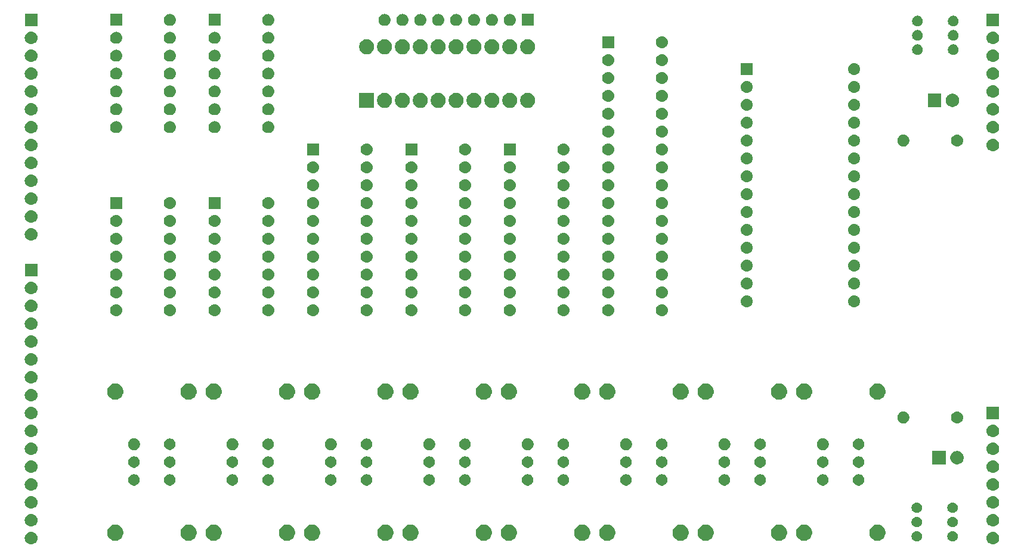
<source format=gbs>
G04 #@! TF.GenerationSoftware,KiCad,Pcbnew,(5.1.2)-2*
G04 #@! TF.CreationDate,2019-08-11T11:02:35+02:00*
G04 #@! TF.ProjectId,Memory,4d656d6f-7279-42e6-9b69-6361645f7063,rev?*
G04 #@! TF.SameCoordinates,Original*
G04 #@! TF.FileFunction,Soldermask,Bot*
G04 #@! TF.FilePolarity,Negative*
%FSLAX46Y46*%
G04 Gerber Fmt 4.6, Leading zero omitted, Abs format (unit mm)*
G04 Created by KiCad (PCBNEW (5.1.2)-2) date 2019-08-11 11:02:35*
%MOMM*%
%LPD*%
G04 APERTURE LIST*
%ADD10C,0.100000*%
G04 APERTURE END LIST*
D10*
G36*
X166480443Y-131820519D02*
G01*
X166546627Y-131827037D01*
X166716466Y-131878557D01*
X166872991Y-131962222D01*
X166908729Y-131991552D01*
X167010186Y-132074814D01*
X167093448Y-132176271D01*
X167122778Y-132212009D01*
X167206443Y-132368534D01*
X167257963Y-132538373D01*
X167275359Y-132715000D01*
X167257963Y-132891627D01*
X167206443Y-133061466D01*
X167122778Y-133217991D01*
X167093448Y-133253729D01*
X167010186Y-133355186D01*
X166908729Y-133438448D01*
X166872991Y-133467778D01*
X166716466Y-133551443D01*
X166546627Y-133602963D01*
X166480443Y-133609481D01*
X166414260Y-133616000D01*
X166325740Y-133616000D01*
X166259557Y-133609481D01*
X166193373Y-133602963D01*
X166023534Y-133551443D01*
X165867009Y-133467778D01*
X165831271Y-133438448D01*
X165729814Y-133355186D01*
X165646552Y-133253729D01*
X165617222Y-133217991D01*
X165533557Y-133061466D01*
X165482037Y-132891627D01*
X165464641Y-132715000D01*
X165482037Y-132538373D01*
X165533557Y-132368534D01*
X165617222Y-132212009D01*
X165646552Y-132176271D01*
X165729814Y-132074814D01*
X165831271Y-131991552D01*
X165867009Y-131962222D01*
X166023534Y-131878557D01*
X166193373Y-131827037D01*
X166259557Y-131820519D01*
X166325740Y-131814000D01*
X166414260Y-131814000D01*
X166480443Y-131820519D01*
X166480443Y-131820519D01*
G37*
G36*
X29955443Y-131820519D02*
G01*
X30021627Y-131827037D01*
X30191466Y-131878557D01*
X30347991Y-131962222D01*
X30383729Y-131991552D01*
X30485186Y-132074814D01*
X30568448Y-132176271D01*
X30597778Y-132212009D01*
X30681443Y-132368534D01*
X30732963Y-132538373D01*
X30750359Y-132715000D01*
X30732963Y-132891627D01*
X30681443Y-133061466D01*
X30597778Y-133217991D01*
X30568448Y-133253729D01*
X30485186Y-133355186D01*
X30383729Y-133438448D01*
X30347991Y-133467778D01*
X30191466Y-133551443D01*
X30021627Y-133602963D01*
X29955443Y-133609481D01*
X29889260Y-133616000D01*
X29800740Y-133616000D01*
X29734557Y-133609481D01*
X29668373Y-133602963D01*
X29498534Y-133551443D01*
X29342009Y-133467778D01*
X29306271Y-133438448D01*
X29204814Y-133355186D01*
X29121552Y-133253729D01*
X29092222Y-133217991D01*
X29008557Y-133061466D01*
X28957037Y-132891627D01*
X28939641Y-132715000D01*
X28957037Y-132538373D01*
X29008557Y-132368534D01*
X29092222Y-132212009D01*
X29121552Y-132176271D01*
X29204814Y-132074814D01*
X29306271Y-131991552D01*
X29342009Y-131962222D01*
X29498534Y-131878557D01*
X29668373Y-131827037D01*
X29734557Y-131820519D01*
X29800740Y-131814000D01*
X29889260Y-131814000D01*
X29955443Y-131820519D01*
X29955443Y-131820519D01*
G37*
G36*
X155794059Y-131738860D02*
G01*
X155930732Y-131795472D01*
X156053735Y-131877660D01*
X156158340Y-131982265D01*
X156158341Y-131982267D01*
X156240529Y-132105270D01*
X156297140Y-132241941D01*
X156322321Y-132368534D01*
X156326000Y-132387033D01*
X156326000Y-132534967D01*
X156297140Y-132680059D01*
X156240528Y-132816732D01*
X156158340Y-132939735D01*
X156053735Y-133044340D01*
X155930732Y-133126528D01*
X155930731Y-133126529D01*
X155930730Y-133126529D01*
X155794059Y-133183140D01*
X155648968Y-133212000D01*
X155501032Y-133212000D01*
X155355941Y-133183140D01*
X155219270Y-133126529D01*
X155219269Y-133126529D01*
X155219268Y-133126528D01*
X155096265Y-133044340D01*
X154991660Y-132939735D01*
X154909472Y-132816732D01*
X154852860Y-132680059D01*
X154824000Y-132534967D01*
X154824000Y-132387033D01*
X154827680Y-132368534D01*
X154852860Y-132241941D01*
X154909471Y-132105270D01*
X154991659Y-131982267D01*
X154991660Y-131982265D01*
X155096265Y-131877660D01*
X155219268Y-131795472D01*
X155355941Y-131738860D01*
X155501032Y-131710000D01*
X155648968Y-131710000D01*
X155794059Y-131738860D01*
X155794059Y-131738860D01*
G37*
G36*
X160874059Y-131738860D02*
G01*
X161010732Y-131795472D01*
X161133735Y-131877660D01*
X161238340Y-131982265D01*
X161238341Y-131982267D01*
X161320529Y-132105270D01*
X161377140Y-132241941D01*
X161402321Y-132368534D01*
X161406000Y-132387033D01*
X161406000Y-132534967D01*
X161377140Y-132680059D01*
X161320528Y-132816732D01*
X161238340Y-132939735D01*
X161133735Y-133044340D01*
X161010732Y-133126528D01*
X161010731Y-133126529D01*
X161010730Y-133126529D01*
X160874059Y-133183140D01*
X160728968Y-133212000D01*
X160581032Y-133212000D01*
X160435941Y-133183140D01*
X160299270Y-133126529D01*
X160299269Y-133126529D01*
X160299268Y-133126528D01*
X160176265Y-133044340D01*
X160071660Y-132939735D01*
X159989472Y-132816732D01*
X159932860Y-132680059D01*
X159904000Y-132534967D01*
X159904000Y-132387033D01*
X159907680Y-132368534D01*
X159932860Y-132241941D01*
X159989471Y-132105270D01*
X160071659Y-131982267D01*
X160071660Y-131982265D01*
X160176265Y-131877660D01*
X160299268Y-131795472D01*
X160435941Y-131738860D01*
X160581032Y-131710000D01*
X160728968Y-131710000D01*
X160874059Y-131738860D01*
X160874059Y-131738860D01*
G37*
G36*
X97842650Y-130815185D02*
G01*
X97998734Y-130846232D01*
X98146850Y-130907584D01*
X98195604Y-130927778D01*
X98208203Y-130932997D01*
X98396720Y-131058960D01*
X98557040Y-131219280D01*
X98683003Y-131407797D01*
X98769768Y-131617266D01*
X98814000Y-131839636D01*
X98814000Y-132066364D01*
X98769768Y-132288734D01*
X98683003Y-132498203D01*
X98557040Y-132686720D01*
X98396720Y-132847040D01*
X98208203Y-132973003D01*
X97998734Y-133059768D01*
X97990187Y-133061468D01*
X97776365Y-133104000D01*
X97549635Y-133104000D01*
X97335813Y-133061468D01*
X97327266Y-133059768D01*
X97117797Y-132973003D01*
X96929280Y-132847040D01*
X96768960Y-132686720D01*
X96642997Y-132498203D01*
X96556232Y-132288734D01*
X96512000Y-132066364D01*
X96512000Y-131839636D01*
X96556232Y-131617266D01*
X96642997Y-131407797D01*
X96768960Y-131219280D01*
X96929280Y-131058960D01*
X97117797Y-130932997D01*
X97130397Y-130927778D01*
X97179150Y-130907584D01*
X97327266Y-130846232D01*
X97483350Y-130815185D01*
X97549635Y-130802000D01*
X97776365Y-130802000D01*
X97842650Y-130815185D01*
X97842650Y-130815185D01*
G37*
G36*
X125782650Y-130815185D02*
G01*
X125938734Y-130846232D01*
X126086850Y-130907584D01*
X126135604Y-130927778D01*
X126148203Y-130932997D01*
X126336720Y-131058960D01*
X126497040Y-131219280D01*
X126623003Y-131407797D01*
X126709768Y-131617266D01*
X126754000Y-131839636D01*
X126754000Y-132066364D01*
X126709768Y-132288734D01*
X126623003Y-132498203D01*
X126497040Y-132686720D01*
X126336720Y-132847040D01*
X126148203Y-132973003D01*
X125938734Y-133059768D01*
X125930187Y-133061468D01*
X125716365Y-133104000D01*
X125489635Y-133104000D01*
X125275813Y-133061468D01*
X125267266Y-133059768D01*
X125057797Y-132973003D01*
X124869280Y-132847040D01*
X124708960Y-132686720D01*
X124582997Y-132498203D01*
X124496232Y-132288734D01*
X124452000Y-132066364D01*
X124452000Y-131839636D01*
X124496232Y-131617266D01*
X124582997Y-131407797D01*
X124708960Y-131219280D01*
X124869280Y-131058960D01*
X125057797Y-130932997D01*
X125070397Y-130927778D01*
X125119150Y-130907584D01*
X125267266Y-130846232D01*
X125423350Y-130815185D01*
X125489635Y-130802000D01*
X125716365Y-130802000D01*
X125782650Y-130815185D01*
X125782650Y-130815185D01*
G37*
G36*
X55932650Y-130815185D02*
G01*
X56088734Y-130846232D01*
X56236850Y-130907584D01*
X56285604Y-130927778D01*
X56298203Y-130932997D01*
X56486720Y-131058960D01*
X56647040Y-131219280D01*
X56773003Y-131407797D01*
X56859768Y-131617266D01*
X56904000Y-131839636D01*
X56904000Y-132066364D01*
X56859768Y-132288734D01*
X56773003Y-132498203D01*
X56647040Y-132686720D01*
X56486720Y-132847040D01*
X56298203Y-132973003D01*
X56088734Y-133059768D01*
X56080187Y-133061468D01*
X55866365Y-133104000D01*
X55639635Y-133104000D01*
X55425813Y-133061468D01*
X55417266Y-133059768D01*
X55207797Y-132973003D01*
X55019280Y-132847040D01*
X54858960Y-132686720D01*
X54732997Y-132498203D01*
X54646232Y-132288734D01*
X54602000Y-132066364D01*
X54602000Y-131839636D01*
X54646232Y-131617266D01*
X54732997Y-131407797D01*
X54858960Y-131219280D01*
X55019280Y-131058960D01*
X55207797Y-130932997D01*
X55220397Y-130927778D01*
X55269150Y-130907584D01*
X55417266Y-130846232D01*
X55573350Y-130815185D01*
X55639635Y-130802000D01*
X55866365Y-130802000D01*
X55932650Y-130815185D01*
X55932650Y-130815185D01*
G37*
G36*
X66346650Y-130815185D02*
G01*
X66502734Y-130846232D01*
X66650850Y-130907584D01*
X66699604Y-130927778D01*
X66712203Y-130932997D01*
X66900720Y-131058960D01*
X67061040Y-131219280D01*
X67187003Y-131407797D01*
X67273768Y-131617266D01*
X67318000Y-131839636D01*
X67318000Y-132066364D01*
X67273768Y-132288734D01*
X67187003Y-132498203D01*
X67061040Y-132686720D01*
X66900720Y-132847040D01*
X66712203Y-132973003D01*
X66502734Y-133059768D01*
X66494187Y-133061468D01*
X66280365Y-133104000D01*
X66053635Y-133104000D01*
X65839813Y-133061468D01*
X65831266Y-133059768D01*
X65621797Y-132973003D01*
X65433280Y-132847040D01*
X65272960Y-132686720D01*
X65146997Y-132498203D01*
X65060232Y-132288734D01*
X65016000Y-132066364D01*
X65016000Y-131839636D01*
X65060232Y-131617266D01*
X65146997Y-131407797D01*
X65272960Y-131219280D01*
X65433280Y-131058960D01*
X65621797Y-130932997D01*
X65634397Y-130927778D01*
X65683150Y-130907584D01*
X65831266Y-130846232D01*
X65987350Y-130815185D01*
X66053635Y-130802000D01*
X66280365Y-130802000D01*
X66346650Y-130815185D01*
X66346650Y-130815185D01*
G37*
G36*
X41962650Y-130815185D02*
G01*
X42118734Y-130846232D01*
X42266850Y-130907584D01*
X42315604Y-130927778D01*
X42328203Y-130932997D01*
X42516720Y-131058960D01*
X42677040Y-131219280D01*
X42803003Y-131407797D01*
X42889768Y-131617266D01*
X42934000Y-131839636D01*
X42934000Y-132066364D01*
X42889768Y-132288734D01*
X42803003Y-132498203D01*
X42677040Y-132686720D01*
X42516720Y-132847040D01*
X42328203Y-132973003D01*
X42118734Y-133059768D01*
X42110187Y-133061468D01*
X41896365Y-133104000D01*
X41669635Y-133104000D01*
X41455813Y-133061468D01*
X41447266Y-133059768D01*
X41237797Y-132973003D01*
X41049280Y-132847040D01*
X40888960Y-132686720D01*
X40762997Y-132498203D01*
X40676232Y-132288734D01*
X40632000Y-132066364D01*
X40632000Y-131839636D01*
X40676232Y-131617266D01*
X40762997Y-131407797D01*
X40888960Y-131219280D01*
X41049280Y-131058960D01*
X41237797Y-130932997D01*
X41250397Y-130927778D01*
X41299150Y-130907584D01*
X41447266Y-130846232D01*
X41603350Y-130815185D01*
X41669635Y-130802000D01*
X41896365Y-130802000D01*
X41962650Y-130815185D01*
X41962650Y-130815185D01*
G37*
G36*
X52376650Y-130815185D02*
G01*
X52532734Y-130846232D01*
X52680850Y-130907584D01*
X52729604Y-130927778D01*
X52742203Y-130932997D01*
X52930720Y-131058960D01*
X53091040Y-131219280D01*
X53217003Y-131407797D01*
X53303768Y-131617266D01*
X53348000Y-131839636D01*
X53348000Y-132066364D01*
X53303768Y-132288734D01*
X53217003Y-132498203D01*
X53091040Y-132686720D01*
X52930720Y-132847040D01*
X52742203Y-132973003D01*
X52532734Y-133059768D01*
X52524187Y-133061468D01*
X52310365Y-133104000D01*
X52083635Y-133104000D01*
X51869813Y-133061468D01*
X51861266Y-133059768D01*
X51651797Y-132973003D01*
X51463280Y-132847040D01*
X51302960Y-132686720D01*
X51176997Y-132498203D01*
X51090232Y-132288734D01*
X51046000Y-132066364D01*
X51046000Y-131839636D01*
X51090232Y-131617266D01*
X51176997Y-131407797D01*
X51302960Y-131219280D01*
X51463280Y-131058960D01*
X51651797Y-130932997D01*
X51664397Y-130927778D01*
X51713150Y-130907584D01*
X51861266Y-130846232D01*
X52017350Y-130815185D01*
X52083635Y-130802000D01*
X52310365Y-130802000D01*
X52376650Y-130815185D01*
X52376650Y-130815185D01*
G37*
G36*
X111812650Y-130815185D02*
G01*
X111968734Y-130846232D01*
X112116850Y-130907584D01*
X112165604Y-130927778D01*
X112178203Y-130932997D01*
X112366720Y-131058960D01*
X112527040Y-131219280D01*
X112653003Y-131407797D01*
X112739768Y-131617266D01*
X112784000Y-131839636D01*
X112784000Y-132066364D01*
X112739768Y-132288734D01*
X112653003Y-132498203D01*
X112527040Y-132686720D01*
X112366720Y-132847040D01*
X112178203Y-132973003D01*
X111968734Y-133059768D01*
X111960187Y-133061468D01*
X111746365Y-133104000D01*
X111519635Y-133104000D01*
X111305813Y-133061468D01*
X111297266Y-133059768D01*
X111087797Y-132973003D01*
X110899280Y-132847040D01*
X110738960Y-132686720D01*
X110612997Y-132498203D01*
X110526232Y-132288734D01*
X110482000Y-132066364D01*
X110482000Y-131839636D01*
X110526232Y-131617266D01*
X110612997Y-131407797D01*
X110738960Y-131219280D01*
X110899280Y-131058960D01*
X111087797Y-130932997D01*
X111100397Y-130927778D01*
X111149150Y-130907584D01*
X111297266Y-130846232D01*
X111453350Y-130815185D01*
X111519635Y-130802000D01*
X111746365Y-130802000D01*
X111812650Y-130815185D01*
X111812650Y-130815185D01*
G37*
G36*
X122226650Y-130815185D02*
G01*
X122382734Y-130846232D01*
X122530850Y-130907584D01*
X122579604Y-130927778D01*
X122592203Y-130932997D01*
X122780720Y-131058960D01*
X122941040Y-131219280D01*
X123067003Y-131407797D01*
X123153768Y-131617266D01*
X123198000Y-131839636D01*
X123198000Y-132066364D01*
X123153768Y-132288734D01*
X123067003Y-132498203D01*
X122941040Y-132686720D01*
X122780720Y-132847040D01*
X122592203Y-132973003D01*
X122382734Y-133059768D01*
X122374187Y-133061468D01*
X122160365Y-133104000D01*
X121933635Y-133104000D01*
X121719813Y-133061468D01*
X121711266Y-133059768D01*
X121501797Y-132973003D01*
X121313280Y-132847040D01*
X121152960Y-132686720D01*
X121026997Y-132498203D01*
X120940232Y-132288734D01*
X120896000Y-132066364D01*
X120896000Y-131839636D01*
X120940232Y-131617266D01*
X121026997Y-131407797D01*
X121152960Y-131219280D01*
X121313280Y-131058960D01*
X121501797Y-130932997D01*
X121514397Y-130927778D01*
X121563150Y-130907584D01*
X121711266Y-130846232D01*
X121867350Y-130815185D01*
X121933635Y-130802000D01*
X122160365Y-130802000D01*
X122226650Y-130815185D01*
X122226650Y-130815185D01*
G37*
G36*
X80316650Y-130815185D02*
G01*
X80472734Y-130846232D01*
X80620850Y-130907584D01*
X80669604Y-130927778D01*
X80682203Y-130932997D01*
X80870720Y-131058960D01*
X81031040Y-131219280D01*
X81157003Y-131407797D01*
X81243768Y-131617266D01*
X81288000Y-131839636D01*
X81288000Y-132066364D01*
X81243768Y-132288734D01*
X81157003Y-132498203D01*
X81031040Y-132686720D01*
X80870720Y-132847040D01*
X80682203Y-132973003D01*
X80472734Y-133059768D01*
X80464187Y-133061468D01*
X80250365Y-133104000D01*
X80023635Y-133104000D01*
X79809813Y-133061468D01*
X79801266Y-133059768D01*
X79591797Y-132973003D01*
X79403280Y-132847040D01*
X79242960Y-132686720D01*
X79116997Y-132498203D01*
X79030232Y-132288734D01*
X78986000Y-132066364D01*
X78986000Y-131839636D01*
X79030232Y-131617266D01*
X79116997Y-131407797D01*
X79242960Y-131219280D01*
X79403280Y-131058960D01*
X79591797Y-130932997D01*
X79604397Y-130927778D01*
X79653150Y-130907584D01*
X79801266Y-130846232D01*
X79957350Y-130815185D01*
X80023635Y-130802000D01*
X80250365Y-130802000D01*
X80316650Y-130815185D01*
X80316650Y-130815185D01*
G37*
G36*
X136196650Y-130815185D02*
G01*
X136352734Y-130846232D01*
X136500850Y-130907584D01*
X136549604Y-130927778D01*
X136562203Y-130932997D01*
X136750720Y-131058960D01*
X136911040Y-131219280D01*
X137037003Y-131407797D01*
X137123768Y-131617266D01*
X137168000Y-131839636D01*
X137168000Y-132066364D01*
X137123768Y-132288734D01*
X137037003Y-132498203D01*
X136911040Y-132686720D01*
X136750720Y-132847040D01*
X136562203Y-132973003D01*
X136352734Y-133059768D01*
X136344187Y-133061468D01*
X136130365Y-133104000D01*
X135903635Y-133104000D01*
X135689813Y-133061468D01*
X135681266Y-133059768D01*
X135471797Y-132973003D01*
X135283280Y-132847040D01*
X135122960Y-132686720D01*
X134996997Y-132498203D01*
X134910232Y-132288734D01*
X134866000Y-132066364D01*
X134866000Y-131839636D01*
X134910232Y-131617266D01*
X134996997Y-131407797D01*
X135122960Y-131219280D01*
X135283280Y-131058960D01*
X135471797Y-130932997D01*
X135484397Y-130927778D01*
X135533150Y-130907584D01*
X135681266Y-130846232D01*
X135837350Y-130815185D01*
X135903635Y-130802000D01*
X136130365Y-130802000D01*
X136196650Y-130815185D01*
X136196650Y-130815185D01*
G37*
G36*
X139752650Y-130815185D02*
G01*
X139908734Y-130846232D01*
X140056850Y-130907584D01*
X140105604Y-130927778D01*
X140118203Y-130932997D01*
X140306720Y-131058960D01*
X140467040Y-131219280D01*
X140593003Y-131407797D01*
X140679768Y-131617266D01*
X140724000Y-131839636D01*
X140724000Y-132066364D01*
X140679768Y-132288734D01*
X140593003Y-132498203D01*
X140467040Y-132686720D01*
X140306720Y-132847040D01*
X140118203Y-132973003D01*
X139908734Y-133059768D01*
X139900187Y-133061468D01*
X139686365Y-133104000D01*
X139459635Y-133104000D01*
X139245813Y-133061468D01*
X139237266Y-133059768D01*
X139027797Y-132973003D01*
X138839280Y-132847040D01*
X138678960Y-132686720D01*
X138552997Y-132498203D01*
X138466232Y-132288734D01*
X138422000Y-132066364D01*
X138422000Y-131839636D01*
X138466232Y-131617266D01*
X138552997Y-131407797D01*
X138678960Y-131219280D01*
X138839280Y-131058960D01*
X139027797Y-130932997D01*
X139040397Y-130927778D01*
X139089150Y-130907584D01*
X139237266Y-130846232D01*
X139393350Y-130815185D01*
X139459635Y-130802000D01*
X139686365Y-130802000D01*
X139752650Y-130815185D01*
X139752650Y-130815185D01*
G37*
G36*
X150166650Y-130815185D02*
G01*
X150322734Y-130846232D01*
X150470850Y-130907584D01*
X150519604Y-130927778D01*
X150532203Y-130932997D01*
X150720720Y-131058960D01*
X150881040Y-131219280D01*
X151007003Y-131407797D01*
X151093768Y-131617266D01*
X151138000Y-131839636D01*
X151138000Y-132066364D01*
X151093768Y-132288734D01*
X151007003Y-132498203D01*
X150881040Y-132686720D01*
X150720720Y-132847040D01*
X150532203Y-132973003D01*
X150322734Y-133059768D01*
X150314187Y-133061468D01*
X150100365Y-133104000D01*
X149873635Y-133104000D01*
X149659813Y-133061468D01*
X149651266Y-133059768D01*
X149441797Y-132973003D01*
X149253280Y-132847040D01*
X149092960Y-132686720D01*
X148966997Y-132498203D01*
X148880232Y-132288734D01*
X148836000Y-132066364D01*
X148836000Y-131839636D01*
X148880232Y-131617266D01*
X148966997Y-131407797D01*
X149092960Y-131219280D01*
X149253280Y-131058960D01*
X149441797Y-130932997D01*
X149454397Y-130927778D01*
X149503150Y-130907584D01*
X149651266Y-130846232D01*
X149807350Y-130815185D01*
X149873635Y-130802000D01*
X150100365Y-130802000D01*
X150166650Y-130815185D01*
X150166650Y-130815185D01*
G37*
G36*
X83872650Y-130815185D02*
G01*
X84028734Y-130846232D01*
X84176850Y-130907584D01*
X84225604Y-130927778D01*
X84238203Y-130932997D01*
X84426720Y-131058960D01*
X84587040Y-131219280D01*
X84713003Y-131407797D01*
X84799768Y-131617266D01*
X84844000Y-131839636D01*
X84844000Y-132066364D01*
X84799768Y-132288734D01*
X84713003Y-132498203D01*
X84587040Y-132686720D01*
X84426720Y-132847040D01*
X84238203Y-132973003D01*
X84028734Y-133059768D01*
X84020187Y-133061468D01*
X83806365Y-133104000D01*
X83579635Y-133104000D01*
X83365813Y-133061468D01*
X83357266Y-133059768D01*
X83147797Y-132973003D01*
X82959280Y-132847040D01*
X82798960Y-132686720D01*
X82672997Y-132498203D01*
X82586232Y-132288734D01*
X82542000Y-132066364D01*
X82542000Y-131839636D01*
X82586232Y-131617266D01*
X82672997Y-131407797D01*
X82798960Y-131219280D01*
X82959280Y-131058960D01*
X83147797Y-130932997D01*
X83160397Y-130927778D01*
X83209150Y-130907584D01*
X83357266Y-130846232D01*
X83513350Y-130815185D01*
X83579635Y-130802000D01*
X83806365Y-130802000D01*
X83872650Y-130815185D01*
X83872650Y-130815185D01*
G37*
G36*
X94286650Y-130815185D02*
G01*
X94442734Y-130846232D01*
X94590850Y-130907584D01*
X94639604Y-130927778D01*
X94652203Y-130932997D01*
X94840720Y-131058960D01*
X95001040Y-131219280D01*
X95127003Y-131407797D01*
X95213768Y-131617266D01*
X95258000Y-131839636D01*
X95258000Y-132066364D01*
X95213768Y-132288734D01*
X95127003Y-132498203D01*
X95001040Y-132686720D01*
X94840720Y-132847040D01*
X94652203Y-132973003D01*
X94442734Y-133059768D01*
X94434187Y-133061468D01*
X94220365Y-133104000D01*
X93993635Y-133104000D01*
X93779813Y-133061468D01*
X93771266Y-133059768D01*
X93561797Y-132973003D01*
X93373280Y-132847040D01*
X93212960Y-132686720D01*
X93086997Y-132498203D01*
X93000232Y-132288734D01*
X92956000Y-132066364D01*
X92956000Y-131839636D01*
X93000232Y-131617266D01*
X93086997Y-131407797D01*
X93212960Y-131219280D01*
X93373280Y-131058960D01*
X93561797Y-130932997D01*
X93574397Y-130927778D01*
X93623150Y-130907584D01*
X93771266Y-130846232D01*
X93927350Y-130815185D01*
X93993635Y-130802000D01*
X94220365Y-130802000D01*
X94286650Y-130815185D01*
X94286650Y-130815185D01*
G37*
G36*
X108256650Y-130815185D02*
G01*
X108412734Y-130846232D01*
X108560850Y-130907584D01*
X108609604Y-130927778D01*
X108622203Y-130932997D01*
X108810720Y-131058960D01*
X108971040Y-131219280D01*
X109097003Y-131407797D01*
X109183768Y-131617266D01*
X109228000Y-131839636D01*
X109228000Y-132066364D01*
X109183768Y-132288734D01*
X109097003Y-132498203D01*
X108971040Y-132686720D01*
X108810720Y-132847040D01*
X108622203Y-132973003D01*
X108412734Y-133059768D01*
X108404187Y-133061468D01*
X108190365Y-133104000D01*
X107963635Y-133104000D01*
X107749813Y-133061468D01*
X107741266Y-133059768D01*
X107531797Y-132973003D01*
X107343280Y-132847040D01*
X107182960Y-132686720D01*
X107056997Y-132498203D01*
X106970232Y-132288734D01*
X106926000Y-132066364D01*
X106926000Y-131839636D01*
X106970232Y-131617266D01*
X107056997Y-131407797D01*
X107182960Y-131219280D01*
X107343280Y-131058960D01*
X107531797Y-130932997D01*
X107544397Y-130927778D01*
X107593150Y-130907584D01*
X107741266Y-130846232D01*
X107897350Y-130815185D01*
X107963635Y-130802000D01*
X108190365Y-130802000D01*
X108256650Y-130815185D01*
X108256650Y-130815185D01*
G37*
G36*
X69902650Y-130815185D02*
G01*
X70058734Y-130846232D01*
X70206850Y-130907584D01*
X70255604Y-130927778D01*
X70268203Y-130932997D01*
X70456720Y-131058960D01*
X70617040Y-131219280D01*
X70743003Y-131407797D01*
X70829768Y-131617266D01*
X70874000Y-131839636D01*
X70874000Y-132066364D01*
X70829768Y-132288734D01*
X70743003Y-132498203D01*
X70617040Y-132686720D01*
X70456720Y-132847040D01*
X70268203Y-132973003D01*
X70058734Y-133059768D01*
X70050187Y-133061468D01*
X69836365Y-133104000D01*
X69609635Y-133104000D01*
X69395813Y-133061468D01*
X69387266Y-133059768D01*
X69177797Y-132973003D01*
X68989280Y-132847040D01*
X68828960Y-132686720D01*
X68702997Y-132498203D01*
X68616232Y-132288734D01*
X68572000Y-132066364D01*
X68572000Y-131839636D01*
X68616232Y-131617266D01*
X68702997Y-131407797D01*
X68828960Y-131219280D01*
X68989280Y-131058960D01*
X69177797Y-130932997D01*
X69190397Y-130927778D01*
X69239150Y-130907584D01*
X69387266Y-130846232D01*
X69543350Y-130815185D01*
X69609635Y-130802000D01*
X69836365Y-130802000D01*
X69902650Y-130815185D01*
X69902650Y-130815185D01*
G37*
G36*
X155794059Y-129706860D02*
G01*
X155930732Y-129763472D01*
X156053735Y-129845660D01*
X156158340Y-129950265D01*
X156190486Y-129998375D01*
X156240529Y-130073270D01*
X156297140Y-130209941D01*
X156326000Y-130355032D01*
X156326000Y-130502968D01*
X156322320Y-130521468D01*
X156297140Y-130648059D01*
X156240528Y-130784732D01*
X156158340Y-130907735D01*
X156053735Y-131012340D01*
X155930732Y-131094528D01*
X155930731Y-131094529D01*
X155930730Y-131094529D01*
X155794059Y-131151140D01*
X155648968Y-131180000D01*
X155501032Y-131180000D01*
X155355941Y-131151140D01*
X155219270Y-131094529D01*
X155219269Y-131094529D01*
X155219268Y-131094528D01*
X155096265Y-131012340D01*
X154991660Y-130907735D01*
X154909472Y-130784732D01*
X154852860Y-130648059D01*
X154827680Y-130521468D01*
X154824000Y-130502968D01*
X154824000Y-130355032D01*
X154852860Y-130209941D01*
X154909471Y-130073270D01*
X154959514Y-129998375D01*
X154991660Y-129950265D01*
X155096265Y-129845660D01*
X155219268Y-129763472D01*
X155355941Y-129706860D01*
X155501032Y-129678000D01*
X155648968Y-129678000D01*
X155794059Y-129706860D01*
X155794059Y-129706860D01*
G37*
G36*
X160874059Y-129706860D02*
G01*
X161010732Y-129763472D01*
X161133735Y-129845660D01*
X161238340Y-129950265D01*
X161270486Y-129998375D01*
X161320529Y-130073270D01*
X161377140Y-130209941D01*
X161406000Y-130355032D01*
X161406000Y-130502968D01*
X161402320Y-130521468D01*
X161377140Y-130648059D01*
X161320528Y-130784732D01*
X161238340Y-130907735D01*
X161133735Y-131012340D01*
X161010732Y-131094528D01*
X161010731Y-131094529D01*
X161010730Y-131094529D01*
X160874059Y-131151140D01*
X160728968Y-131180000D01*
X160581032Y-131180000D01*
X160435941Y-131151140D01*
X160299270Y-131094529D01*
X160299269Y-131094529D01*
X160299268Y-131094528D01*
X160176265Y-131012340D01*
X160071660Y-130907735D01*
X159989472Y-130784732D01*
X159932860Y-130648059D01*
X159907680Y-130521468D01*
X159904000Y-130502968D01*
X159904000Y-130355032D01*
X159932860Y-130209941D01*
X159989471Y-130073270D01*
X160039514Y-129998375D01*
X160071660Y-129950265D01*
X160176265Y-129845660D01*
X160299268Y-129763472D01*
X160435941Y-129706860D01*
X160581032Y-129678000D01*
X160728968Y-129678000D01*
X160874059Y-129706860D01*
X160874059Y-129706860D01*
G37*
G36*
X166480442Y-129280518D02*
G01*
X166546627Y-129287037D01*
X166716466Y-129338557D01*
X166872991Y-129422222D01*
X166908729Y-129451552D01*
X167010186Y-129534814D01*
X167093448Y-129636271D01*
X167122778Y-129672009D01*
X167206443Y-129828534D01*
X167257963Y-129998373D01*
X167275359Y-130175000D01*
X167257963Y-130351627D01*
X167206443Y-130521466D01*
X167122778Y-130677991D01*
X167093448Y-130713729D01*
X167010186Y-130815186D01*
X166908729Y-130898448D01*
X166872991Y-130927778D01*
X166716466Y-131011443D01*
X166546627Y-131062963D01*
X166480442Y-131069482D01*
X166414260Y-131076000D01*
X166325740Y-131076000D01*
X166259558Y-131069482D01*
X166193373Y-131062963D01*
X166023534Y-131011443D01*
X165867009Y-130927778D01*
X165831271Y-130898448D01*
X165729814Y-130815186D01*
X165646552Y-130713729D01*
X165617222Y-130677991D01*
X165533557Y-130521466D01*
X165482037Y-130351627D01*
X165464641Y-130175000D01*
X165482037Y-129998373D01*
X165533557Y-129828534D01*
X165617222Y-129672009D01*
X165646552Y-129636271D01*
X165729814Y-129534814D01*
X165831271Y-129451552D01*
X165867009Y-129422222D01*
X166023534Y-129338557D01*
X166193373Y-129287037D01*
X166259558Y-129280518D01*
X166325740Y-129274000D01*
X166414260Y-129274000D01*
X166480442Y-129280518D01*
X166480442Y-129280518D01*
G37*
G36*
X29955442Y-129280518D02*
G01*
X30021627Y-129287037D01*
X30191466Y-129338557D01*
X30347991Y-129422222D01*
X30383729Y-129451552D01*
X30485186Y-129534814D01*
X30568448Y-129636271D01*
X30597778Y-129672009D01*
X30681443Y-129828534D01*
X30732963Y-129998373D01*
X30750359Y-130175000D01*
X30732963Y-130351627D01*
X30681443Y-130521466D01*
X30597778Y-130677991D01*
X30568448Y-130713729D01*
X30485186Y-130815186D01*
X30383729Y-130898448D01*
X30347991Y-130927778D01*
X30191466Y-131011443D01*
X30021627Y-131062963D01*
X29955442Y-131069482D01*
X29889260Y-131076000D01*
X29800740Y-131076000D01*
X29734558Y-131069482D01*
X29668373Y-131062963D01*
X29498534Y-131011443D01*
X29342009Y-130927778D01*
X29306271Y-130898448D01*
X29204814Y-130815186D01*
X29121552Y-130713729D01*
X29092222Y-130677991D01*
X29008557Y-130521466D01*
X28957037Y-130351627D01*
X28939641Y-130175000D01*
X28957037Y-129998373D01*
X29008557Y-129828534D01*
X29092222Y-129672009D01*
X29121552Y-129636271D01*
X29204814Y-129534814D01*
X29306271Y-129451552D01*
X29342009Y-129422222D01*
X29498534Y-129338557D01*
X29668373Y-129287037D01*
X29734558Y-129280518D01*
X29800740Y-129274000D01*
X29889260Y-129274000D01*
X29955442Y-129280518D01*
X29955442Y-129280518D01*
G37*
G36*
X160874059Y-127674860D02*
G01*
X161010732Y-127731472D01*
X161133735Y-127813660D01*
X161238340Y-127918265D01*
X161280571Y-127981468D01*
X161320529Y-128041270D01*
X161377140Y-128177941D01*
X161406000Y-128323032D01*
X161406000Y-128470968D01*
X161377140Y-128616059D01*
X161320528Y-128752732D01*
X161238340Y-128875735D01*
X161133735Y-128980340D01*
X161010732Y-129062528D01*
X161010731Y-129062529D01*
X161010730Y-129062529D01*
X160874059Y-129119140D01*
X160728968Y-129148000D01*
X160581032Y-129148000D01*
X160435941Y-129119140D01*
X160299270Y-129062529D01*
X160299269Y-129062529D01*
X160299268Y-129062528D01*
X160176265Y-128980340D01*
X160071660Y-128875735D01*
X159989472Y-128752732D01*
X159932860Y-128616059D01*
X159904000Y-128470968D01*
X159904000Y-128323032D01*
X159932860Y-128177941D01*
X159989471Y-128041270D01*
X160029429Y-127981468D01*
X160071660Y-127918265D01*
X160176265Y-127813660D01*
X160299268Y-127731472D01*
X160435941Y-127674860D01*
X160581032Y-127646000D01*
X160728968Y-127646000D01*
X160874059Y-127674860D01*
X160874059Y-127674860D01*
G37*
G36*
X155794059Y-127674860D02*
G01*
X155930732Y-127731472D01*
X156053735Y-127813660D01*
X156158340Y-127918265D01*
X156200571Y-127981468D01*
X156240529Y-128041270D01*
X156297140Y-128177941D01*
X156326000Y-128323032D01*
X156326000Y-128470968D01*
X156297140Y-128616059D01*
X156240528Y-128752732D01*
X156158340Y-128875735D01*
X156053735Y-128980340D01*
X155930732Y-129062528D01*
X155930731Y-129062529D01*
X155930730Y-129062529D01*
X155794059Y-129119140D01*
X155648968Y-129148000D01*
X155501032Y-129148000D01*
X155355941Y-129119140D01*
X155219270Y-129062529D01*
X155219269Y-129062529D01*
X155219268Y-129062528D01*
X155096265Y-128980340D01*
X154991660Y-128875735D01*
X154909472Y-128752732D01*
X154852860Y-128616059D01*
X154824000Y-128470968D01*
X154824000Y-128323032D01*
X154852860Y-128177941D01*
X154909471Y-128041270D01*
X154949429Y-127981468D01*
X154991660Y-127918265D01*
X155096265Y-127813660D01*
X155219268Y-127731472D01*
X155355941Y-127674860D01*
X155501032Y-127646000D01*
X155648968Y-127646000D01*
X155794059Y-127674860D01*
X155794059Y-127674860D01*
G37*
G36*
X166480442Y-126740518D02*
G01*
X166546627Y-126747037D01*
X166716466Y-126798557D01*
X166872991Y-126882222D01*
X166908729Y-126911552D01*
X167010186Y-126994814D01*
X167093448Y-127096271D01*
X167122778Y-127132009D01*
X167206443Y-127288534D01*
X167257963Y-127458373D01*
X167275359Y-127635000D01*
X167257963Y-127811627D01*
X167206443Y-127981466D01*
X167122778Y-128137991D01*
X167093448Y-128173729D01*
X167010186Y-128275186D01*
X166908729Y-128358448D01*
X166872991Y-128387778D01*
X166716466Y-128471443D01*
X166546627Y-128522963D01*
X166480443Y-128529481D01*
X166414260Y-128536000D01*
X166325740Y-128536000D01*
X166259557Y-128529481D01*
X166193373Y-128522963D01*
X166023534Y-128471443D01*
X165867009Y-128387778D01*
X165831271Y-128358448D01*
X165729814Y-128275186D01*
X165646552Y-128173729D01*
X165617222Y-128137991D01*
X165533557Y-127981466D01*
X165482037Y-127811627D01*
X165464641Y-127635000D01*
X165482037Y-127458373D01*
X165533557Y-127288534D01*
X165617222Y-127132009D01*
X165646552Y-127096271D01*
X165729814Y-126994814D01*
X165831271Y-126911552D01*
X165867009Y-126882222D01*
X166023534Y-126798557D01*
X166193373Y-126747037D01*
X166259558Y-126740518D01*
X166325740Y-126734000D01*
X166414260Y-126734000D01*
X166480442Y-126740518D01*
X166480442Y-126740518D01*
G37*
G36*
X29955442Y-126740518D02*
G01*
X30021627Y-126747037D01*
X30191466Y-126798557D01*
X30347991Y-126882222D01*
X30383729Y-126911552D01*
X30485186Y-126994814D01*
X30568448Y-127096271D01*
X30597778Y-127132009D01*
X30681443Y-127288534D01*
X30732963Y-127458373D01*
X30750359Y-127635000D01*
X30732963Y-127811627D01*
X30681443Y-127981466D01*
X30597778Y-128137991D01*
X30568448Y-128173729D01*
X30485186Y-128275186D01*
X30383729Y-128358448D01*
X30347991Y-128387778D01*
X30191466Y-128471443D01*
X30021627Y-128522963D01*
X29955443Y-128529481D01*
X29889260Y-128536000D01*
X29800740Y-128536000D01*
X29734557Y-128529481D01*
X29668373Y-128522963D01*
X29498534Y-128471443D01*
X29342009Y-128387778D01*
X29306271Y-128358448D01*
X29204814Y-128275186D01*
X29121552Y-128173729D01*
X29092222Y-128137991D01*
X29008557Y-127981466D01*
X28957037Y-127811627D01*
X28939641Y-127635000D01*
X28957037Y-127458373D01*
X29008557Y-127288534D01*
X29092222Y-127132009D01*
X29121552Y-127096271D01*
X29204814Y-126994814D01*
X29306271Y-126911552D01*
X29342009Y-126882222D01*
X29498534Y-126798557D01*
X29668373Y-126747037D01*
X29734558Y-126740518D01*
X29800740Y-126734000D01*
X29889260Y-126734000D01*
X29955442Y-126740518D01*
X29955442Y-126740518D01*
G37*
G36*
X29955442Y-124200518D02*
G01*
X30021627Y-124207037D01*
X30191466Y-124258557D01*
X30347991Y-124342222D01*
X30383729Y-124371552D01*
X30485186Y-124454814D01*
X30555156Y-124540074D01*
X30597778Y-124592009D01*
X30681443Y-124748534D01*
X30732963Y-124918373D01*
X30750359Y-125095000D01*
X30732963Y-125271627D01*
X30681443Y-125441466D01*
X30597778Y-125597991D01*
X30568448Y-125633729D01*
X30485186Y-125735186D01*
X30383729Y-125818448D01*
X30347991Y-125847778D01*
X30191466Y-125931443D01*
X30021627Y-125982963D01*
X29955442Y-125989482D01*
X29889260Y-125996000D01*
X29800740Y-125996000D01*
X29734558Y-125989482D01*
X29668373Y-125982963D01*
X29498534Y-125931443D01*
X29342009Y-125847778D01*
X29306271Y-125818448D01*
X29204814Y-125735186D01*
X29121552Y-125633729D01*
X29092222Y-125597991D01*
X29008557Y-125441466D01*
X28957037Y-125271627D01*
X28939641Y-125095000D01*
X28957037Y-124918373D01*
X29008557Y-124748534D01*
X29092222Y-124592009D01*
X29134844Y-124540074D01*
X29204814Y-124454814D01*
X29306271Y-124371552D01*
X29342009Y-124342222D01*
X29498534Y-124258557D01*
X29668373Y-124207037D01*
X29734558Y-124200518D01*
X29800740Y-124194000D01*
X29889260Y-124194000D01*
X29955442Y-124200518D01*
X29955442Y-124200518D01*
G37*
G36*
X166480442Y-124200518D02*
G01*
X166546627Y-124207037D01*
X166716466Y-124258557D01*
X166872991Y-124342222D01*
X166908729Y-124371552D01*
X167010186Y-124454814D01*
X167080156Y-124540074D01*
X167122778Y-124592009D01*
X167206443Y-124748534D01*
X167257963Y-124918373D01*
X167275359Y-125095000D01*
X167257963Y-125271627D01*
X167206443Y-125441466D01*
X167122778Y-125597991D01*
X167093448Y-125633729D01*
X167010186Y-125735186D01*
X166908729Y-125818448D01*
X166872991Y-125847778D01*
X166716466Y-125931443D01*
X166546627Y-125982963D01*
X166480442Y-125989482D01*
X166414260Y-125996000D01*
X166325740Y-125996000D01*
X166259558Y-125989482D01*
X166193373Y-125982963D01*
X166023534Y-125931443D01*
X165867009Y-125847778D01*
X165831271Y-125818448D01*
X165729814Y-125735186D01*
X165646552Y-125633729D01*
X165617222Y-125597991D01*
X165533557Y-125441466D01*
X165482037Y-125271627D01*
X165464641Y-125095000D01*
X165482037Y-124918373D01*
X165533557Y-124748534D01*
X165617222Y-124592009D01*
X165659844Y-124540074D01*
X165729814Y-124454814D01*
X165831271Y-124371552D01*
X165867009Y-124342222D01*
X166023534Y-124258557D01*
X166193373Y-124207037D01*
X166259558Y-124200518D01*
X166325740Y-124194000D01*
X166414260Y-124194000D01*
X166480442Y-124200518D01*
X166480442Y-124200518D01*
G37*
G36*
X91677142Y-123678242D02*
G01*
X91825101Y-123739529D01*
X91958255Y-123828499D01*
X92071501Y-123941745D01*
X92160471Y-124074899D01*
X92221758Y-124222858D01*
X92253000Y-124379925D01*
X92253000Y-124540075D01*
X92221758Y-124697142D01*
X92160471Y-124845101D01*
X92071501Y-124978255D01*
X91958255Y-125091501D01*
X91825101Y-125180471D01*
X91677142Y-125241758D01*
X91520075Y-125273000D01*
X91359925Y-125273000D01*
X91202858Y-125241758D01*
X91054899Y-125180471D01*
X90921745Y-125091501D01*
X90808499Y-124978255D01*
X90719529Y-124845101D01*
X90658242Y-124697142D01*
X90627000Y-124540075D01*
X90627000Y-124379925D01*
X90658242Y-124222858D01*
X90719529Y-124074899D01*
X90808499Y-123941745D01*
X90921745Y-123828499D01*
X91054899Y-123739529D01*
X91202858Y-123678242D01*
X91359925Y-123647000D01*
X91520075Y-123647000D01*
X91677142Y-123678242D01*
X91677142Y-123678242D01*
G37*
G36*
X86597142Y-123678242D02*
G01*
X86745101Y-123739529D01*
X86878255Y-123828499D01*
X86991501Y-123941745D01*
X87080471Y-124074899D01*
X87141758Y-124222858D01*
X87173000Y-124379925D01*
X87173000Y-124540075D01*
X87141758Y-124697142D01*
X87080471Y-124845101D01*
X86991501Y-124978255D01*
X86878255Y-125091501D01*
X86745101Y-125180471D01*
X86597142Y-125241758D01*
X86440075Y-125273000D01*
X86279925Y-125273000D01*
X86122858Y-125241758D01*
X85974899Y-125180471D01*
X85841745Y-125091501D01*
X85728499Y-124978255D01*
X85639529Y-124845101D01*
X85578242Y-124697142D01*
X85547000Y-124540075D01*
X85547000Y-124379925D01*
X85578242Y-124222858D01*
X85639529Y-124074899D01*
X85728499Y-123941745D01*
X85841745Y-123828499D01*
X85974899Y-123739529D01*
X86122858Y-123678242D01*
X86279925Y-123647000D01*
X86440075Y-123647000D01*
X86597142Y-123678242D01*
X86597142Y-123678242D01*
G37*
G36*
X58657142Y-123678242D02*
G01*
X58805101Y-123739529D01*
X58938255Y-123828499D01*
X59051501Y-123941745D01*
X59140471Y-124074899D01*
X59201758Y-124222858D01*
X59233000Y-124379925D01*
X59233000Y-124540075D01*
X59201758Y-124697142D01*
X59140471Y-124845101D01*
X59051501Y-124978255D01*
X58938255Y-125091501D01*
X58805101Y-125180471D01*
X58657142Y-125241758D01*
X58500075Y-125273000D01*
X58339925Y-125273000D01*
X58182858Y-125241758D01*
X58034899Y-125180471D01*
X57901745Y-125091501D01*
X57788499Y-124978255D01*
X57699529Y-124845101D01*
X57638242Y-124697142D01*
X57607000Y-124540075D01*
X57607000Y-124379925D01*
X57638242Y-124222858D01*
X57699529Y-124074899D01*
X57788499Y-123941745D01*
X57901745Y-123828499D01*
X58034899Y-123739529D01*
X58182858Y-123678242D01*
X58339925Y-123647000D01*
X58500075Y-123647000D01*
X58657142Y-123678242D01*
X58657142Y-123678242D01*
G37*
G36*
X44687142Y-123678242D02*
G01*
X44835101Y-123739529D01*
X44968255Y-123828499D01*
X45081501Y-123941745D01*
X45170471Y-124074899D01*
X45231758Y-124222858D01*
X45263000Y-124379925D01*
X45263000Y-124540075D01*
X45231758Y-124697142D01*
X45170471Y-124845101D01*
X45081501Y-124978255D01*
X44968255Y-125091501D01*
X44835101Y-125180471D01*
X44687142Y-125241758D01*
X44530075Y-125273000D01*
X44369925Y-125273000D01*
X44212858Y-125241758D01*
X44064899Y-125180471D01*
X43931745Y-125091501D01*
X43818499Y-124978255D01*
X43729529Y-124845101D01*
X43668242Y-124697142D01*
X43637000Y-124540075D01*
X43637000Y-124379925D01*
X43668242Y-124222858D01*
X43729529Y-124074899D01*
X43818499Y-123941745D01*
X43931745Y-123828499D01*
X44064899Y-123739529D01*
X44212858Y-123678242D01*
X44369925Y-123647000D01*
X44530075Y-123647000D01*
X44687142Y-123678242D01*
X44687142Y-123678242D01*
G37*
G36*
X147557142Y-123678242D02*
G01*
X147705101Y-123739529D01*
X147838255Y-123828499D01*
X147951501Y-123941745D01*
X148040471Y-124074899D01*
X148101758Y-124222858D01*
X148133000Y-124379925D01*
X148133000Y-124540075D01*
X148101758Y-124697142D01*
X148040471Y-124845101D01*
X147951501Y-124978255D01*
X147838255Y-125091501D01*
X147705101Y-125180471D01*
X147557142Y-125241758D01*
X147400075Y-125273000D01*
X147239925Y-125273000D01*
X147082858Y-125241758D01*
X146934899Y-125180471D01*
X146801745Y-125091501D01*
X146688499Y-124978255D01*
X146599529Y-124845101D01*
X146538242Y-124697142D01*
X146507000Y-124540075D01*
X146507000Y-124379925D01*
X146538242Y-124222858D01*
X146599529Y-124074899D01*
X146688499Y-123941745D01*
X146801745Y-123828499D01*
X146934899Y-123739529D01*
X147082858Y-123678242D01*
X147239925Y-123647000D01*
X147400075Y-123647000D01*
X147557142Y-123678242D01*
X147557142Y-123678242D01*
G37*
G36*
X63737142Y-123678242D02*
G01*
X63885101Y-123739529D01*
X64018255Y-123828499D01*
X64131501Y-123941745D01*
X64220471Y-124074899D01*
X64281758Y-124222858D01*
X64313000Y-124379925D01*
X64313000Y-124540075D01*
X64281758Y-124697142D01*
X64220471Y-124845101D01*
X64131501Y-124978255D01*
X64018255Y-125091501D01*
X63885101Y-125180471D01*
X63737142Y-125241758D01*
X63580075Y-125273000D01*
X63419925Y-125273000D01*
X63262858Y-125241758D01*
X63114899Y-125180471D01*
X62981745Y-125091501D01*
X62868499Y-124978255D01*
X62779529Y-124845101D01*
X62718242Y-124697142D01*
X62687000Y-124540075D01*
X62687000Y-124379925D01*
X62718242Y-124222858D01*
X62779529Y-124074899D01*
X62868499Y-123941745D01*
X62981745Y-123828499D01*
X63114899Y-123739529D01*
X63262858Y-123678242D01*
X63419925Y-123647000D01*
X63580075Y-123647000D01*
X63737142Y-123678242D01*
X63737142Y-123678242D01*
G37*
G36*
X77707142Y-123678242D02*
G01*
X77855101Y-123739529D01*
X77988255Y-123828499D01*
X78101501Y-123941745D01*
X78190471Y-124074899D01*
X78251758Y-124222858D01*
X78283000Y-124379925D01*
X78283000Y-124540075D01*
X78251758Y-124697142D01*
X78190471Y-124845101D01*
X78101501Y-124978255D01*
X77988255Y-125091501D01*
X77855101Y-125180471D01*
X77707142Y-125241758D01*
X77550075Y-125273000D01*
X77389925Y-125273000D01*
X77232858Y-125241758D01*
X77084899Y-125180471D01*
X76951745Y-125091501D01*
X76838499Y-124978255D01*
X76749529Y-124845101D01*
X76688242Y-124697142D01*
X76657000Y-124540075D01*
X76657000Y-124379925D01*
X76688242Y-124222858D01*
X76749529Y-124074899D01*
X76838499Y-123941745D01*
X76951745Y-123828499D01*
X77084899Y-123739529D01*
X77232858Y-123678242D01*
X77389925Y-123647000D01*
X77550075Y-123647000D01*
X77707142Y-123678242D01*
X77707142Y-123678242D01*
G37*
G36*
X49767142Y-123678242D02*
G01*
X49915101Y-123739529D01*
X50048255Y-123828499D01*
X50161501Y-123941745D01*
X50250471Y-124074899D01*
X50311758Y-124222858D01*
X50343000Y-124379925D01*
X50343000Y-124540075D01*
X50311758Y-124697142D01*
X50250471Y-124845101D01*
X50161501Y-124978255D01*
X50048255Y-125091501D01*
X49915101Y-125180471D01*
X49767142Y-125241758D01*
X49610075Y-125273000D01*
X49449925Y-125273000D01*
X49292858Y-125241758D01*
X49144899Y-125180471D01*
X49011745Y-125091501D01*
X48898499Y-124978255D01*
X48809529Y-124845101D01*
X48748242Y-124697142D01*
X48717000Y-124540075D01*
X48717000Y-124379925D01*
X48748242Y-124222858D01*
X48809529Y-124074899D01*
X48898499Y-123941745D01*
X49011745Y-123828499D01*
X49144899Y-123739529D01*
X49292858Y-123678242D01*
X49449925Y-123647000D01*
X49610075Y-123647000D01*
X49767142Y-123678242D01*
X49767142Y-123678242D01*
G37*
G36*
X72627142Y-123678242D02*
G01*
X72775101Y-123739529D01*
X72908255Y-123828499D01*
X73021501Y-123941745D01*
X73110471Y-124074899D01*
X73171758Y-124222858D01*
X73203000Y-124379925D01*
X73203000Y-124540075D01*
X73171758Y-124697142D01*
X73110471Y-124845101D01*
X73021501Y-124978255D01*
X72908255Y-125091501D01*
X72775101Y-125180471D01*
X72627142Y-125241758D01*
X72470075Y-125273000D01*
X72309925Y-125273000D01*
X72152858Y-125241758D01*
X72004899Y-125180471D01*
X71871745Y-125091501D01*
X71758499Y-124978255D01*
X71669529Y-124845101D01*
X71608242Y-124697142D01*
X71577000Y-124540075D01*
X71577000Y-124379925D01*
X71608242Y-124222858D01*
X71669529Y-124074899D01*
X71758499Y-123941745D01*
X71871745Y-123828499D01*
X72004899Y-123739529D01*
X72152858Y-123678242D01*
X72309925Y-123647000D01*
X72470075Y-123647000D01*
X72627142Y-123678242D01*
X72627142Y-123678242D01*
G37*
G36*
X142477142Y-123678242D02*
G01*
X142625101Y-123739529D01*
X142758255Y-123828499D01*
X142871501Y-123941745D01*
X142960471Y-124074899D01*
X143021758Y-124222858D01*
X143053000Y-124379925D01*
X143053000Y-124540075D01*
X143021758Y-124697142D01*
X142960471Y-124845101D01*
X142871501Y-124978255D01*
X142758255Y-125091501D01*
X142625101Y-125180471D01*
X142477142Y-125241758D01*
X142320075Y-125273000D01*
X142159925Y-125273000D01*
X142002858Y-125241758D01*
X141854899Y-125180471D01*
X141721745Y-125091501D01*
X141608499Y-124978255D01*
X141519529Y-124845101D01*
X141458242Y-124697142D01*
X141427000Y-124540075D01*
X141427000Y-124379925D01*
X141458242Y-124222858D01*
X141519529Y-124074899D01*
X141608499Y-123941745D01*
X141721745Y-123828499D01*
X141854899Y-123739529D01*
X142002858Y-123678242D01*
X142159925Y-123647000D01*
X142320075Y-123647000D01*
X142477142Y-123678242D01*
X142477142Y-123678242D01*
G37*
G36*
X119617142Y-123678242D02*
G01*
X119765101Y-123739529D01*
X119898255Y-123828499D01*
X120011501Y-123941745D01*
X120100471Y-124074899D01*
X120161758Y-124222858D01*
X120193000Y-124379925D01*
X120193000Y-124540075D01*
X120161758Y-124697142D01*
X120100471Y-124845101D01*
X120011501Y-124978255D01*
X119898255Y-125091501D01*
X119765101Y-125180471D01*
X119617142Y-125241758D01*
X119460075Y-125273000D01*
X119299925Y-125273000D01*
X119142858Y-125241758D01*
X118994899Y-125180471D01*
X118861745Y-125091501D01*
X118748499Y-124978255D01*
X118659529Y-124845101D01*
X118598242Y-124697142D01*
X118567000Y-124540075D01*
X118567000Y-124379925D01*
X118598242Y-124222858D01*
X118659529Y-124074899D01*
X118748499Y-123941745D01*
X118861745Y-123828499D01*
X118994899Y-123739529D01*
X119142858Y-123678242D01*
X119299925Y-123647000D01*
X119460075Y-123647000D01*
X119617142Y-123678242D01*
X119617142Y-123678242D01*
G37*
G36*
X133587142Y-123678242D02*
G01*
X133735101Y-123739529D01*
X133868255Y-123828499D01*
X133981501Y-123941745D01*
X134070471Y-124074899D01*
X134131758Y-124222858D01*
X134163000Y-124379925D01*
X134163000Y-124540075D01*
X134131758Y-124697142D01*
X134070471Y-124845101D01*
X133981501Y-124978255D01*
X133868255Y-125091501D01*
X133735101Y-125180471D01*
X133587142Y-125241758D01*
X133430075Y-125273000D01*
X133269925Y-125273000D01*
X133112858Y-125241758D01*
X132964899Y-125180471D01*
X132831745Y-125091501D01*
X132718499Y-124978255D01*
X132629529Y-124845101D01*
X132568242Y-124697142D01*
X132537000Y-124540075D01*
X132537000Y-124379925D01*
X132568242Y-124222858D01*
X132629529Y-124074899D01*
X132718499Y-123941745D01*
X132831745Y-123828499D01*
X132964899Y-123739529D01*
X133112858Y-123678242D01*
X133269925Y-123647000D01*
X133430075Y-123647000D01*
X133587142Y-123678242D01*
X133587142Y-123678242D01*
G37*
G36*
X128507142Y-123678242D02*
G01*
X128655101Y-123739529D01*
X128788255Y-123828499D01*
X128901501Y-123941745D01*
X128990471Y-124074899D01*
X129051758Y-124222858D01*
X129083000Y-124379925D01*
X129083000Y-124540075D01*
X129051758Y-124697142D01*
X128990471Y-124845101D01*
X128901501Y-124978255D01*
X128788255Y-125091501D01*
X128655101Y-125180471D01*
X128507142Y-125241758D01*
X128350075Y-125273000D01*
X128189925Y-125273000D01*
X128032858Y-125241758D01*
X127884899Y-125180471D01*
X127751745Y-125091501D01*
X127638499Y-124978255D01*
X127549529Y-124845101D01*
X127488242Y-124697142D01*
X127457000Y-124540075D01*
X127457000Y-124379925D01*
X127488242Y-124222858D01*
X127549529Y-124074899D01*
X127638499Y-123941745D01*
X127751745Y-123828499D01*
X127884899Y-123739529D01*
X128032858Y-123678242D01*
X128189925Y-123647000D01*
X128350075Y-123647000D01*
X128507142Y-123678242D01*
X128507142Y-123678242D01*
G37*
G36*
X114537142Y-123678242D02*
G01*
X114685101Y-123739529D01*
X114818255Y-123828499D01*
X114931501Y-123941745D01*
X115020471Y-124074899D01*
X115081758Y-124222858D01*
X115113000Y-124379925D01*
X115113000Y-124540075D01*
X115081758Y-124697142D01*
X115020471Y-124845101D01*
X114931501Y-124978255D01*
X114818255Y-125091501D01*
X114685101Y-125180471D01*
X114537142Y-125241758D01*
X114380075Y-125273000D01*
X114219925Y-125273000D01*
X114062858Y-125241758D01*
X113914899Y-125180471D01*
X113781745Y-125091501D01*
X113668499Y-124978255D01*
X113579529Y-124845101D01*
X113518242Y-124697142D01*
X113487000Y-124540075D01*
X113487000Y-124379925D01*
X113518242Y-124222858D01*
X113579529Y-124074899D01*
X113668499Y-123941745D01*
X113781745Y-123828499D01*
X113914899Y-123739529D01*
X114062858Y-123678242D01*
X114219925Y-123647000D01*
X114380075Y-123647000D01*
X114537142Y-123678242D01*
X114537142Y-123678242D01*
G37*
G36*
X105647142Y-123678242D02*
G01*
X105795101Y-123739529D01*
X105928255Y-123828499D01*
X106041501Y-123941745D01*
X106130471Y-124074899D01*
X106191758Y-124222858D01*
X106223000Y-124379925D01*
X106223000Y-124540075D01*
X106191758Y-124697142D01*
X106130471Y-124845101D01*
X106041501Y-124978255D01*
X105928255Y-125091501D01*
X105795101Y-125180471D01*
X105647142Y-125241758D01*
X105490075Y-125273000D01*
X105329925Y-125273000D01*
X105172858Y-125241758D01*
X105024899Y-125180471D01*
X104891745Y-125091501D01*
X104778499Y-124978255D01*
X104689529Y-124845101D01*
X104628242Y-124697142D01*
X104597000Y-124540075D01*
X104597000Y-124379925D01*
X104628242Y-124222858D01*
X104689529Y-124074899D01*
X104778499Y-123941745D01*
X104891745Y-123828499D01*
X105024899Y-123739529D01*
X105172858Y-123678242D01*
X105329925Y-123647000D01*
X105490075Y-123647000D01*
X105647142Y-123678242D01*
X105647142Y-123678242D01*
G37*
G36*
X100567142Y-123678242D02*
G01*
X100715101Y-123739529D01*
X100848255Y-123828499D01*
X100961501Y-123941745D01*
X101050471Y-124074899D01*
X101111758Y-124222858D01*
X101143000Y-124379925D01*
X101143000Y-124540075D01*
X101111758Y-124697142D01*
X101050471Y-124845101D01*
X100961501Y-124978255D01*
X100848255Y-125091501D01*
X100715101Y-125180471D01*
X100567142Y-125241758D01*
X100410075Y-125273000D01*
X100249925Y-125273000D01*
X100092858Y-125241758D01*
X99944899Y-125180471D01*
X99811745Y-125091501D01*
X99698499Y-124978255D01*
X99609529Y-124845101D01*
X99548242Y-124697142D01*
X99517000Y-124540075D01*
X99517000Y-124379925D01*
X99548242Y-124222858D01*
X99609529Y-124074899D01*
X99698499Y-123941745D01*
X99811745Y-123828499D01*
X99944899Y-123739529D01*
X100092858Y-123678242D01*
X100249925Y-123647000D01*
X100410075Y-123647000D01*
X100567142Y-123678242D01*
X100567142Y-123678242D01*
G37*
G36*
X166480442Y-121660518D02*
G01*
X166546627Y-121667037D01*
X166716466Y-121718557D01*
X166872991Y-121802222D01*
X166908729Y-121831552D01*
X167010186Y-121914814D01*
X167080156Y-122000074D01*
X167122778Y-122052009D01*
X167206443Y-122208534D01*
X167257963Y-122378373D01*
X167275359Y-122555000D01*
X167257963Y-122731627D01*
X167206443Y-122901466D01*
X167122778Y-123057991D01*
X167093448Y-123093729D01*
X167010186Y-123195186D01*
X166908729Y-123278448D01*
X166872991Y-123307778D01*
X166716466Y-123391443D01*
X166546627Y-123442963D01*
X166480442Y-123449482D01*
X166414260Y-123456000D01*
X166325740Y-123456000D01*
X166259558Y-123449482D01*
X166193373Y-123442963D01*
X166023534Y-123391443D01*
X165867009Y-123307778D01*
X165831271Y-123278448D01*
X165729814Y-123195186D01*
X165646552Y-123093729D01*
X165617222Y-123057991D01*
X165533557Y-122901466D01*
X165482037Y-122731627D01*
X165464641Y-122555000D01*
X165482037Y-122378373D01*
X165533557Y-122208534D01*
X165617222Y-122052009D01*
X165659844Y-122000074D01*
X165729814Y-121914814D01*
X165831271Y-121831552D01*
X165867009Y-121802222D01*
X166023534Y-121718557D01*
X166193373Y-121667037D01*
X166259558Y-121660518D01*
X166325740Y-121654000D01*
X166414260Y-121654000D01*
X166480442Y-121660518D01*
X166480442Y-121660518D01*
G37*
G36*
X29955442Y-121660518D02*
G01*
X30021627Y-121667037D01*
X30191466Y-121718557D01*
X30347991Y-121802222D01*
X30383729Y-121831552D01*
X30485186Y-121914814D01*
X30555156Y-122000074D01*
X30597778Y-122052009D01*
X30681443Y-122208534D01*
X30732963Y-122378373D01*
X30750359Y-122555000D01*
X30732963Y-122731627D01*
X30681443Y-122901466D01*
X30597778Y-123057991D01*
X30568448Y-123093729D01*
X30485186Y-123195186D01*
X30383729Y-123278448D01*
X30347991Y-123307778D01*
X30191466Y-123391443D01*
X30021627Y-123442963D01*
X29955442Y-123449482D01*
X29889260Y-123456000D01*
X29800740Y-123456000D01*
X29734558Y-123449482D01*
X29668373Y-123442963D01*
X29498534Y-123391443D01*
X29342009Y-123307778D01*
X29306271Y-123278448D01*
X29204814Y-123195186D01*
X29121552Y-123093729D01*
X29092222Y-123057991D01*
X29008557Y-122901466D01*
X28957037Y-122731627D01*
X28939641Y-122555000D01*
X28957037Y-122378373D01*
X29008557Y-122208534D01*
X29092222Y-122052009D01*
X29134844Y-122000074D01*
X29204814Y-121914814D01*
X29306271Y-121831552D01*
X29342009Y-121802222D01*
X29498534Y-121718557D01*
X29668373Y-121667037D01*
X29734558Y-121660518D01*
X29800740Y-121654000D01*
X29889260Y-121654000D01*
X29955442Y-121660518D01*
X29955442Y-121660518D01*
G37*
G36*
X63737142Y-121138242D02*
G01*
X63885101Y-121199529D01*
X64018255Y-121288499D01*
X64131501Y-121401745D01*
X64220471Y-121534899D01*
X64281758Y-121682858D01*
X64313000Y-121839925D01*
X64313000Y-122000075D01*
X64281758Y-122157142D01*
X64220471Y-122305101D01*
X64131501Y-122438255D01*
X64018255Y-122551501D01*
X63885101Y-122640471D01*
X63737142Y-122701758D01*
X63580075Y-122733000D01*
X63419925Y-122733000D01*
X63262858Y-122701758D01*
X63114899Y-122640471D01*
X62981745Y-122551501D01*
X62868499Y-122438255D01*
X62779529Y-122305101D01*
X62718242Y-122157142D01*
X62687000Y-122000075D01*
X62687000Y-121839925D01*
X62718242Y-121682858D01*
X62779529Y-121534899D01*
X62868499Y-121401745D01*
X62981745Y-121288499D01*
X63114899Y-121199529D01*
X63262858Y-121138242D01*
X63419925Y-121107000D01*
X63580075Y-121107000D01*
X63737142Y-121138242D01*
X63737142Y-121138242D01*
G37*
G36*
X77707142Y-121138242D02*
G01*
X77855101Y-121199529D01*
X77988255Y-121288499D01*
X78101501Y-121401745D01*
X78190471Y-121534899D01*
X78251758Y-121682858D01*
X78283000Y-121839925D01*
X78283000Y-122000075D01*
X78251758Y-122157142D01*
X78190471Y-122305101D01*
X78101501Y-122438255D01*
X77988255Y-122551501D01*
X77855101Y-122640471D01*
X77707142Y-122701758D01*
X77550075Y-122733000D01*
X77389925Y-122733000D01*
X77232858Y-122701758D01*
X77084899Y-122640471D01*
X76951745Y-122551501D01*
X76838499Y-122438255D01*
X76749529Y-122305101D01*
X76688242Y-122157142D01*
X76657000Y-122000075D01*
X76657000Y-121839925D01*
X76688242Y-121682858D01*
X76749529Y-121534899D01*
X76838499Y-121401745D01*
X76951745Y-121288499D01*
X77084899Y-121199529D01*
X77232858Y-121138242D01*
X77389925Y-121107000D01*
X77550075Y-121107000D01*
X77707142Y-121138242D01*
X77707142Y-121138242D01*
G37*
G36*
X72627142Y-121138242D02*
G01*
X72775101Y-121199529D01*
X72908255Y-121288499D01*
X73021501Y-121401745D01*
X73110471Y-121534899D01*
X73171758Y-121682858D01*
X73203000Y-121839925D01*
X73203000Y-122000075D01*
X73171758Y-122157142D01*
X73110471Y-122305101D01*
X73021501Y-122438255D01*
X72908255Y-122551501D01*
X72775101Y-122640471D01*
X72627142Y-122701758D01*
X72470075Y-122733000D01*
X72309925Y-122733000D01*
X72152858Y-122701758D01*
X72004899Y-122640471D01*
X71871745Y-122551501D01*
X71758499Y-122438255D01*
X71669529Y-122305101D01*
X71608242Y-122157142D01*
X71577000Y-122000075D01*
X71577000Y-121839925D01*
X71608242Y-121682858D01*
X71669529Y-121534899D01*
X71758499Y-121401745D01*
X71871745Y-121288499D01*
X72004899Y-121199529D01*
X72152858Y-121138242D01*
X72309925Y-121107000D01*
X72470075Y-121107000D01*
X72627142Y-121138242D01*
X72627142Y-121138242D01*
G37*
G36*
X58657142Y-121138242D02*
G01*
X58805101Y-121199529D01*
X58938255Y-121288499D01*
X59051501Y-121401745D01*
X59140471Y-121534899D01*
X59201758Y-121682858D01*
X59233000Y-121839925D01*
X59233000Y-122000075D01*
X59201758Y-122157142D01*
X59140471Y-122305101D01*
X59051501Y-122438255D01*
X58938255Y-122551501D01*
X58805101Y-122640471D01*
X58657142Y-122701758D01*
X58500075Y-122733000D01*
X58339925Y-122733000D01*
X58182858Y-122701758D01*
X58034899Y-122640471D01*
X57901745Y-122551501D01*
X57788499Y-122438255D01*
X57699529Y-122305101D01*
X57638242Y-122157142D01*
X57607000Y-122000075D01*
X57607000Y-121839925D01*
X57638242Y-121682858D01*
X57699529Y-121534899D01*
X57788499Y-121401745D01*
X57901745Y-121288499D01*
X58034899Y-121199529D01*
X58182858Y-121138242D01*
X58339925Y-121107000D01*
X58500075Y-121107000D01*
X58657142Y-121138242D01*
X58657142Y-121138242D01*
G37*
G36*
X86597142Y-121138242D02*
G01*
X86745101Y-121199529D01*
X86878255Y-121288499D01*
X86991501Y-121401745D01*
X87080471Y-121534899D01*
X87141758Y-121682858D01*
X87173000Y-121839925D01*
X87173000Y-122000075D01*
X87141758Y-122157142D01*
X87080471Y-122305101D01*
X86991501Y-122438255D01*
X86878255Y-122551501D01*
X86745101Y-122640471D01*
X86597142Y-122701758D01*
X86440075Y-122733000D01*
X86279925Y-122733000D01*
X86122858Y-122701758D01*
X85974899Y-122640471D01*
X85841745Y-122551501D01*
X85728499Y-122438255D01*
X85639529Y-122305101D01*
X85578242Y-122157142D01*
X85547000Y-122000075D01*
X85547000Y-121839925D01*
X85578242Y-121682858D01*
X85639529Y-121534899D01*
X85728499Y-121401745D01*
X85841745Y-121288499D01*
X85974899Y-121199529D01*
X86122858Y-121138242D01*
X86279925Y-121107000D01*
X86440075Y-121107000D01*
X86597142Y-121138242D01*
X86597142Y-121138242D01*
G37*
G36*
X114537142Y-121138242D02*
G01*
X114685101Y-121199529D01*
X114818255Y-121288499D01*
X114931501Y-121401745D01*
X115020471Y-121534899D01*
X115081758Y-121682858D01*
X115113000Y-121839925D01*
X115113000Y-122000075D01*
X115081758Y-122157142D01*
X115020471Y-122305101D01*
X114931501Y-122438255D01*
X114818255Y-122551501D01*
X114685101Y-122640471D01*
X114537142Y-122701758D01*
X114380075Y-122733000D01*
X114219925Y-122733000D01*
X114062858Y-122701758D01*
X113914899Y-122640471D01*
X113781745Y-122551501D01*
X113668499Y-122438255D01*
X113579529Y-122305101D01*
X113518242Y-122157142D01*
X113487000Y-122000075D01*
X113487000Y-121839925D01*
X113518242Y-121682858D01*
X113579529Y-121534899D01*
X113668499Y-121401745D01*
X113781745Y-121288499D01*
X113914899Y-121199529D01*
X114062858Y-121138242D01*
X114219925Y-121107000D01*
X114380075Y-121107000D01*
X114537142Y-121138242D01*
X114537142Y-121138242D01*
G37*
G36*
X133587142Y-121138242D02*
G01*
X133735101Y-121199529D01*
X133868255Y-121288499D01*
X133981501Y-121401745D01*
X134070471Y-121534899D01*
X134131758Y-121682858D01*
X134163000Y-121839925D01*
X134163000Y-122000075D01*
X134131758Y-122157142D01*
X134070471Y-122305101D01*
X133981501Y-122438255D01*
X133868255Y-122551501D01*
X133735101Y-122640471D01*
X133587142Y-122701758D01*
X133430075Y-122733000D01*
X133269925Y-122733000D01*
X133112858Y-122701758D01*
X132964899Y-122640471D01*
X132831745Y-122551501D01*
X132718499Y-122438255D01*
X132629529Y-122305101D01*
X132568242Y-122157142D01*
X132537000Y-122000075D01*
X132537000Y-121839925D01*
X132568242Y-121682858D01*
X132629529Y-121534899D01*
X132718499Y-121401745D01*
X132831745Y-121288499D01*
X132964899Y-121199529D01*
X133112858Y-121138242D01*
X133269925Y-121107000D01*
X133430075Y-121107000D01*
X133587142Y-121138242D01*
X133587142Y-121138242D01*
G37*
G36*
X128507142Y-121138242D02*
G01*
X128655101Y-121199529D01*
X128788255Y-121288499D01*
X128901501Y-121401745D01*
X128990471Y-121534899D01*
X129051758Y-121682858D01*
X129083000Y-121839925D01*
X129083000Y-122000075D01*
X129051758Y-122157142D01*
X128990471Y-122305101D01*
X128901501Y-122438255D01*
X128788255Y-122551501D01*
X128655101Y-122640471D01*
X128507142Y-122701758D01*
X128350075Y-122733000D01*
X128189925Y-122733000D01*
X128032858Y-122701758D01*
X127884899Y-122640471D01*
X127751745Y-122551501D01*
X127638499Y-122438255D01*
X127549529Y-122305101D01*
X127488242Y-122157142D01*
X127457000Y-122000075D01*
X127457000Y-121839925D01*
X127488242Y-121682858D01*
X127549529Y-121534899D01*
X127638499Y-121401745D01*
X127751745Y-121288499D01*
X127884899Y-121199529D01*
X128032858Y-121138242D01*
X128189925Y-121107000D01*
X128350075Y-121107000D01*
X128507142Y-121138242D01*
X128507142Y-121138242D01*
G37*
G36*
X105647142Y-121138242D02*
G01*
X105795101Y-121199529D01*
X105928255Y-121288499D01*
X106041501Y-121401745D01*
X106130471Y-121534899D01*
X106191758Y-121682858D01*
X106223000Y-121839925D01*
X106223000Y-122000075D01*
X106191758Y-122157142D01*
X106130471Y-122305101D01*
X106041501Y-122438255D01*
X105928255Y-122551501D01*
X105795101Y-122640471D01*
X105647142Y-122701758D01*
X105490075Y-122733000D01*
X105329925Y-122733000D01*
X105172858Y-122701758D01*
X105024899Y-122640471D01*
X104891745Y-122551501D01*
X104778499Y-122438255D01*
X104689529Y-122305101D01*
X104628242Y-122157142D01*
X104597000Y-122000075D01*
X104597000Y-121839925D01*
X104628242Y-121682858D01*
X104689529Y-121534899D01*
X104778499Y-121401745D01*
X104891745Y-121288499D01*
X105024899Y-121199529D01*
X105172858Y-121138242D01*
X105329925Y-121107000D01*
X105490075Y-121107000D01*
X105647142Y-121138242D01*
X105647142Y-121138242D01*
G37*
G36*
X49767142Y-121138242D02*
G01*
X49915101Y-121199529D01*
X50048255Y-121288499D01*
X50161501Y-121401745D01*
X50250471Y-121534899D01*
X50311758Y-121682858D01*
X50343000Y-121839925D01*
X50343000Y-122000075D01*
X50311758Y-122157142D01*
X50250471Y-122305101D01*
X50161501Y-122438255D01*
X50048255Y-122551501D01*
X49915101Y-122640471D01*
X49767142Y-122701758D01*
X49610075Y-122733000D01*
X49449925Y-122733000D01*
X49292858Y-122701758D01*
X49144899Y-122640471D01*
X49011745Y-122551501D01*
X48898499Y-122438255D01*
X48809529Y-122305101D01*
X48748242Y-122157142D01*
X48717000Y-122000075D01*
X48717000Y-121839925D01*
X48748242Y-121682858D01*
X48809529Y-121534899D01*
X48898499Y-121401745D01*
X49011745Y-121288499D01*
X49144899Y-121199529D01*
X49292858Y-121138242D01*
X49449925Y-121107000D01*
X49610075Y-121107000D01*
X49767142Y-121138242D01*
X49767142Y-121138242D01*
G37*
G36*
X100567142Y-121138242D02*
G01*
X100715101Y-121199529D01*
X100848255Y-121288499D01*
X100961501Y-121401745D01*
X101050471Y-121534899D01*
X101111758Y-121682858D01*
X101143000Y-121839925D01*
X101143000Y-122000075D01*
X101111758Y-122157142D01*
X101050471Y-122305101D01*
X100961501Y-122438255D01*
X100848255Y-122551501D01*
X100715101Y-122640471D01*
X100567142Y-122701758D01*
X100410075Y-122733000D01*
X100249925Y-122733000D01*
X100092858Y-122701758D01*
X99944899Y-122640471D01*
X99811745Y-122551501D01*
X99698499Y-122438255D01*
X99609529Y-122305101D01*
X99548242Y-122157142D01*
X99517000Y-122000075D01*
X99517000Y-121839925D01*
X99548242Y-121682858D01*
X99609529Y-121534899D01*
X99698499Y-121401745D01*
X99811745Y-121288499D01*
X99944899Y-121199529D01*
X100092858Y-121138242D01*
X100249925Y-121107000D01*
X100410075Y-121107000D01*
X100567142Y-121138242D01*
X100567142Y-121138242D01*
G37*
G36*
X147557142Y-121138242D02*
G01*
X147705101Y-121199529D01*
X147838255Y-121288499D01*
X147951501Y-121401745D01*
X148040471Y-121534899D01*
X148101758Y-121682858D01*
X148133000Y-121839925D01*
X148133000Y-122000075D01*
X148101758Y-122157142D01*
X148040471Y-122305101D01*
X147951501Y-122438255D01*
X147838255Y-122551501D01*
X147705101Y-122640471D01*
X147557142Y-122701758D01*
X147400075Y-122733000D01*
X147239925Y-122733000D01*
X147082858Y-122701758D01*
X146934899Y-122640471D01*
X146801745Y-122551501D01*
X146688499Y-122438255D01*
X146599529Y-122305101D01*
X146538242Y-122157142D01*
X146507000Y-122000075D01*
X146507000Y-121839925D01*
X146538242Y-121682858D01*
X146599529Y-121534899D01*
X146688499Y-121401745D01*
X146801745Y-121288499D01*
X146934899Y-121199529D01*
X147082858Y-121138242D01*
X147239925Y-121107000D01*
X147400075Y-121107000D01*
X147557142Y-121138242D01*
X147557142Y-121138242D01*
G37*
G36*
X91677142Y-121138242D02*
G01*
X91825101Y-121199529D01*
X91958255Y-121288499D01*
X92071501Y-121401745D01*
X92160471Y-121534899D01*
X92221758Y-121682858D01*
X92253000Y-121839925D01*
X92253000Y-122000075D01*
X92221758Y-122157142D01*
X92160471Y-122305101D01*
X92071501Y-122438255D01*
X91958255Y-122551501D01*
X91825101Y-122640471D01*
X91677142Y-122701758D01*
X91520075Y-122733000D01*
X91359925Y-122733000D01*
X91202858Y-122701758D01*
X91054899Y-122640471D01*
X90921745Y-122551501D01*
X90808499Y-122438255D01*
X90719529Y-122305101D01*
X90658242Y-122157142D01*
X90627000Y-122000075D01*
X90627000Y-121839925D01*
X90658242Y-121682858D01*
X90719529Y-121534899D01*
X90808499Y-121401745D01*
X90921745Y-121288499D01*
X91054899Y-121199529D01*
X91202858Y-121138242D01*
X91359925Y-121107000D01*
X91520075Y-121107000D01*
X91677142Y-121138242D01*
X91677142Y-121138242D01*
G37*
G36*
X44687142Y-121138242D02*
G01*
X44835101Y-121199529D01*
X44968255Y-121288499D01*
X45081501Y-121401745D01*
X45170471Y-121534899D01*
X45231758Y-121682858D01*
X45263000Y-121839925D01*
X45263000Y-122000075D01*
X45231758Y-122157142D01*
X45170471Y-122305101D01*
X45081501Y-122438255D01*
X44968255Y-122551501D01*
X44835101Y-122640471D01*
X44687142Y-122701758D01*
X44530075Y-122733000D01*
X44369925Y-122733000D01*
X44212858Y-122701758D01*
X44064899Y-122640471D01*
X43931745Y-122551501D01*
X43818499Y-122438255D01*
X43729529Y-122305101D01*
X43668242Y-122157142D01*
X43637000Y-122000075D01*
X43637000Y-121839925D01*
X43668242Y-121682858D01*
X43729529Y-121534899D01*
X43818499Y-121401745D01*
X43931745Y-121288499D01*
X44064899Y-121199529D01*
X44212858Y-121138242D01*
X44369925Y-121107000D01*
X44530075Y-121107000D01*
X44687142Y-121138242D01*
X44687142Y-121138242D01*
G37*
G36*
X142477142Y-121138242D02*
G01*
X142625101Y-121199529D01*
X142758255Y-121288499D01*
X142871501Y-121401745D01*
X142960471Y-121534899D01*
X143021758Y-121682858D01*
X143053000Y-121839925D01*
X143053000Y-122000075D01*
X143021758Y-122157142D01*
X142960471Y-122305101D01*
X142871501Y-122438255D01*
X142758255Y-122551501D01*
X142625101Y-122640471D01*
X142477142Y-122701758D01*
X142320075Y-122733000D01*
X142159925Y-122733000D01*
X142002858Y-122701758D01*
X141854899Y-122640471D01*
X141721745Y-122551501D01*
X141608499Y-122438255D01*
X141519529Y-122305101D01*
X141458242Y-122157142D01*
X141427000Y-122000075D01*
X141427000Y-121839925D01*
X141458242Y-121682858D01*
X141519529Y-121534899D01*
X141608499Y-121401745D01*
X141721745Y-121288499D01*
X141854899Y-121199529D01*
X142002858Y-121138242D01*
X142159925Y-121107000D01*
X142320075Y-121107000D01*
X142477142Y-121138242D01*
X142477142Y-121138242D01*
G37*
G36*
X119617142Y-121138242D02*
G01*
X119765101Y-121199529D01*
X119898255Y-121288499D01*
X120011501Y-121401745D01*
X120100471Y-121534899D01*
X120161758Y-121682858D01*
X120193000Y-121839925D01*
X120193000Y-122000075D01*
X120161758Y-122157142D01*
X120100471Y-122305101D01*
X120011501Y-122438255D01*
X119898255Y-122551501D01*
X119765101Y-122640471D01*
X119617142Y-122701758D01*
X119460075Y-122733000D01*
X119299925Y-122733000D01*
X119142858Y-122701758D01*
X118994899Y-122640471D01*
X118861745Y-122551501D01*
X118748499Y-122438255D01*
X118659529Y-122305101D01*
X118598242Y-122157142D01*
X118567000Y-122000075D01*
X118567000Y-121839925D01*
X118598242Y-121682858D01*
X118659529Y-121534899D01*
X118748499Y-121401745D01*
X118861745Y-121288499D01*
X118994899Y-121199529D01*
X119142858Y-121138242D01*
X119299925Y-121107000D01*
X119460075Y-121107000D01*
X119617142Y-121138242D01*
X119617142Y-121138242D01*
G37*
G36*
X161567395Y-120370546D02*
G01*
X161740466Y-120442234D01*
X161740467Y-120442235D01*
X161896227Y-120546310D01*
X162028690Y-120678773D01*
X162028691Y-120678775D01*
X162132766Y-120834534D01*
X162204454Y-121007605D01*
X162241000Y-121191333D01*
X162241000Y-121378667D01*
X162204454Y-121562395D01*
X162132766Y-121735466D01*
X162132765Y-121735467D01*
X162028690Y-121891227D01*
X161896227Y-122023690D01*
X161853844Y-122052009D01*
X161740466Y-122127766D01*
X161567395Y-122199454D01*
X161383667Y-122236000D01*
X161196333Y-122236000D01*
X161012605Y-122199454D01*
X160839534Y-122127766D01*
X160726156Y-122052009D01*
X160683773Y-122023690D01*
X160551310Y-121891227D01*
X160447235Y-121735467D01*
X160447234Y-121735466D01*
X160375546Y-121562395D01*
X160339000Y-121378667D01*
X160339000Y-121191333D01*
X160375546Y-121007605D01*
X160447234Y-120834534D01*
X160551309Y-120678775D01*
X160551310Y-120678773D01*
X160683773Y-120546310D01*
X160839533Y-120442235D01*
X160839534Y-120442234D01*
X161012605Y-120370546D01*
X161196333Y-120334000D01*
X161383667Y-120334000D01*
X161567395Y-120370546D01*
X161567395Y-120370546D01*
G37*
G36*
X159701000Y-122236000D02*
G01*
X157799000Y-122236000D01*
X157799000Y-120334000D01*
X159701000Y-120334000D01*
X159701000Y-122236000D01*
X159701000Y-122236000D01*
G37*
G36*
X29955443Y-119120519D02*
G01*
X30021627Y-119127037D01*
X30191466Y-119178557D01*
X30347991Y-119262222D01*
X30383729Y-119291552D01*
X30485186Y-119374814D01*
X30555156Y-119460074D01*
X30597778Y-119512009D01*
X30681443Y-119668534D01*
X30732963Y-119838373D01*
X30750359Y-120015000D01*
X30732963Y-120191627D01*
X30681443Y-120361466D01*
X30597778Y-120517991D01*
X30574538Y-120546309D01*
X30485186Y-120655186D01*
X30383729Y-120738448D01*
X30347991Y-120767778D01*
X30191466Y-120851443D01*
X30021627Y-120902963D01*
X29955442Y-120909482D01*
X29889260Y-120916000D01*
X29800740Y-120916000D01*
X29734558Y-120909482D01*
X29668373Y-120902963D01*
X29498534Y-120851443D01*
X29342009Y-120767778D01*
X29306271Y-120738448D01*
X29204814Y-120655186D01*
X29115462Y-120546309D01*
X29092222Y-120517991D01*
X29008557Y-120361466D01*
X28957037Y-120191627D01*
X28939641Y-120015000D01*
X28957037Y-119838373D01*
X29008557Y-119668534D01*
X29092222Y-119512009D01*
X29134844Y-119460074D01*
X29204814Y-119374814D01*
X29306271Y-119291552D01*
X29342009Y-119262222D01*
X29498534Y-119178557D01*
X29668373Y-119127037D01*
X29734557Y-119120519D01*
X29800740Y-119114000D01*
X29889260Y-119114000D01*
X29955443Y-119120519D01*
X29955443Y-119120519D01*
G37*
G36*
X166480443Y-119120519D02*
G01*
X166546627Y-119127037D01*
X166716466Y-119178557D01*
X166872991Y-119262222D01*
X166908729Y-119291552D01*
X167010186Y-119374814D01*
X167080156Y-119460074D01*
X167122778Y-119512009D01*
X167206443Y-119668534D01*
X167257963Y-119838373D01*
X167275359Y-120015000D01*
X167257963Y-120191627D01*
X167206443Y-120361466D01*
X167122778Y-120517991D01*
X167099538Y-120546309D01*
X167010186Y-120655186D01*
X166908729Y-120738448D01*
X166872991Y-120767778D01*
X166716466Y-120851443D01*
X166546627Y-120902963D01*
X166480442Y-120909482D01*
X166414260Y-120916000D01*
X166325740Y-120916000D01*
X166259558Y-120909482D01*
X166193373Y-120902963D01*
X166023534Y-120851443D01*
X165867009Y-120767778D01*
X165831271Y-120738448D01*
X165729814Y-120655186D01*
X165640462Y-120546309D01*
X165617222Y-120517991D01*
X165533557Y-120361466D01*
X165482037Y-120191627D01*
X165464641Y-120015000D01*
X165482037Y-119838373D01*
X165533557Y-119668534D01*
X165617222Y-119512009D01*
X165659844Y-119460074D01*
X165729814Y-119374814D01*
X165831271Y-119291552D01*
X165867009Y-119262222D01*
X166023534Y-119178557D01*
X166193373Y-119127037D01*
X166259557Y-119120519D01*
X166325740Y-119114000D01*
X166414260Y-119114000D01*
X166480443Y-119120519D01*
X166480443Y-119120519D01*
G37*
G36*
X86608228Y-118561703D02*
G01*
X86763100Y-118625853D01*
X86902481Y-118718985D01*
X87021015Y-118837519D01*
X87114147Y-118976900D01*
X87178297Y-119131772D01*
X87211000Y-119296184D01*
X87211000Y-119463816D01*
X87178297Y-119628228D01*
X87114147Y-119783100D01*
X87021015Y-119922481D01*
X86902481Y-120041015D01*
X86763100Y-120134147D01*
X86608228Y-120198297D01*
X86443816Y-120231000D01*
X86276184Y-120231000D01*
X86111772Y-120198297D01*
X85956900Y-120134147D01*
X85817519Y-120041015D01*
X85698985Y-119922481D01*
X85605853Y-119783100D01*
X85541703Y-119628228D01*
X85509000Y-119463816D01*
X85509000Y-119296184D01*
X85541703Y-119131772D01*
X85605853Y-118976900D01*
X85698985Y-118837519D01*
X85817519Y-118718985D01*
X85956900Y-118625853D01*
X86111772Y-118561703D01*
X86276184Y-118529000D01*
X86443816Y-118529000D01*
X86608228Y-118561703D01*
X86608228Y-118561703D01*
G37*
G36*
X142488228Y-118561703D02*
G01*
X142643100Y-118625853D01*
X142782481Y-118718985D01*
X142901015Y-118837519D01*
X142994147Y-118976900D01*
X143058297Y-119131772D01*
X143091000Y-119296184D01*
X143091000Y-119463816D01*
X143058297Y-119628228D01*
X142994147Y-119783100D01*
X142901015Y-119922481D01*
X142782481Y-120041015D01*
X142643100Y-120134147D01*
X142488228Y-120198297D01*
X142323816Y-120231000D01*
X142156184Y-120231000D01*
X141991772Y-120198297D01*
X141836900Y-120134147D01*
X141697519Y-120041015D01*
X141578985Y-119922481D01*
X141485853Y-119783100D01*
X141421703Y-119628228D01*
X141389000Y-119463816D01*
X141389000Y-119296184D01*
X141421703Y-119131772D01*
X141485853Y-118976900D01*
X141578985Y-118837519D01*
X141697519Y-118718985D01*
X141836900Y-118625853D01*
X141991772Y-118561703D01*
X142156184Y-118529000D01*
X142323816Y-118529000D01*
X142488228Y-118561703D01*
X142488228Y-118561703D01*
G37*
G36*
X128518228Y-118561703D02*
G01*
X128673100Y-118625853D01*
X128812481Y-118718985D01*
X128931015Y-118837519D01*
X129024147Y-118976900D01*
X129088297Y-119131772D01*
X129121000Y-119296184D01*
X129121000Y-119463816D01*
X129088297Y-119628228D01*
X129024147Y-119783100D01*
X128931015Y-119922481D01*
X128812481Y-120041015D01*
X128673100Y-120134147D01*
X128518228Y-120198297D01*
X128353816Y-120231000D01*
X128186184Y-120231000D01*
X128021772Y-120198297D01*
X127866900Y-120134147D01*
X127727519Y-120041015D01*
X127608985Y-119922481D01*
X127515853Y-119783100D01*
X127451703Y-119628228D01*
X127419000Y-119463816D01*
X127419000Y-119296184D01*
X127451703Y-119131772D01*
X127515853Y-118976900D01*
X127608985Y-118837519D01*
X127727519Y-118718985D01*
X127866900Y-118625853D01*
X128021772Y-118561703D01*
X128186184Y-118529000D01*
X128353816Y-118529000D01*
X128518228Y-118561703D01*
X128518228Y-118561703D01*
G37*
G36*
X114548228Y-118561703D02*
G01*
X114703100Y-118625853D01*
X114842481Y-118718985D01*
X114961015Y-118837519D01*
X115054147Y-118976900D01*
X115118297Y-119131772D01*
X115151000Y-119296184D01*
X115151000Y-119463816D01*
X115118297Y-119628228D01*
X115054147Y-119783100D01*
X114961015Y-119922481D01*
X114842481Y-120041015D01*
X114703100Y-120134147D01*
X114548228Y-120198297D01*
X114383816Y-120231000D01*
X114216184Y-120231000D01*
X114051772Y-120198297D01*
X113896900Y-120134147D01*
X113757519Y-120041015D01*
X113638985Y-119922481D01*
X113545853Y-119783100D01*
X113481703Y-119628228D01*
X113449000Y-119463816D01*
X113449000Y-119296184D01*
X113481703Y-119131772D01*
X113545853Y-118976900D01*
X113638985Y-118837519D01*
X113757519Y-118718985D01*
X113896900Y-118625853D01*
X114051772Y-118561703D01*
X114216184Y-118529000D01*
X114383816Y-118529000D01*
X114548228Y-118561703D01*
X114548228Y-118561703D01*
G37*
G36*
X58668228Y-118561703D02*
G01*
X58823100Y-118625853D01*
X58962481Y-118718985D01*
X59081015Y-118837519D01*
X59174147Y-118976900D01*
X59238297Y-119131772D01*
X59271000Y-119296184D01*
X59271000Y-119463816D01*
X59238297Y-119628228D01*
X59174147Y-119783100D01*
X59081015Y-119922481D01*
X58962481Y-120041015D01*
X58823100Y-120134147D01*
X58668228Y-120198297D01*
X58503816Y-120231000D01*
X58336184Y-120231000D01*
X58171772Y-120198297D01*
X58016900Y-120134147D01*
X57877519Y-120041015D01*
X57758985Y-119922481D01*
X57665853Y-119783100D01*
X57601703Y-119628228D01*
X57569000Y-119463816D01*
X57569000Y-119296184D01*
X57601703Y-119131772D01*
X57665853Y-118976900D01*
X57758985Y-118837519D01*
X57877519Y-118718985D01*
X58016900Y-118625853D01*
X58171772Y-118561703D01*
X58336184Y-118529000D01*
X58503816Y-118529000D01*
X58668228Y-118561703D01*
X58668228Y-118561703D01*
G37*
G36*
X100578228Y-118561703D02*
G01*
X100733100Y-118625853D01*
X100872481Y-118718985D01*
X100991015Y-118837519D01*
X101084147Y-118976900D01*
X101148297Y-119131772D01*
X101181000Y-119296184D01*
X101181000Y-119463816D01*
X101148297Y-119628228D01*
X101084147Y-119783100D01*
X100991015Y-119922481D01*
X100872481Y-120041015D01*
X100733100Y-120134147D01*
X100578228Y-120198297D01*
X100413816Y-120231000D01*
X100246184Y-120231000D01*
X100081772Y-120198297D01*
X99926900Y-120134147D01*
X99787519Y-120041015D01*
X99668985Y-119922481D01*
X99575853Y-119783100D01*
X99511703Y-119628228D01*
X99479000Y-119463816D01*
X99479000Y-119296184D01*
X99511703Y-119131772D01*
X99575853Y-118976900D01*
X99668985Y-118837519D01*
X99787519Y-118718985D01*
X99926900Y-118625853D01*
X100081772Y-118561703D01*
X100246184Y-118529000D01*
X100413816Y-118529000D01*
X100578228Y-118561703D01*
X100578228Y-118561703D01*
G37*
G36*
X44698228Y-118561703D02*
G01*
X44853100Y-118625853D01*
X44992481Y-118718985D01*
X45111015Y-118837519D01*
X45204147Y-118976900D01*
X45268297Y-119131772D01*
X45301000Y-119296184D01*
X45301000Y-119463816D01*
X45268297Y-119628228D01*
X45204147Y-119783100D01*
X45111015Y-119922481D01*
X44992481Y-120041015D01*
X44853100Y-120134147D01*
X44698228Y-120198297D01*
X44533816Y-120231000D01*
X44366184Y-120231000D01*
X44201772Y-120198297D01*
X44046900Y-120134147D01*
X43907519Y-120041015D01*
X43788985Y-119922481D01*
X43695853Y-119783100D01*
X43631703Y-119628228D01*
X43599000Y-119463816D01*
X43599000Y-119296184D01*
X43631703Y-119131772D01*
X43695853Y-118976900D01*
X43788985Y-118837519D01*
X43907519Y-118718985D01*
X44046900Y-118625853D01*
X44201772Y-118561703D01*
X44366184Y-118529000D01*
X44533816Y-118529000D01*
X44698228Y-118561703D01*
X44698228Y-118561703D01*
G37*
G36*
X72638228Y-118561703D02*
G01*
X72793100Y-118625853D01*
X72932481Y-118718985D01*
X73051015Y-118837519D01*
X73144147Y-118976900D01*
X73208297Y-119131772D01*
X73241000Y-119296184D01*
X73241000Y-119463816D01*
X73208297Y-119628228D01*
X73144147Y-119783100D01*
X73051015Y-119922481D01*
X72932481Y-120041015D01*
X72793100Y-120134147D01*
X72638228Y-120198297D01*
X72473816Y-120231000D01*
X72306184Y-120231000D01*
X72141772Y-120198297D01*
X71986900Y-120134147D01*
X71847519Y-120041015D01*
X71728985Y-119922481D01*
X71635853Y-119783100D01*
X71571703Y-119628228D01*
X71539000Y-119463816D01*
X71539000Y-119296184D01*
X71571703Y-119131772D01*
X71635853Y-118976900D01*
X71728985Y-118837519D01*
X71847519Y-118718985D01*
X71986900Y-118625853D01*
X72141772Y-118561703D01*
X72306184Y-118529000D01*
X72473816Y-118529000D01*
X72638228Y-118561703D01*
X72638228Y-118561703D01*
G37*
G36*
X63737142Y-118598242D02*
G01*
X63885101Y-118659529D01*
X64018255Y-118748499D01*
X64131501Y-118861745D01*
X64220471Y-118994899D01*
X64281758Y-119142858D01*
X64313000Y-119299925D01*
X64313000Y-119460075D01*
X64281758Y-119617142D01*
X64220471Y-119765101D01*
X64131501Y-119898255D01*
X64018255Y-120011501D01*
X63885101Y-120100471D01*
X63737142Y-120161758D01*
X63580075Y-120193000D01*
X63419925Y-120193000D01*
X63262858Y-120161758D01*
X63114899Y-120100471D01*
X62981745Y-120011501D01*
X62868499Y-119898255D01*
X62779529Y-119765101D01*
X62718242Y-119617142D01*
X62687000Y-119460075D01*
X62687000Y-119299925D01*
X62718242Y-119142858D01*
X62779529Y-118994899D01*
X62868499Y-118861745D01*
X62981745Y-118748499D01*
X63114899Y-118659529D01*
X63262858Y-118598242D01*
X63419925Y-118567000D01*
X63580075Y-118567000D01*
X63737142Y-118598242D01*
X63737142Y-118598242D01*
G37*
G36*
X133587142Y-118598242D02*
G01*
X133735101Y-118659529D01*
X133868255Y-118748499D01*
X133981501Y-118861745D01*
X134070471Y-118994899D01*
X134131758Y-119142858D01*
X134163000Y-119299925D01*
X134163000Y-119460075D01*
X134131758Y-119617142D01*
X134070471Y-119765101D01*
X133981501Y-119898255D01*
X133868255Y-120011501D01*
X133735101Y-120100471D01*
X133587142Y-120161758D01*
X133430075Y-120193000D01*
X133269925Y-120193000D01*
X133112858Y-120161758D01*
X132964899Y-120100471D01*
X132831745Y-120011501D01*
X132718499Y-119898255D01*
X132629529Y-119765101D01*
X132568242Y-119617142D01*
X132537000Y-119460075D01*
X132537000Y-119299925D01*
X132568242Y-119142858D01*
X132629529Y-118994899D01*
X132718499Y-118861745D01*
X132831745Y-118748499D01*
X132964899Y-118659529D01*
X133112858Y-118598242D01*
X133269925Y-118567000D01*
X133430075Y-118567000D01*
X133587142Y-118598242D01*
X133587142Y-118598242D01*
G37*
G36*
X77707142Y-118598242D02*
G01*
X77855101Y-118659529D01*
X77988255Y-118748499D01*
X78101501Y-118861745D01*
X78190471Y-118994899D01*
X78251758Y-119142858D01*
X78283000Y-119299925D01*
X78283000Y-119460075D01*
X78251758Y-119617142D01*
X78190471Y-119765101D01*
X78101501Y-119898255D01*
X77988255Y-120011501D01*
X77855101Y-120100471D01*
X77707142Y-120161758D01*
X77550075Y-120193000D01*
X77389925Y-120193000D01*
X77232858Y-120161758D01*
X77084899Y-120100471D01*
X76951745Y-120011501D01*
X76838499Y-119898255D01*
X76749529Y-119765101D01*
X76688242Y-119617142D01*
X76657000Y-119460075D01*
X76657000Y-119299925D01*
X76688242Y-119142858D01*
X76749529Y-118994899D01*
X76838499Y-118861745D01*
X76951745Y-118748499D01*
X77084899Y-118659529D01*
X77232858Y-118598242D01*
X77389925Y-118567000D01*
X77550075Y-118567000D01*
X77707142Y-118598242D01*
X77707142Y-118598242D01*
G37*
G36*
X49767142Y-118598242D02*
G01*
X49915101Y-118659529D01*
X50048255Y-118748499D01*
X50161501Y-118861745D01*
X50250471Y-118994899D01*
X50311758Y-119142858D01*
X50343000Y-119299925D01*
X50343000Y-119460075D01*
X50311758Y-119617142D01*
X50250471Y-119765101D01*
X50161501Y-119898255D01*
X50048255Y-120011501D01*
X49915101Y-120100471D01*
X49767142Y-120161758D01*
X49610075Y-120193000D01*
X49449925Y-120193000D01*
X49292858Y-120161758D01*
X49144899Y-120100471D01*
X49011745Y-120011501D01*
X48898499Y-119898255D01*
X48809529Y-119765101D01*
X48748242Y-119617142D01*
X48717000Y-119460075D01*
X48717000Y-119299925D01*
X48748242Y-119142858D01*
X48809529Y-118994899D01*
X48898499Y-118861745D01*
X49011745Y-118748499D01*
X49144899Y-118659529D01*
X49292858Y-118598242D01*
X49449925Y-118567000D01*
X49610075Y-118567000D01*
X49767142Y-118598242D01*
X49767142Y-118598242D01*
G37*
G36*
X147557142Y-118598242D02*
G01*
X147705101Y-118659529D01*
X147838255Y-118748499D01*
X147951501Y-118861745D01*
X148040471Y-118994899D01*
X148101758Y-119142858D01*
X148133000Y-119299925D01*
X148133000Y-119460075D01*
X148101758Y-119617142D01*
X148040471Y-119765101D01*
X147951501Y-119898255D01*
X147838255Y-120011501D01*
X147705101Y-120100471D01*
X147557142Y-120161758D01*
X147400075Y-120193000D01*
X147239925Y-120193000D01*
X147082858Y-120161758D01*
X146934899Y-120100471D01*
X146801745Y-120011501D01*
X146688499Y-119898255D01*
X146599529Y-119765101D01*
X146538242Y-119617142D01*
X146507000Y-119460075D01*
X146507000Y-119299925D01*
X146538242Y-119142858D01*
X146599529Y-118994899D01*
X146688499Y-118861745D01*
X146801745Y-118748499D01*
X146934899Y-118659529D01*
X147082858Y-118598242D01*
X147239925Y-118567000D01*
X147400075Y-118567000D01*
X147557142Y-118598242D01*
X147557142Y-118598242D01*
G37*
G36*
X91677142Y-118598242D02*
G01*
X91825101Y-118659529D01*
X91958255Y-118748499D01*
X92071501Y-118861745D01*
X92160471Y-118994899D01*
X92221758Y-119142858D01*
X92253000Y-119299925D01*
X92253000Y-119460075D01*
X92221758Y-119617142D01*
X92160471Y-119765101D01*
X92071501Y-119898255D01*
X91958255Y-120011501D01*
X91825101Y-120100471D01*
X91677142Y-120161758D01*
X91520075Y-120193000D01*
X91359925Y-120193000D01*
X91202858Y-120161758D01*
X91054899Y-120100471D01*
X90921745Y-120011501D01*
X90808499Y-119898255D01*
X90719529Y-119765101D01*
X90658242Y-119617142D01*
X90627000Y-119460075D01*
X90627000Y-119299925D01*
X90658242Y-119142858D01*
X90719529Y-118994899D01*
X90808499Y-118861745D01*
X90921745Y-118748499D01*
X91054899Y-118659529D01*
X91202858Y-118598242D01*
X91359925Y-118567000D01*
X91520075Y-118567000D01*
X91677142Y-118598242D01*
X91677142Y-118598242D01*
G37*
G36*
X105647142Y-118598242D02*
G01*
X105795101Y-118659529D01*
X105928255Y-118748499D01*
X106041501Y-118861745D01*
X106130471Y-118994899D01*
X106191758Y-119142858D01*
X106223000Y-119299925D01*
X106223000Y-119460075D01*
X106191758Y-119617142D01*
X106130471Y-119765101D01*
X106041501Y-119898255D01*
X105928255Y-120011501D01*
X105795101Y-120100471D01*
X105647142Y-120161758D01*
X105490075Y-120193000D01*
X105329925Y-120193000D01*
X105172858Y-120161758D01*
X105024899Y-120100471D01*
X104891745Y-120011501D01*
X104778499Y-119898255D01*
X104689529Y-119765101D01*
X104628242Y-119617142D01*
X104597000Y-119460075D01*
X104597000Y-119299925D01*
X104628242Y-119142858D01*
X104689529Y-118994899D01*
X104778499Y-118861745D01*
X104891745Y-118748499D01*
X105024899Y-118659529D01*
X105172858Y-118598242D01*
X105329925Y-118567000D01*
X105490075Y-118567000D01*
X105647142Y-118598242D01*
X105647142Y-118598242D01*
G37*
G36*
X119617142Y-118598242D02*
G01*
X119765101Y-118659529D01*
X119898255Y-118748499D01*
X120011501Y-118861745D01*
X120100471Y-118994899D01*
X120161758Y-119142858D01*
X120193000Y-119299925D01*
X120193000Y-119460075D01*
X120161758Y-119617142D01*
X120100471Y-119765101D01*
X120011501Y-119898255D01*
X119898255Y-120011501D01*
X119765101Y-120100471D01*
X119617142Y-120161758D01*
X119460075Y-120193000D01*
X119299925Y-120193000D01*
X119142858Y-120161758D01*
X118994899Y-120100471D01*
X118861745Y-120011501D01*
X118748499Y-119898255D01*
X118659529Y-119765101D01*
X118598242Y-119617142D01*
X118567000Y-119460075D01*
X118567000Y-119299925D01*
X118598242Y-119142858D01*
X118659529Y-118994899D01*
X118748499Y-118861745D01*
X118861745Y-118748499D01*
X118994899Y-118659529D01*
X119142858Y-118598242D01*
X119299925Y-118567000D01*
X119460075Y-118567000D01*
X119617142Y-118598242D01*
X119617142Y-118598242D01*
G37*
G36*
X29955443Y-116580519D02*
G01*
X30021627Y-116587037D01*
X30191466Y-116638557D01*
X30347991Y-116722222D01*
X30383729Y-116751552D01*
X30485186Y-116834814D01*
X30568448Y-116936271D01*
X30597778Y-116972009D01*
X30681443Y-117128534D01*
X30732963Y-117298373D01*
X30750359Y-117475000D01*
X30732963Y-117651627D01*
X30681443Y-117821466D01*
X30597778Y-117977991D01*
X30568448Y-118013729D01*
X30485186Y-118115186D01*
X30383729Y-118198448D01*
X30347991Y-118227778D01*
X30191466Y-118311443D01*
X30021627Y-118362963D01*
X29955442Y-118369482D01*
X29889260Y-118376000D01*
X29800740Y-118376000D01*
X29734558Y-118369482D01*
X29668373Y-118362963D01*
X29498534Y-118311443D01*
X29342009Y-118227778D01*
X29306271Y-118198448D01*
X29204814Y-118115186D01*
X29121552Y-118013729D01*
X29092222Y-117977991D01*
X29008557Y-117821466D01*
X28957037Y-117651627D01*
X28939641Y-117475000D01*
X28957037Y-117298373D01*
X29008557Y-117128534D01*
X29092222Y-116972009D01*
X29121552Y-116936271D01*
X29204814Y-116834814D01*
X29306271Y-116751552D01*
X29342009Y-116722222D01*
X29498534Y-116638557D01*
X29668373Y-116587037D01*
X29734557Y-116580519D01*
X29800740Y-116574000D01*
X29889260Y-116574000D01*
X29955443Y-116580519D01*
X29955443Y-116580519D01*
G37*
G36*
X166480443Y-116580519D02*
G01*
X166546627Y-116587037D01*
X166716466Y-116638557D01*
X166872991Y-116722222D01*
X166908729Y-116751552D01*
X167010186Y-116834814D01*
X167093448Y-116936271D01*
X167122778Y-116972009D01*
X167206443Y-117128534D01*
X167257963Y-117298373D01*
X167275359Y-117475000D01*
X167257963Y-117651627D01*
X167206443Y-117821466D01*
X167122778Y-117977991D01*
X167093448Y-118013729D01*
X167010186Y-118115186D01*
X166908729Y-118198448D01*
X166872991Y-118227778D01*
X166716466Y-118311443D01*
X166546627Y-118362963D01*
X166480442Y-118369482D01*
X166414260Y-118376000D01*
X166325740Y-118376000D01*
X166259558Y-118369482D01*
X166193373Y-118362963D01*
X166023534Y-118311443D01*
X165867009Y-118227778D01*
X165831271Y-118198448D01*
X165729814Y-118115186D01*
X165646552Y-118013729D01*
X165617222Y-117977991D01*
X165533557Y-117821466D01*
X165482037Y-117651627D01*
X165464641Y-117475000D01*
X165482037Y-117298373D01*
X165533557Y-117128534D01*
X165617222Y-116972009D01*
X165646552Y-116936271D01*
X165729814Y-116834814D01*
X165831271Y-116751552D01*
X165867009Y-116722222D01*
X166023534Y-116638557D01*
X166193373Y-116587037D01*
X166259557Y-116580519D01*
X166325740Y-116574000D01*
X166414260Y-116574000D01*
X166480443Y-116580519D01*
X166480443Y-116580519D01*
G37*
G36*
X161456823Y-114731313D02*
G01*
X161617242Y-114779976D01*
X161684361Y-114815852D01*
X161765078Y-114858996D01*
X161894659Y-114965341D01*
X162001004Y-115094922D01*
X162001005Y-115094924D01*
X162080024Y-115242758D01*
X162128687Y-115403177D01*
X162145117Y-115570000D01*
X162128687Y-115736823D01*
X162080024Y-115897242D01*
X162039477Y-115973100D01*
X162001004Y-116045078D01*
X161894659Y-116174659D01*
X161765078Y-116281004D01*
X161765076Y-116281005D01*
X161617242Y-116360024D01*
X161456823Y-116408687D01*
X161331804Y-116421000D01*
X161248196Y-116421000D01*
X161123177Y-116408687D01*
X160962758Y-116360024D01*
X160814924Y-116281005D01*
X160814922Y-116281004D01*
X160685341Y-116174659D01*
X160578996Y-116045078D01*
X160540523Y-115973100D01*
X160499976Y-115897242D01*
X160451313Y-115736823D01*
X160434883Y-115570000D01*
X160451313Y-115403177D01*
X160499976Y-115242758D01*
X160578995Y-115094924D01*
X160578996Y-115094922D01*
X160685341Y-114965341D01*
X160814922Y-114858996D01*
X160895639Y-114815852D01*
X160962758Y-114779976D01*
X161123177Y-114731313D01*
X161248196Y-114719000D01*
X161331804Y-114719000D01*
X161456823Y-114731313D01*
X161456823Y-114731313D01*
G37*
G36*
X153918228Y-114751703D02*
G01*
X154073100Y-114815853D01*
X154212481Y-114908985D01*
X154331015Y-115027519D01*
X154424147Y-115166900D01*
X154488297Y-115321772D01*
X154521000Y-115486184D01*
X154521000Y-115653816D01*
X154488297Y-115818228D01*
X154424147Y-115973100D01*
X154331015Y-116112481D01*
X154212481Y-116231015D01*
X154073100Y-116324147D01*
X153918228Y-116388297D01*
X153753816Y-116421000D01*
X153586184Y-116421000D01*
X153421772Y-116388297D01*
X153266900Y-116324147D01*
X153127519Y-116231015D01*
X153008985Y-116112481D01*
X152915853Y-115973100D01*
X152851703Y-115818228D01*
X152819000Y-115653816D01*
X152819000Y-115486184D01*
X152851703Y-115321772D01*
X152915853Y-115166900D01*
X153008985Y-115027519D01*
X153127519Y-114908985D01*
X153266900Y-114815853D01*
X153421772Y-114751703D01*
X153586184Y-114719000D01*
X153753816Y-114719000D01*
X153918228Y-114751703D01*
X153918228Y-114751703D01*
G37*
G36*
X167271000Y-115836000D02*
G01*
X165469000Y-115836000D01*
X165469000Y-114034000D01*
X167271000Y-114034000D01*
X167271000Y-115836000D01*
X167271000Y-115836000D01*
G37*
G36*
X29955442Y-114040518D02*
G01*
X30021627Y-114047037D01*
X30191466Y-114098557D01*
X30347991Y-114182222D01*
X30383729Y-114211552D01*
X30485186Y-114294814D01*
X30568448Y-114396271D01*
X30597778Y-114432009D01*
X30681443Y-114588534D01*
X30732963Y-114758373D01*
X30750359Y-114935000D01*
X30732963Y-115111627D01*
X30681443Y-115281466D01*
X30597778Y-115437991D01*
X30568448Y-115473729D01*
X30485186Y-115575186D01*
X30389375Y-115653815D01*
X30347991Y-115687778D01*
X30191466Y-115771443D01*
X30021627Y-115822963D01*
X29955443Y-115829481D01*
X29889260Y-115836000D01*
X29800740Y-115836000D01*
X29734557Y-115829481D01*
X29668373Y-115822963D01*
X29498534Y-115771443D01*
X29342009Y-115687778D01*
X29300625Y-115653815D01*
X29204814Y-115575186D01*
X29121552Y-115473729D01*
X29092222Y-115437991D01*
X29008557Y-115281466D01*
X28957037Y-115111627D01*
X28939641Y-114935000D01*
X28957037Y-114758373D01*
X29008557Y-114588534D01*
X29092222Y-114432009D01*
X29121552Y-114396271D01*
X29204814Y-114294814D01*
X29306271Y-114211552D01*
X29342009Y-114182222D01*
X29498534Y-114098557D01*
X29668373Y-114047037D01*
X29734558Y-114040518D01*
X29800740Y-114034000D01*
X29889260Y-114034000D01*
X29955442Y-114040518D01*
X29955442Y-114040518D01*
G37*
G36*
X29955443Y-111500519D02*
G01*
X30021627Y-111507037D01*
X30191466Y-111558557D01*
X30347991Y-111642222D01*
X30383729Y-111671552D01*
X30485186Y-111754814D01*
X30568448Y-111856271D01*
X30597778Y-111892009D01*
X30681443Y-112048534D01*
X30732963Y-112218373D01*
X30750359Y-112395000D01*
X30732963Y-112571627D01*
X30681443Y-112741466D01*
X30597778Y-112897991D01*
X30590382Y-112907003D01*
X30485186Y-113035186D01*
X30383729Y-113118448D01*
X30347991Y-113147778D01*
X30191466Y-113231443D01*
X30021627Y-113282963D01*
X29955443Y-113289481D01*
X29889260Y-113296000D01*
X29800740Y-113296000D01*
X29734557Y-113289481D01*
X29668373Y-113282963D01*
X29498534Y-113231443D01*
X29342009Y-113147778D01*
X29306271Y-113118448D01*
X29204814Y-113035186D01*
X29099618Y-112907003D01*
X29092222Y-112897991D01*
X29008557Y-112741466D01*
X28957037Y-112571627D01*
X28939641Y-112395000D01*
X28957037Y-112218373D01*
X29008557Y-112048534D01*
X29092222Y-111892009D01*
X29121552Y-111856271D01*
X29204814Y-111754814D01*
X29306271Y-111671552D01*
X29342009Y-111642222D01*
X29498534Y-111558557D01*
X29668373Y-111507037D01*
X29734557Y-111500519D01*
X29800740Y-111494000D01*
X29889260Y-111494000D01*
X29955443Y-111500519D01*
X29955443Y-111500519D01*
G37*
G36*
X69936911Y-110756000D02*
G01*
X70058734Y-110780232D01*
X70268203Y-110866997D01*
X70456720Y-110992960D01*
X70617040Y-111153280D01*
X70743003Y-111341797D01*
X70811448Y-111507037D01*
X70829768Y-111551267D01*
X70874000Y-111773635D01*
X70874000Y-112000365D01*
X70851884Y-112111549D01*
X70829768Y-112222734D01*
X70743003Y-112432203D01*
X70617040Y-112620720D01*
X70456720Y-112781040D01*
X70268203Y-112907003D01*
X70058734Y-112993768D01*
X69947549Y-113015884D01*
X69836365Y-113038000D01*
X69609635Y-113038000D01*
X69498451Y-113015884D01*
X69387266Y-112993768D01*
X69177797Y-112907003D01*
X68989280Y-112781040D01*
X68828960Y-112620720D01*
X68702997Y-112432203D01*
X68616232Y-112222734D01*
X68594116Y-112111549D01*
X68572000Y-112000365D01*
X68572000Y-111773635D01*
X68616232Y-111551267D01*
X68634553Y-111507037D01*
X68702997Y-111341797D01*
X68828960Y-111153280D01*
X68989280Y-110992960D01*
X69177797Y-110866997D01*
X69387266Y-110780232D01*
X69509089Y-110756000D01*
X69609635Y-110736000D01*
X69836365Y-110736000D01*
X69936911Y-110756000D01*
X69936911Y-110756000D01*
G37*
G36*
X94320911Y-110756000D02*
G01*
X94442734Y-110780232D01*
X94652203Y-110866997D01*
X94840720Y-110992960D01*
X95001040Y-111153280D01*
X95127003Y-111341797D01*
X95195448Y-111507037D01*
X95213768Y-111551267D01*
X95258000Y-111773635D01*
X95258000Y-112000365D01*
X95235884Y-112111549D01*
X95213768Y-112222734D01*
X95127003Y-112432203D01*
X95001040Y-112620720D01*
X94840720Y-112781040D01*
X94652203Y-112907003D01*
X94442734Y-112993768D01*
X94331549Y-113015884D01*
X94220365Y-113038000D01*
X93993635Y-113038000D01*
X93882451Y-113015884D01*
X93771266Y-112993768D01*
X93561797Y-112907003D01*
X93373280Y-112781040D01*
X93212960Y-112620720D01*
X93086997Y-112432203D01*
X93000232Y-112222734D01*
X92978116Y-112111549D01*
X92956000Y-112000365D01*
X92956000Y-111773635D01*
X93000232Y-111551267D01*
X93018553Y-111507037D01*
X93086997Y-111341797D01*
X93212960Y-111153280D01*
X93373280Y-110992960D01*
X93561797Y-110866997D01*
X93771266Y-110780232D01*
X93893089Y-110756000D01*
X93993635Y-110736000D01*
X94220365Y-110736000D01*
X94320911Y-110756000D01*
X94320911Y-110756000D01*
G37*
G36*
X41996911Y-110756000D02*
G01*
X42118734Y-110780232D01*
X42328203Y-110866997D01*
X42516720Y-110992960D01*
X42677040Y-111153280D01*
X42803003Y-111341797D01*
X42871448Y-111507037D01*
X42889768Y-111551267D01*
X42934000Y-111773635D01*
X42934000Y-112000365D01*
X42911884Y-112111549D01*
X42889768Y-112222734D01*
X42803003Y-112432203D01*
X42677040Y-112620720D01*
X42516720Y-112781040D01*
X42328203Y-112907003D01*
X42118734Y-112993768D01*
X42007549Y-113015884D01*
X41896365Y-113038000D01*
X41669635Y-113038000D01*
X41558451Y-113015884D01*
X41447266Y-112993768D01*
X41237797Y-112907003D01*
X41049280Y-112781040D01*
X40888960Y-112620720D01*
X40762997Y-112432203D01*
X40676232Y-112222734D01*
X40654116Y-112111549D01*
X40632000Y-112000365D01*
X40632000Y-111773635D01*
X40676232Y-111551267D01*
X40694553Y-111507037D01*
X40762997Y-111341797D01*
X40888960Y-111153280D01*
X41049280Y-110992960D01*
X41237797Y-110866997D01*
X41447266Y-110780232D01*
X41569089Y-110756000D01*
X41669635Y-110736000D01*
X41896365Y-110736000D01*
X41996911Y-110756000D01*
X41996911Y-110756000D01*
G37*
G36*
X66380911Y-110756000D02*
G01*
X66502734Y-110780232D01*
X66712203Y-110866997D01*
X66900720Y-110992960D01*
X67061040Y-111153280D01*
X67187003Y-111341797D01*
X67255448Y-111507037D01*
X67273768Y-111551267D01*
X67318000Y-111773635D01*
X67318000Y-112000365D01*
X67295884Y-112111549D01*
X67273768Y-112222734D01*
X67187003Y-112432203D01*
X67061040Y-112620720D01*
X66900720Y-112781040D01*
X66712203Y-112907003D01*
X66502734Y-112993768D01*
X66391549Y-113015884D01*
X66280365Y-113038000D01*
X66053635Y-113038000D01*
X65942451Y-113015884D01*
X65831266Y-112993768D01*
X65621797Y-112907003D01*
X65433280Y-112781040D01*
X65272960Y-112620720D01*
X65146997Y-112432203D01*
X65060232Y-112222734D01*
X65038116Y-112111549D01*
X65016000Y-112000365D01*
X65016000Y-111773635D01*
X65060232Y-111551267D01*
X65078553Y-111507037D01*
X65146997Y-111341797D01*
X65272960Y-111153280D01*
X65433280Y-110992960D01*
X65621797Y-110866997D01*
X65831266Y-110780232D01*
X65953089Y-110756000D01*
X66053635Y-110736000D01*
X66280365Y-110736000D01*
X66380911Y-110756000D01*
X66380911Y-110756000D01*
G37*
G36*
X52410911Y-110756000D02*
G01*
X52532734Y-110780232D01*
X52742203Y-110866997D01*
X52930720Y-110992960D01*
X53091040Y-111153280D01*
X53217003Y-111341797D01*
X53285448Y-111507037D01*
X53303768Y-111551267D01*
X53348000Y-111773635D01*
X53348000Y-112000365D01*
X53325884Y-112111549D01*
X53303768Y-112222734D01*
X53217003Y-112432203D01*
X53091040Y-112620720D01*
X52930720Y-112781040D01*
X52742203Y-112907003D01*
X52532734Y-112993768D01*
X52421549Y-113015884D01*
X52310365Y-113038000D01*
X52083635Y-113038000D01*
X51972451Y-113015884D01*
X51861266Y-112993768D01*
X51651797Y-112907003D01*
X51463280Y-112781040D01*
X51302960Y-112620720D01*
X51176997Y-112432203D01*
X51090232Y-112222734D01*
X51068116Y-112111549D01*
X51046000Y-112000365D01*
X51046000Y-111773635D01*
X51090232Y-111551267D01*
X51108553Y-111507037D01*
X51176997Y-111341797D01*
X51302960Y-111153280D01*
X51463280Y-110992960D01*
X51651797Y-110866997D01*
X51861266Y-110780232D01*
X51983089Y-110756000D01*
X52083635Y-110736000D01*
X52310365Y-110736000D01*
X52410911Y-110756000D01*
X52410911Y-110756000D01*
G37*
G36*
X111846911Y-110756000D02*
G01*
X111968734Y-110780232D01*
X112178203Y-110866997D01*
X112366720Y-110992960D01*
X112527040Y-111153280D01*
X112653003Y-111341797D01*
X112721448Y-111507037D01*
X112739768Y-111551267D01*
X112784000Y-111773635D01*
X112784000Y-112000365D01*
X112761884Y-112111549D01*
X112739768Y-112222734D01*
X112653003Y-112432203D01*
X112527040Y-112620720D01*
X112366720Y-112781040D01*
X112178203Y-112907003D01*
X111968734Y-112993768D01*
X111857549Y-113015884D01*
X111746365Y-113038000D01*
X111519635Y-113038000D01*
X111408451Y-113015884D01*
X111297266Y-112993768D01*
X111087797Y-112907003D01*
X110899280Y-112781040D01*
X110738960Y-112620720D01*
X110612997Y-112432203D01*
X110526232Y-112222734D01*
X110504116Y-112111549D01*
X110482000Y-112000365D01*
X110482000Y-111773635D01*
X110526232Y-111551267D01*
X110544553Y-111507037D01*
X110612997Y-111341797D01*
X110738960Y-111153280D01*
X110899280Y-110992960D01*
X111087797Y-110866997D01*
X111297266Y-110780232D01*
X111419089Y-110756000D01*
X111519635Y-110736000D01*
X111746365Y-110736000D01*
X111846911Y-110756000D01*
X111846911Y-110756000D01*
G37*
G36*
X122260911Y-110756000D02*
G01*
X122382734Y-110780232D01*
X122592203Y-110866997D01*
X122780720Y-110992960D01*
X122941040Y-111153280D01*
X123067003Y-111341797D01*
X123135448Y-111507037D01*
X123153768Y-111551267D01*
X123198000Y-111773635D01*
X123198000Y-112000365D01*
X123175884Y-112111549D01*
X123153768Y-112222734D01*
X123067003Y-112432203D01*
X122941040Y-112620720D01*
X122780720Y-112781040D01*
X122592203Y-112907003D01*
X122382734Y-112993768D01*
X122271549Y-113015884D01*
X122160365Y-113038000D01*
X121933635Y-113038000D01*
X121822451Y-113015884D01*
X121711266Y-112993768D01*
X121501797Y-112907003D01*
X121313280Y-112781040D01*
X121152960Y-112620720D01*
X121026997Y-112432203D01*
X120940232Y-112222734D01*
X120918116Y-112111549D01*
X120896000Y-112000365D01*
X120896000Y-111773635D01*
X120940232Y-111551267D01*
X120958553Y-111507037D01*
X121026997Y-111341797D01*
X121152960Y-111153280D01*
X121313280Y-110992960D01*
X121501797Y-110866997D01*
X121711266Y-110780232D01*
X121833089Y-110756000D01*
X121933635Y-110736000D01*
X122160365Y-110736000D01*
X122260911Y-110756000D01*
X122260911Y-110756000D01*
G37*
G36*
X80350911Y-110756000D02*
G01*
X80472734Y-110780232D01*
X80682203Y-110866997D01*
X80870720Y-110992960D01*
X81031040Y-111153280D01*
X81157003Y-111341797D01*
X81225448Y-111507037D01*
X81243768Y-111551267D01*
X81288000Y-111773635D01*
X81288000Y-112000365D01*
X81265884Y-112111549D01*
X81243768Y-112222734D01*
X81157003Y-112432203D01*
X81031040Y-112620720D01*
X80870720Y-112781040D01*
X80682203Y-112907003D01*
X80472734Y-112993768D01*
X80361549Y-113015884D01*
X80250365Y-113038000D01*
X80023635Y-113038000D01*
X79912451Y-113015884D01*
X79801266Y-112993768D01*
X79591797Y-112907003D01*
X79403280Y-112781040D01*
X79242960Y-112620720D01*
X79116997Y-112432203D01*
X79030232Y-112222734D01*
X79008116Y-112111549D01*
X78986000Y-112000365D01*
X78986000Y-111773635D01*
X79030232Y-111551267D01*
X79048553Y-111507037D01*
X79116997Y-111341797D01*
X79242960Y-111153280D01*
X79403280Y-110992960D01*
X79591797Y-110866997D01*
X79801266Y-110780232D01*
X79923089Y-110756000D01*
X80023635Y-110736000D01*
X80250365Y-110736000D01*
X80350911Y-110756000D01*
X80350911Y-110756000D01*
G37*
G36*
X136230911Y-110756000D02*
G01*
X136352734Y-110780232D01*
X136562203Y-110866997D01*
X136750720Y-110992960D01*
X136911040Y-111153280D01*
X137037003Y-111341797D01*
X137105448Y-111507037D01*
X137123768Y-111551267D01*
X137168000Y-111773635D01*
X137168000Y-112000365D01*
X137145884Y-112111549D01*
X137123768Y-112222734D01*
X137037003Y-112432203D01*
X136911040Y-112620720D01*
X136750720Y-112781040D01*
X136562203Y-112907003D01*
X136352734Y-112993768D01*
X136241549Y-113015884D01*
X136130365Y-113038000D01*
X135903635Y-113038000D01*
X135792451Y-113015884D01*
X135681266Y-112993768D01*
X135471797Y-112907003D01*
X135283280Y-112781040D01*
X135122960Y-112620720D01*
X134996997Y-112432203D01*
X134910232Y-112222734D01*
X134888116Y-112111549D01*
X134866000Y-112000365D01*
X134866000Y-111773635D01*
X134910232Y-111551267D01*
X134928553Y-111507037D01*
X134996997Y-111341797D01*
X135122960Y-111153280D01*
X135283280Y-110992960D01*
X135471797Y-110866997D01*
X135681266Y-110780232D01*
X135803089Y-110756000D01*
X135903635Y-110736000D01*
X136130365Y-110736000D01*
X136230911Y-110756000D01*
X136230911Y-110756000D01*
G37*
G36*
X139786911Y-110756000D02*
G01*
X139908734Y-110780232D01*
X140118203Y-110866997D01*
X140306720Y-110992960D01*
X140467040Y-111153280D01*
X140593003Y-111341797D01*
X140661448Y-111507037D01*
X140679768Y-111551267D01*
X140724000Y-111773635D01*
X140724000Y-112000365D01*
X140701884Y-112111549D01*
X140679768Y-112222734D01*
X140593003Y-112432203D01*
X140467040Y-112620720D01*
X140306720Y-112781040D01*
X140118203Y-112907003D01*
X139908734Y-112993768D01*
X139797549Y-113015884D01*
X139686365Y-113038000D01*
X139459635Y-113038000D01*
X139348451Y-113015884D01*
X139237266Y-112993768D01*
X139027797Y-112907003D01*
X138839280Y-112781040D01*
X138678960Y-112620720D01*
X138552997Y-112432203D01*
X138466232Y-112222734D01*
X138444116Y-112111549D01*
X138422000Y-112000365D01*
X138422000Y-111773635D01*
X138466232Y-111551267D01*
X138484553Y-111507037D01*
X138552997Y-111341797D01*
X138678960Y-111153280D01*
X138839280Y-110992960D01*
X139027797Y-110866997D01*
X139237266Y-110780232D01*
X139359089Y-110756000D01*
X139459635Y-110736000D01*
X139686365Y-110736000D01*
X139786911Y-110756000D01*
X139786911Y-110756000D01*
G37*
G36*
X150200911Y-110756000D02*
G01*
X150322734Y-110780232D01*
X150532203Y-110866997D01*
X150720720Y-110992960D01*
X150881040Y-111153280D01*
X151007003Y-111341797D01*
X151075448Y-111507037D01*
X151093768Y-111551267D01*
X151138000Y-111773635D01*
X151138000Y-112000365D01*
X151115884Y-112111549D01*
X151093768Y-112222734D01*
X151007003Y-112432203D01*
X150881040Y-112620720D01*
X150720720Y-112781040D01*
X150532203Y-112907003D01*
X150322734Y-112993768D01*
X150211549Y-113015884D01*
X150100365Y-113038000D01*
X149873635Y-113038000D01*
X149762451Y-113015884D01*
X149651266Y-112993768D01*
X149441797Y-112907003D01*
X149253280Y-112781040D01*
X149092960Y-112620720D01*
X148966997Y-112432203D01*
X148880232Y-112222734D01*
X148858116Y-112111549D01*
X148836000Y-112000365D01*
X148836000Y-111773635D01*
X148880232Y-111551267D01*
X148898553Y-111507037D01*
X148966997Y-111341797D01*
X149092960Y-111153280D01*
X149253280Y-110992960D01*
X149441797Y-110866997D01*
X149651266Y-110780232D01*
X149773089Y-110756000D01*
X149873635Y-110736000D01*
X150100365Y-110736000D01*
X150200911Y-110756000D01*
X150200911Y-110756000D01*
G37*
G36*
X83906911Y-110756000D02*
G01*
X84028734Y-110780232D01*
X84238203Y-110866997D01*
X84426720Y-110992960D01*
X84587040Y-111153280D01*
X84713003Y-111341797D01*
X84781448Y-111507037D01*
X84799768Y-111551267D01*
X84844000Y-111773635D01*
X84844000Y-112000365D01*
X84821884Y-112111549D01*
X84799768Y-112222734D01*
X84713003Y-112432203D01*
X84587040Y-112620720D01*
X84426720Y-112781040D01*
X84238203Y-112907003D01*
X84028734Y-112993768D01*
X83917549Y-113015884D01*
X83806365Y-113038000D01*
X83579635Y-113038000D01*
X83468451Y-113015884D01*
X83357266Y-112993768D01*
X83147797Y-112907003D01*
X82959280Y-112781040D01*
X82798960Y-112620720D01*
X82672997Y-112432203D01*
X82586232Y-112222734D01*
X82564116Y-112111549D01*
X82542000Y-112000365D01*
X82542000Y-111773635D01*
X82586232Y-111551267D01*
X82604553Y-111507037D01*
X82672997Y-111341797D01*
X82798960Y-111153280D01*
X82959280Y-110992960D01*
X83147797Y-110866997D01*
X83357266Y-110780232D01*
X83479089Y-110756000D01*
X83579635Y-110736000D01*
X83806365Y-110736000D01*
X83906911Y-110756000D01*
X83906911Y-110756000D01*
G37*
G36*
X55966911Y-110756000D02*
G01*
X56088734Y-110780232D01*
X56298203Y-110866997D01*
X56486720Y-110992960D01*
X56647040Y-111153280D01*
X56773003Y-111341797D01*
X56841448Y-111507037D01*
X56859768Y-111551267D01*
X56904000Y-111773635D01*
X56904000Y-112000365D01*
X56881884Y-112111549D01*
X56859768Y-112222734D01*
X56773003Y-112432203D01*
X56647040Y-112620720D01*
X56486720Y-112781040D01*
X56298203Y-112907003D01*
X56088734Y-112993768D01*
X55977549Y-113015884D01*
X55866365Y-113038000D01*
X55639635Y-113038000D01*
X55528451Y-113015884D01*
X55417266Y-112993768D01*
X55207797Y-112907003D01*
X55019280Y-112781040D01*
X54858960Y-112620720D01*
X54732997Y-112432203D01*
X54646232Y-112222734D01*
X54624116Y-112111549D01*
X54602000Y-112000365D01*
X54602000Y-111773635D01*
X54646232Y-111551267D01*
X54664553Y-111507037D01*
X54732997Y-111341797D01*
X54858960Y-111153280D01*
X55019280Y-110992960D01*
X55207797Y-110866997D01*
X55417266Y-110780232D01*
X55539089Y-110756000D01*
X55639635Y-110736000D01*
X55866365Y-110736000D01*
X55966911Y-110756000D01*
X55966911Y-110756000D01*
G37*
G36*
X108290911Y-110756000D02*
G01*
X108412734Y-110780232D01*
X108622203Y-110866997D01*
X108810720Y-110992960D01*
X108971040Y-111153280D01*
X109097003Y-111341797D01*
X109165448Y-111507037D01*
X109183768Y-111551267D01*
X109228000Y-111773635D01*
X109228000Y-112000365D01*
X109205884Y-112111549D01*
X109183768Y-112222734D01*
X109097003Y-112432203D01*
X108971040Y-112620720D01*
X108810720Y-112781040D01*
X108622203Y-112907003D01*
X108412734Y-112993768D01*
X108301549Y-113015884D01*
X108190365Y-113038000D01*
X107963635Y-113038000D01*
X107852451Y-113015884D01*
X107741266Y-112993768D01*
X107531797Y-112907003D01*
X107343280Y-112781040D01*
X107182960Y-112620720D01*
X107056997Y-112432203D01*
X106970232Y-112222734D01*
X106948116Y-112111549D01*
X106926000Y-112000365D01*
X106926000Y-111773635D01*
X106970232Y-111551267D01*
X106988553Y-111507037D01*
X107056997Y-111341797D01*
X107182960Y-111153280D01*
X107343280Y-110992960D01*
X107531797Y-110866997D01*
X107741266Y-110780232D01*
X107863089Y-110756000D01*
X107963635Y-110736000D01*
X108190365Y-110736000D01*
X108290911Y-110756000D01*
X108290911Y-110756000D01*
G37*
G36*
X97876911Y-110756000D02*
G01*
X97998734Y-110780232D01*
X98208203Y-110866997D01*
X98396720Y-110992960D01*
X98557040Y-111153280D01*
X98683003Y-111341797D01*
X98751448Y-111507037D01*
X98769768Y-111551267D01*
X98814000Y-111773635D01*
X98814000Y-112000365D01*
X98791884Y-112111549D01*
X98769768Y-112222734D01*
X98683003Y-112432203D01*
X98557040Y-112620720D01*
X98396720Y-112781040D01*
X98208203Y-112907003D01*
X97998734Y-112993768D01*
X97887549Y-113015884D01*
X97776365Y-113038000D01*
X97549635Y-113038000D01*
X97438451Y-113015884D01*
X97327266Y-112993768D01*
X97117797Y-112907003D01*
X96929280Y-112781040D01*
X96768960Y-112620720D01*
X96642997Y-112432203D01*
X96556232Y-112222734D01*
X96534116Y-112111549D01*
X96512000Y-112000365D01*
X96512000Y-111773635D01*
X96556232Y-111551267D01*
X96574553Y-111507037D01*
X96642997Y-111341797D01*
X96768960Y-111153280D01*
X96929280Y-110992960D01*
X97117797Y-110866997D01*
X97327266Y-110780232D01*
X97449089Y-110756000D01*
X97549635Y-110736000D01*
X97776365Y-110736000D01*
X97876911Y-110756000D01*
X97876911Y-110756000D01*
G37*
G36*
X125816911Y-110756000D02*
G01*
X125938734Y-110780232D01*
X126148203Y-110866997D01*
X126336720Y-110992960D01*
X126497040Y-111153280D01*
X126623003Y-111341797D01*
X126691448Y-111507037D01*
X126709768Y-111551267D01*
X126754000Y-111773635D01*
X126754000Y-112000365D01*
X126731884Y-112111549D01*
X126709768Y-112222734D01*
X126623003Y-112432203D01*
X126497040Y-112620720D01*
X126336720Y-112781040D01*
X126148203Y-112907003D01*
X125938734Y-112993768D01*
X125827549Y-113015884D01*
X125716365Y-113038000D01*
X125489635Y-113038000D01*
X125378451Y-113015884D01*
X125267266Y-112993768D01*
X125057797Y-112907003D01*
X124869280Y-112781040D01*
X124708960Y-112620720D01*
X124582997Y-112432203D01*
X124496232Y-112222734D01*
X124474116Y-112111549D01*
X124452000Y-112000365D01*
X124452000Y-111773635D01*
X124496232Y-111551267D01*
X124514553Y-111507037D01*
X124582997Y-111341797D01*
X124708960Y-111153280D01*
X124869280Y-110992960D01*
X125057797Y-110866997D01*
X125267266Y-110780232D01*
X125389089Y-110756000D01*
X125489635Y-110736000D01*
X125716365Y-110736000D01*
X125816911Y-110756000D01*
X125816911Y-110756000D01*
G37*
G36*
X29955443Y-108960519D02*
G01*
X30021627Y-108967037D01*
X30191466Y-109018557D01*
X30347991Y-109102222D01*
X30383729Y-109131552D01*
X30485186Y-109214814D01*
X30568448Y-109316271D01*
X30597778Y-109352009D01*
X30681443Y-109508534D01*
X30732963Y-109678373D01*
X30750359Y-109855000D01*
X30732963Y-110031627D01*
X30681443Y-110201466D01*
X30597778Y-110357991D01*
X30568448Y-110393729D01*
X30485186Y-110495186D01*
X30383729Y-110578448D01*
X30347991Y-110607778D01*
X30191466Y-110691443D01*
X30021627Y-110742963D01*
X29955442Y-110749482D01*
X29889260Y-110756000D01*
X29800740Y-110756000D01*
X29734558Y-110749482D01*
X29668373Y-110742963D01*
X29498534Y-110691443D01*
X29342009Y-110607778D01*
X29306271Y-110578448D01*
X29204814Y-110495186D01*
X29121552Y-110393729D01*
X29092222Y-110357991D01*
X29008557Y-110201466D01*
X28957037Y-110031627D01*
X28939641Y-109855000D01*
X28957037Y-109678373D01*
X29008557Y-109508534D01*
X29092222Y-109352009D01*
X29121552Y-109316271D01*
X29204814Y-109214814D01*
X29306271Y-109131552D01*
X29342009Y-109102222D01*
X29498534Y-109018557D01*
X29668373Y-108967037D01*
X29734557Y-108960519D01*
X29800740Y-108954000D01*
X29889260Y-108954000D01*
X29955443Y-108960519D01*
X29955443Y-108960519D01*
G37*
G36*
X29955443Y-106420519D02*
G01*
X30021627Y-106427037D01*
X30191466Y-106478557D01*
X30347991Y-106562222D01*
X30383729Y-106591552D01*
X30485186Y-106674814D01*
X30568448Y-106776271D01*
X30597778Y-106812009D01*
X30681443Y-106968534D01*
X30732963Y-107138373D01*
X30750359Y-107315000D01*
X30732963Y-107491627D01*
X30681443Y-107661466D01*
X30597778Y-107817991D01*
X30568448Y-107853729D01*
X30485186Y-107955186D01*
X30383729Y-108038448D01*
X30347991Y-108067778D01*
X30191466Y-108151443D01*
X30021627Y-108202963D01*
X29955443Y-108209481D01*
X29889260Y-108216000D01*
X29800740Y-108216000D01*
X29734557Y-108209481D01*
X29668373Y-108202963D01*
X29498534Y-108151443D01*
X29342009Y-108067778D01*
X29306271Y-108038448D01*
X29204814Y-107955186D01*
X29121552Y-107853729D01*
X29092222Y-107817991D01*
X29008557Y-107661466D01*
X28957037Y-107491627D01*
X28939641Y-107315000D01*
X28957037Y-107138373D01*
X29008557Y-106968534D01*
X29092222Y-106812009D01*
X29121552Y-106776271D01*
X29204814Y-106674814D01*
X29306271Y-106591552D01*
X29342009Y-106562222D01*
X29498534Y-106478557D01*
X29668373Y-106427037D01*
X29734557Y-106420519D01*
X29800740Y-106414000D01*
X29889260Y-106414000D01*
X29955443Y-106420519D01*
X29955443Y-106420519D01*
G37*
G36*
X29955443Y-103880519D02*
G01*
X30021627Y-103887037D01*
X30191466Y-103938557D01*
X30347991Y-104022222D01*
X30383729Y-104051552D01*
X30485186Y-104134814D01*
X30568448Y-104236271D01*
X30597778Y-104272009D01*
X30681443Y-104428534D01*
X30732963Y-104598373D01*
X30750359Y-104775000D01*
X30732963Y-104951627D01*
X30681443Y-105121466D01*
X30597778Y-105277991D01*
X30568448Y-105313729D01*
X30485186Y-105415186D01*
X30383729Y-105498448D01*
X30347991Y-105527778D01*
X30191466Y-105611443D01*
X30021627Y-105662963D01*
X29955443Y-105669481D01*
X29889260Y-105676000D01*
X29800740Y-105676000D01*
X29734557Y-105669481D01*
X29668373Y-105662963D01*
X29498534Y-105611443D01*
X29342009Y-105527778D01*
X29306271Y-105498448D01*
X29204814Y-105415186D01*
X29121552Y-105313729D01*
X29092222Y-105277991D01*
X29008557Y-105121466D01*
X28957037Y-104951627D01*
X28939641Y-104775000D01*
X28957037Y-104598373D01*
X29008557Y-104428534D01*
X29092222Y-104272009D01*
X29121552Y-104236271D01*
X29204814Y-104134814D01*
X29306271Y-104051552D01*
X29342009Y-104022222D01*
X29498534Y-103938557D01*
X29668373Y-103887037D01*
X29734557Y-103880519D01*
X29800740Y-103874000D01*
X29889260Y-103874000D01*
X29955443Y-103880519D01*
X29955443Y-103880519D01*
G37*
G36*
X29955442Y-101340518D02*
G01*
X30021627Y-101347037D01*
X30191466Y-101398557D01*
X30347991Y-101482222D01*
X30383729Y-101511552D01*
X30485186Y-101594814D01*
X30568448Y-101696271D01*
X30597778Y-101732009D01*
X30681443Y-101888534D01*
X30732963Y-102058373D01*
X30750359Y-102235000D01*
X30732963Y-102411627D01*
X30681443Y-102581466D01*
X30597778Y-102737991D01*
X30568448Y-102773729D01*
X30485186Y-102875186D01*
X30383729Y-102958448D01*
X30347991Y-102987778D01*
X30191466Y-103071443D01*
X30021627Y-103122963D01*
X29955442Y-103129482D01*
X29889260Y-103136000D01*
X29800740Y-103136000D01*
X29734558Y-103129482D01*
X29668373Y-103122963D01*
X29498534Y-103071443D01*
X29342009Y-102987778D01*
X29306271Y-102958448D01*
X29204814Y-102875186D01*
X29121552Y-102773729D01*
X29092222Y-102737991D01*
X29008557Y-102581466D01*
X28957037Y-102411627D01*
X28939641Y-102235000D01*
X28957037Y-102058373D01*
X29008557Y-101888534D01*
X29092222Y-101732009D01*
X29121552Y-101696271D01*
X29204814Y-101594814D01*
X29306271Y-101511552D01*
X29342009Y-101482222D01*
X29498534Y-101398557D01*
X29668373Y-101347037D01*
X29734558Y-101340518D01*
X29800740Y-101334000D01*
X29889260Y-101334000D01*
X29955442Y-101340518D01*
X29955442Y-101340518D01*
G37*
G36*
X111926823Y-99491313D02*
G01*
X112087242Y-99539976D01*
X112219906Y-99610886D01*
X112235078Y-99618996D01*
X112364659Y-99725341D01*
X112471004Y-99854922D01*
X112471005Y-99854924D01*
X112550024Y-100002758D01*
X112598687Y-100163177D01*
X112615117Y-100330000D01*
X112598687Y-100496823D01*
X112550024Y-100657242D01*
X112479114Y-100789906D01*
X112471004Y-100805078D01*
X112364659Y-100934659D01*
X112235078Y-101041004D01*
X112235076Y-101041005D01*
X112087242Y-101120024D01*
X111926823Y-101168687D01*
X111801804Y-101181000D01*
X111718196Y-101181000D01*
X111593177Y-101168687D01*
X111432758Y-101120024D01*
X111284924Y-101041005D01*
X111284922Y-101041004D01*
X111155341Y-100934659D01*
X111048996Y-100805078D01*
X111040886Y-100789906D01*
X110969976Y-100657242D01*
X110921313Y-100496823D01*
X110904883Y-100330000D01*
X110921313Y-100163177D01*
X110969976Y-100002758D01*
X111048995Y-99854924D01*
X111048996Y-99854922D01*
X111155341Y-99725341D01*
X111284922Y-99618996D01*
X111300094Y-99610886D01*
X111432758Y-99539976D01*
X111593177Y-99491313D01*
X111718196Y-99479000D01*
X111801804Y-99479000D01*
X111926823Y-99491313D01*
X111926823Y-99491313D01*
G37*
G36*
X63666823Y-99491313D02*
G01*
X63827242Y-99539976D01*
X63959906Y-99610886D01*
X63975078Y-99618996D01*
X64104659Y-99725341D01*
X64211004Y-99854922D01*
X64211005Y-99854924D01*
X64290024Y-100002758D01*
X64338687Y-100163177D01*
X64355117Y-100330000D01*
X64338687Y-100496823D01*
X64290024Y-100657242D01*
X64219114Y-100789906D01*
X64211004Y-100805078D01*
X64104659Y-100934659D01*
X63975078Y-101041004D01*
X63975076Y-101041005D01*
X63827242Y-101120024D01*
X63666823Y-101168687D01*
X63541804Y-101181000D01*
X63458196Y-101181000D01*
X63333177Y-101168687D01*
X63172758Y-101120024D01*
X63024924Y-101041005D01*
X63024922Y-101041004D01*
X62895341Y-100934659D01*
X62788996Y-100805078D01*
X62780886Y-100789906D01*
X62709976Y-100657242D01*
X62661313Y-100496823D01*
X62644883Y-100330000D01*
X62661313Y-100163177D01*
X62709976Y-100002758D01*
X62788995Y-99854924D01*
X62788996Y-99854922D01*
X62895341Y-99725341D01*
X63024922Y-99618996D01*
X63040094Y-99610886D01*
X63172758Y-99539976D01*
X63333177Y-99491313D01*
X63458196Y-99479000D01*
X63541804Y-99479000D01*
X63666823Y-99491313D01*
X63666823Y-99491313D01*
G37*
G36*
X56046823Y-99491313D02*
G01*
X56207242Y-99539976D01*
X56339906Y-99610886D01*
X56355078Y-99618996D01*
X56484659Y-99725341D01*
X56591004Y-99854922D01*
X56591005Y-99854924D01*
X56670024Y-100002758D01*
X56718687Y-100163177D01*
X56735117Y-100330000D01*
X56718687Y-100496823D01*
X56670024Y-100657242D01*
X56599114Y-100789906D01*
X56591004Y-100805078D01*
X56484659Y-100934659D01*
X56355078Y-101041004D01*
X56355076Y-101041005D01*
X56207242Y-101120024D01*
X56046823Y-101168687D01*
X55921804Y-101181000D01*
X55838196Y-101181000D01*
X55713177Y-101168687D01*
X55552758Y-101120024D01*
X55404924Y-101041005D01*
X55404922Y-101041004D01*
X55275341Y-100934659D01*
X55168996Y-100805078D01*
X55160886Y-100789906D01*
X55089976Y-100657242D01*
X55041313Y-100496823D01*
X55024883Y-100330000D01*
X55041313Y-100163177D01*
X55089976Y-100002758D01*
X55168995Y-99854924D01*
X55168996Y-99854922D01*
X55275341Y-99725341D01*
X55404922Y-99618996D01*
X55420094Y-99610886D01*
X55552758Y-99539976D01*
X55713177Y-99491313D01*
X55838196Y-99479000D01*
X55921804Y-99479000D01*
X56046823Y-99491313D01*
X56046823Y-99491313D01*
G37*
G36*
X42076823Y-99491313D02*
G01*
X42237242Y-99539976D01*
X42369906Y-99610886D01*
X42385078Y-99618996D01*
X42514659Y-99725341D01*
X42621004Y-99854922D01*
X42621005Y-99854924D01*
X42700024Y-100002758D01*
X42748687Y-100163177D01*
X42765117Y-100330000D01*
X42748687Y-100496823D01*
X42700024Y-100657242D01*
X42629114Y-100789906D01*
X42621004Y-100805078D01*
X42514659Y-100934659D01*
X42385078Y-101041004D01*
X42385076Y-101041005D01*
X42237242Y-101120024D01*
X42076823Y-101168687D01*
X41951804Y-101181000D01*
X41868196Y-101181000D01*
X41743177Y-101168687D01*
X41582758Y-101120024D01*
X41434924Y-101041005D01*
X41434922Y-101041004D01*
X41305341Y-100934659D01*
X41198996Y-100805078D01*
X41190886Y-100789906D01*
X41119976Y-100657242D01*
X41071313Y-100496823D01*
X41054883Y-100330000D01*
X41071313Y-100163177D01*
X41119976Y-100002758D01*
X41198995Y-99854924D01*
X41198996Y-99854922D01*
X41305341Y-99725341D01*
X41434922Y-99618996D01*
X41450094Y-99610886D01*
X41582758Y-99539976D01*
X41743177Y-99491313D01*
X41868196Y-99479000D01*
X41951804Y-99479000D01*
X42076823Y-99491313D01*
X42076823Y-99491313D01*
G37*
G36*
X77636823Y-99491313D02*
G01*
X77797242Y-99539976D01*
X77929906Y-99610886D01*
X77945078Y-99618996D01*
X78074659Y-99725341D01*
X78181004Y-99854922D01*
X78181005Y-99854924D01*
X78260024Y-100002758D01*
X78308687Y-100163177D01*
X78325117Y-100330000D01*
X78308687Y-100496823D01*
X78260024Y-100657242D01*
X78189114Y-100789906D01*
X78181004Y-100805078D01*
X78074659Y-100934659D01*
X77945078Y-101041004D01*
X77945076Y-101041005D01*
X77797242Y-101120024D01*
X77636823Y-101168687D01*
X77511804Y-101181000D01*
X77428196Y-101181000D01*
X77303177Y-101168687D01*
X77142758Y-101120024D01*
X76994924Y-101041005D01*
X76994922Y-101041004D01*
X76865341Y-100934659D01*
X76758996Y-100805078D01*
X76750886Y-100789906D01*
X76679976Y-100657242D01*
X76631313Y-100496823D01*
X76614883Y-100330000D01*
X76631313Y-100163177D01*
X76679976Y-100002758D01*
X76758995Y-99854924D01*
X76758996Y-99854922D01*
X76865341Y-99725341D01*
X76994922Y-99618996D01*
X77010094Y-99610886D01*
X77142758Y-99539976D01*
X77303177Y-99491313D01*
X77428196Y-99479000D01*
X77511804Y-99479000D01*
X77636823Y-99491313D01*
X77636823Y-99491313D01*
G37*
G36*
X49696823Y-99491313D02*
G01*
X49857242Y-99539976D01*
X49989906Y-99610886D01*
X50005078Y-99618996D01*
X50134659Y-99725341D01*
X50241004Y-99854922D01*
X50241005Y-99854924D01*
X50320024Y-100002758D01*
X50368687Y-100163177D01*
X50385117Y-100330000D01*
X50368687Y-100496823D01*
X50320024Y-100657242D01*
X50249114Y-100789906D01*
X50241004Y-100805078D01*
X50134659Y-100934659D01*
X50005078Y-101041004D01*
X50005076Y-101041005D01*
X49857242Y-101120024D01*
X49696823Y-101168687D01*
X49571804Y-101181000D01*
X49488196Y-101181000D01*
X49363177Y-101168687D01*
X49202758Y-101120024D01*
X49054924Y-101041005D01*
X49054922Y-101041004D01*
X48925341Y-100934659D01*
X48818996Y-100805078D01*
X48810886Y-100789906D01*
X48739976Y-100657242D01*
X48691313Y-100496823D01*
X48674883Y-100330000D01*
X48691313Y-100163177D01*
X48739976Y-100002758D01*
X48818995Y-99854924D01*
X48818996Y-99854922D01*
X48925341Y-99725341D01*
X49054922Y-99618996D01*
X49070094Y-99610886D01*
X49202758Y-99539976D01*
X49363177Y-99491313D01*
X49488196Y-99479000D01*
X49571804Y-99479000D01*
X49696823Y-99491313D01*
X49696823Y-99491313D01*
G37*
G36*
X119546823Y-99491313D02*
G01*
X119707242Y-99539976D01*
X119839906Y-99610886D01*
X119855078Y-99618996D01*
X119984659Y-99725341D01*
X120091004Y-99854922D01*
X120091005Y-99854924D01*
X120170024Y-100002758D01*
X120218687Y-100163177D01*
X120235117Y-100330000D01*
X120218687Y-100496823D01*
X120170024Y-100657242D01*
X120099114Y-100789906D01*
X120091004Y-100805078D01*
X119984659Y-100934659D01*
X119855078Y-101041004D01*
X119855076Y-101041005D01*
X119707242Y-101120024D01*
X119546823Y-101168687D01*
X119421804Y-101181000D01*
X119338196Y-101181000D01*
X119213177Y-101168687D01*
X119052758Y-101120024D01*
X118904924Y-101041005D01*
X118904922Y-101041004D01*
X118775341Y-100934659D01*
X118668996Y-100805078D01*
X118660886Y-100789906D01*
X118589976Y-100657242D01*
X118541313Y-100496823D01*
X118524883Y-100330000D01*
X118541313Y-100163177D01*
X118589976Y-100002758D01*
X118668995Y-99854924D01*
X118668996Y-99854922D01*
X118775341Y-99725341D01*
X118904922Y-99618996D01*
X118920094Y-99610886D01*
X119052758Y-99539976D01*
X119213177Y-99491313D01*
X119338196Y-99479000D01*
X119421804Y-99479000D01*
X119546823Y-99491313D01*
X119546823Y-99491313D01*
G37*
G36*
X70016823Y-99491313D02*
G01*
X70177242Y-99539976D01*
X70309906Y-99610886D01*
X70325078Y-99618996D01*
X70454659Y-99725341D01*
X70561004Y-99854922D01*
X70561005Y-99854924D01*
X70640024Y-100002758D01*
X70688687Y-100163177D01*
X70705117Y-100330000D01*
X70688687Y-100496823D01*
X70640024Y-100657242D01*
X70569114Y-100789906D01*
X70561004Y-100805078D01*
X70454659Y-100934659D01*
X70325078Y-101041004D01*
X70325076Y-101041005D01*
X70177242Y-101120024D01*
X70016823Y-101168687D01*
X69891804Y-101181000D01*
X69808196Y-101181000D01*
X69683177Y-101168687D01*
X69522758Y-101120024D01*
X69374924Y-101041005D01*
X69374922Y-101041004D01*
X69245341Y-100934659D01*
X69138996Y-100805078D01*
X69130886Y-100789906D01*
X69059976Y-100657242D01*
X69011313Y-100496823D01*
X68994883Y-100330000D01*
X69011313Y-100163177D01*
X69059976Y-100002758D01*
X69138995Y-99854924D01*
X69138996Y-99854922D01*
X69245341Y-99725341D01*
X69374922Y-99618996D01*
X69390094Y-99610886D01*
X69522758Y-99539976D01*
X69683177Y-99491313D01*
X69808196Y-99479000D01*
X69891804Y-99479000D01*
X70016823Y-99491313D01*
X70016823Y-99491313D01*
G37*
G36*
X83986823Y-99491313D02*
G01*
X84147242Y-99539976D01*
X84279906Y-99610886D01*
X84295078Y-99618996D01*
X84424659Y-99725341D01*
X84531004Y-99854922D01*
X84531005Y-99854924D01*
X84610024Y-100002758D01*
X84658687Y-100163177D01*
X84675117Y-100330000D01*
X84658687Y-100496823D01*
X84610024Y-100657242D01*
X84539114Y-100789906D01*
X84531004Y-100805078D01*
X84424659Y-100934659D01*
X84295078Y-101041004D01*
X84295076Y-101041005D01*
X84147242Y-101120024D01*
X83986823Y-101168687D01*
X83861804Y-101181000D01*
X83778196Y-101181000D01*
X83653177Y-101168687D01*
X83492758Y-101120024D01*
X83344924Y-101041005D01*
X83344922Y-101041004D01*
X83215341Y-100934659D01*
X83108996Y-100805078D01*
X83100886Y-100789906D01*
X83029976Y-100657242D01*
X82981313Y-100496823D01*
X82964883Y-100330000D01*
X82981313Y-100163177D01*
X83029976Y-100002758D01*
X83108995Y-99854924D01*
X83108996Y-99854922D01*
X83215341Y-99725341D01*
X83344922Y-99618996D01*
X83360094Y-99610886D01*
X83492758Y-99539976D01*
X83653177Y-99491313D01*
X83778196Y-99479000D01*
X83861804Y-99479000D01*
X83986823Y-99491313D01*
X83986823Y-99491313D01*
G37*
G36*
X97956823Y-99491313D02*
G01*
X98117242Y-99539976D01*
X98249906Y-99610886D01*
X98265078Y-99618996D01*
X98394659Y-99725341D01*
X98501004Y-99854922D01*
X98501005Y-99854924D01*
X98580024Y-100002758D01*
X98628687Y-100163177D01*
X98645117Y-100330000D01*
X98628687Y-100496823D01*
X98580024Y-100657242D01*
X98509114Y-100789906D01*
X98501004Y-100805078D01*
X98394659Y-100934659D01*
X98265078Y-101041004D01*
X98265076Y-101041005D01*
X98117242Y-101120024D01*
X97956823Y-101168687D01*
X97831804Y-101181000D01*
X97748196Y-101181000D01*
X97623177Y-101168687D01*
X97462758Y-101120024D01*
X97314924Y-101041005D01*
X97314922Y-101041004D01*
X97185341Y-100934659D01*
X97078996Y-100805078D01*
X97070886Y-100789906D01*
X96999976Y-100657242D01*
X96951313Y-100496823D01*
X96934883Y-100330000D01*
X96951313Y-100163177D01*
X96999976Y-100002758D01*
X97078995Y-99854924D01*
X97078996Y-99854922D01*
X97185341Y-99725341D01*
X97314922Y-99618996D01*
X97330094Y-99610886D01*
X97462758Y-99539976D01*
X97623177Y-99491313D01*
X97748196Y-99479000D01*
X97831804Y-99479000D01*
X97956823Y-99491313D01*
X97956823Y-99491313D01*
G37*
G36*
X91606823Y-99491313D02*
G01*
X91767242Y-99539976D01*
X91899906Y-99610886D01*
X91915078Y-99618996D01*
X92044659Y-99725341D01*
X92151004Y-99854922D01*
X92151005Y-99854924D01*
X92230024Y-100002758D01*
X92278687Y-100163177D01*
X92295117Y-100330000D01*
X92278687Y-100496823D01*
X92230024Y-100657242D01*
X92159114Y-100789906D01*
X92151004Y-100805078D01*
X92044659Y-100934659D01*
X91915078Y-101041004D01*
X91915076Y-101041005D01*
X91767242Y-101120024D01*
X91606823Y-101168687D01*
X91481804Y-101181000D01*
X91398196Y-101181000D01*
X91273177Y-101168687D01*
X91112758Y-101120024D01*
X90964924Y-101041005D01*
X90964922Y-101041004D01*
X90835341Y-100934659D01*
X90728996Y-100805078D01*
X90720886Y-100789906D01*
X90649976Y-100657242D01*
X90601313Y-100496823D01*
X90584883Y-100330000D01*
X90601313Y-100163177D01*
X90649976Y-100002758D01*
X90728995Y-99854924D01*
X90728996Y-99854922D01*
X90835341Y-99725341D01*
X90964922Y-99618996D01*
X90980094Y-99610886D01*
X91112758Y-99539976D01*
X91273177Y-99491313D01*
X91398196Y-99479000D01*
X91481804Y-99479000D01*
X91606823Y-99491313D01*
X91606823Y-99491313D01*
G37*
G36*
X105576823Y-99491313D02*
G01*
X105737242Y-99539976D01*
X105869906Y-99610886D01*
X105885078Y-99618996D01*
X106014659Y-99725341D01*
X106121004Y-99854922D01*
X106121005Y-99854924D01*
X106200024Y-100002758D01*
X106248687Y-100163177D01*
X106265117Y-100330000D01*
X106248687Y-100496823D01*
X106200024Y-100657242D01*
X106129114Y-100789906D01*
X106121004Y-100805078D01*
X106014659Y-100934659D01*
X105885078Y-101041004D01*
X105885076Y-101041005D01*
X105737242Y-101120024D01*
X105576823Y-101168687D01*
X105451804Y-101181000D01*
X105368196Y-101181000D01*
X105243177Y-101168687D01*
X105082758Y-101120024D01*
X104934924Y-101041005D01*
X104934922Y-101041004D01*
X104805341Y-100934659D01*
X104698996Y-100805078D01*
X104690886Y-100789906D01*
X104619976Y-100657242D01*
X104571313Y-100496823D01*
X104554883Y-100330000D01*
X104571313Y-100163177D01*
X104619976Y-100002758D01*
X104698995Y-99854924D01*
X104698996Y-99854922D01*
X104805341Y-99725341D01*
X104934922Y-99618996D01*
X104950094Y-99610886D01*
X105082758Y-99539976D01*
X105243177Y-99491313D01*
X105368196Y-99479000D01*
X105451804Y-99479000D01*
X105576823Y-99491313D01*
X105576823Y-99491313D01*
G37*
G36*
X29955443Y-98800519D02*
G01*
X30021627Y-98807037D01*
X30191466Y-98858557D01*
X30347991Y-98942222D01*
X30383729Y-98971552D01*
X30485186Y-99054814D01*
X30568448Y-99156271D01*
X30597778Y-99192009D01*
X30681443Y-99348534D01*
X30732963Y-99518373D01*
X30750359Y-99695000D01*
X30732963Y-99871627D01*
X30681443Y-100041466D01*
X30597778Y-100197991D01*
X30568448Y-100233729D01*
X30485186Y-100335186D01*
X30383729Y-100418448D01*
X30347991Y-100447778D01*
X30191466Y-100531443D01*
X30021627Y-100582963D01*
X29955443Y-100589481D01*
X29889260Y-100596000D01*
X29800740Y-100596000D01*
X29734557Y-100589481D01*
X29668373Y-100582963D01*
X29498534Y-100531443D01*
X29342009Y-100447778D01*
X29306271Y-100418448D01*
X29204814Y-100335186D01*
X29121552Y-100233729D01*
X29092222Y-100197991D01*
X29008557Y-100041466D01*
X28957037Y-99871627D01*
X28939641Y-99695000D01*
X28957037Y-99518373D01*
X29008557Y-99348534D01*
X29092222Y-99192009D01*
X29121552Y-99156271D01*
X29204814Y-99054814D01*
X29306271Y-98971552D01*
X29342009Y-98942222D01*
X29498534Y-98858557D01*
X29668373Y-98807037D01*
X29734557Y-98800519D01*
X29800740Y-98794000D01*
X29889260Y-98794000D01*
X29955443Y-98800519D01*
X29955443Y-98800519D01*
G37*
G36*
X131611823Y-98221313D02*
G01*
X131772242Y-98269976D01*
X131904906Y-98340886D01*
X131920078Y-98348996D01*
X132049659Y-98455341D01*
X132156004Y-98584922D01*
X132156005Y-98584924D01*
X132235024Y-98732758D01*
X132283687Y-98893177D01*
X132300117Y-99060000D01*
X132283687Y-99226823D01*
X132235024Y-99387242D01*
X132185978Y-99479000D01*
X132156004Y-99535078D01*
X132049659Y-99664659D01*
X131920078Y-99771004D01*
X131920076Y-99771005D01*
X131772242Y-99850024D01*
X131611823Y-99898687D01*
X131486804Y-99911000D01*
X131403196Y-99911000D01*
X131278177Y-99898687D01*
X131117758Y-99850024D01*
X130969924Y-99771005D01*
X130969922Y-99771004D01*
X130840341Y-99664659D01*
X130733996Y-99535078D01*
X130704022Y-99479000D01*
X130654976Y-99387242D01*
X130606313Y-99226823D01*
X130589883Y-99060000D01*
X130606313Y-98893177D01*
X130654976Y-98732758D01*
X130733995Y-98584924D01*
X130733996Y-98584922D01*
X130840341Y-98455341D01*
X130969922Y-98348996D01*
X130985094Y-98340886D01*
X131117758Y-98269976D01*
X131278177Y-98221313D01*
X131403196Y-98209000D01*
X131486804Y-98209000D01*
X131611823Y-98221313D01*
X131611823Y-98221313D01*
G37*
G36*
X146851823Y-98221313D02*
G01*
X147012242Y-98269976D01*
X147144906Y-98340886D01*
X147160078Y-98348996D01*
X147289659Y-98455341D01*
X147396004Y-98584922D01*
X147396005Y-98584924D01*
X147475024Y-98732758D01*
X147523687Y-98893177D01*
X147540117Y-99060000D01*
X147523687Y-99226823D01*
X147475024Y-99387242D01*
X147425978Y-99479000D01*
X147396004Y-99535078D01*
X147289659Y-99664659D01*
X147160078Y-99771004D01*
X147160076Y-99771005D01*
X147012242Y-99850024D01*
X146851823Y-99898687D01*
X146726804Y-99911000D01*
X146643196Y-99911000D01*
X146518177Y-99898687D01*
X146357758Y-99850024D01*
X146209924Y-99771005D01*
X146209922Y-99771004D01*
X146080341Y-99664659D01*
X145973996Y-99535078D01*
X145944022Y-99479000D01*
X145894976Y-99387242D01*
X145846313Y-99226823D01*
X145829883Y-99060000D01*
X145846313Y-98893177D01*
X145894976Y-98732758D01*
X145973995Y-98584924D01*
X145973996Y-98584922D01*
X146080341Y-98455341D01*
X146209922Y-98348996D01*
X146225094Y-98340886D01*
X146357758Y-98269976D01*
X146518177Y-98221313D01*
X146643196Y-98209000D01*
X146726804Y-98209000D01*
X146851823Y-98221313D01*
X146851823Y-98221313D01*
G37*
G36*
X97956823Y-96951313D02*
G01*
X98117242Y-96999976D01*
X98249906Y-97070886D01*
X98265078Y-97078996D01*
X98394659Y-97185341D01*
X98501004Y-97314922D01*
X98501005Y-97314924D01*
X98580024Y-97462758D01*
X98628687Y-97623177D01*
X98645117Y-97790000D01*
X98628687Y-97956823D01*
X98580024Y-98117242D01*
X98530978Y-98209000D01*
X98501004Y-98265078D01*
X98394659Y-98394659D01*
X98265078Y-98501004D01*
X98265076Y-98501005D01*
X98117242Y-98580024D01*
X97956823Y-98628687D01*
X97831804Y-98641000D01*
X97748196Y-98641000D01*
X97623177Y-98628687D01*
X97462758Y-98580024D01*
X97314924Y-98501005D01*
X97314922Y-98501004D01*
X97185341Y-98394659D01*
X97078996Y-98265078D01*
X97049022Y-98209000D01*
X96999976Y-98117242D01*
X96951313Y-97956823D01*
X96934883Y-97790000D01*
X96951313Y-97623177D01*
X96999976Y-97462758D01*
X97078995Y-97314924D01*
X97078996Y-97314922D01*
X97185341Y-97185341D01*
X97314922Y-97078996D01*
X97330094Y-97070886D01*
X97462758Y-96999976D01*
X97623177Y-96951313D01*
X97748196Y-96939000D01*
X97831804Y-96939000D01*
X97956823Y-96951313D01*
X97956823Y-96951313D01*
G37*
G36*
X111926823Y-96951313D02*
G01*
X112087242Y-96999976D01*
X112219906Y-97070886D01*
X112235078Y-97078996D01*
X112364659Y-97185341D01*
X112471004Y-97314922D01*
X112471005Y-97314924D01*
X112550024Y-97462758D01*
X112598687Y-97623177D01*
X112615117Y-97790000D01*
X112598687Y-97956823D01*
X112550024Y-98117242D01*
X112500978Y-98209000D01*
X112471004Y-98265078D01*
X112364659Y-98394659D01*
X112235078Y-98501004D01*
X112235076Y-98501005D01*
X112087242Y-98580024D01*
X111926823Y-98628687D01*
X111801804Y-98641000D01*
X111718196Y-98641000D01*
X111593177Y-98628687D01*
X111432758Y-98580024D01*
X111284924Y-98501005D01*
X111284922Y-98501004D01*
X111155341Y-98394659D01*
X111048996Y-98265078D01*
X111019022Y-98209000D01*
X110969976Y-98117242D01*
X110921313Y-97956823D01*
X110904883Y-97790000D01*
X110921313Y-97623177D01*
X110969976Y-97462758D01*
X111048995Y-97314924D01*
X111048996Y-97314922D01*
X111155341Y-97185341D01*
X111284922Y-97078996D01*
X111300094Y-97070886D01*
X111432758Y-96999976D01*
X111593177Y-96951313D01*
X111718196Y-96939000D01*
X111801804Y-96939000D01*
X111926823Y-96951313D01*
X111926823Y-96951313D01*
G37*
G36*
X119546823Y-96951313D02*
G01*
X119707242Y-96999976D01*
X119839906Y-97070886D01*
X119855078Y-97078996D01*
X119984659Y-97185341D01*
X120091004Y-97314922D01*
X120091005Y-97314924D01*
X120170024Y-97462758D01*
X120218687Y-97623177D01*
X120235117Y-97790000D01*
X120218687Y-97956823D01*
X120170024Y-98117242D01*
X120120978Y-98209000D01*
X120091004Y-98265078D01*
X119984659Y-98394659D01*
X119855078Y-98501004D01*
X119855076Y-98501005D01*
X119707242Y-98580024D01*
X119546823Y-98628687D01*
X119421804Y-98641000D01*
X119338196Y-98641000D01*
X119213177Y-98628687D01*
X119052758Y-98580024D01*
X118904924Y-98501005D01*
X118904922Y-98501004D01*
X118775341Y-98394659D01*
X118668996Y-98265078D01*
X118639022Y-98209000D01*
X118589976Y-98117242D01*
X118541313Y-97956823D01*
X118524883Y-97790000D01*
X118541313Y-97623177D01*
X118589976Y-97462758D01*
X118668995Y-97314924D01*
X118668996Y-97314922D01*
X118775341Y-97185341D01*
X118904922Y-97078996D01*
X118920094Y-97070886D01*
X119052758Y-96999976D01*
X119213177Y-96951313D01*
X119338196Y-96939000D01*
X119421804Y-96939000D01*
X119546823Y-96951313D01*
X119546823Y-96951313D01*
G37*
G36*
X63666823Y-96951313D02*
G01*
X63827242Y-96999976D01*
X63959906Y-97070886D01*
X63975078Y-97078996D01*
X64104659Y-97185341D01*
X64211004Y-97314922D01*
X64211005Y-97314924D01*
X64290024Y-97462758D01*
X64338687Y-97623177D01*
X64355117Y-97790000D01*
X64338687Y-97956823D01*
X64290024Y-98117242D01*
X64240978Y-98209000D01*
X64211004Y-98265078D01*
X64104659Y-98394659D01*
X63975078Y-98501004D01*
X63975076Y-98501005D01*
X63827242Y-98580024D01*
X63666823Y-98628687D01*
X63541804Y-98641000D01*
X63458196Y-98641000D01*
X63333177Y-98628687D01*
X63172758Y-98580024D01*
X63024924Y-98501005D01*
X63024922Y-98501004D01*
X62895341Y-98394659D01*
X62788996Y-98265078D01*
X62759022Y-98209000D01*
X62709976Y-98117242D01*
X62661313Y-97956823D01*
X62644883Y-97790000D01*
X62661313Y-97623177D01*
X62709976Y-97462758D01*
X62788995Y-97314924D01*
X62788996Y-97314922D01*
X62895341Y-97185341D01*
X63024922Y-97078996D01*
X63040094Y-97070886D01*
X63172758Y-96999976D01*
X63333177Y-96951313D01*
X63458196Y-96939000D01*
X63541804Y-96939000D01*
X63666823Y-96951313D01*
X63666823Y-96951313D01*
G37*
G36*
X56046823Y-96951313D02*
G01*
X56207242Y-96999976D01*
X56339906Y-97070886D01*
X56355078Y-97078996D01*
X56484659Y-97185341D01*
X56591004Y-97314922D01*
X56591005Y-97314924D01*
X56670024Y-97462758D01*
X56718687Y-97623177D01*
X56735117Y-97790000D01*
X56718687Y-97956823D01*
X56670024Y-98117242D01*
X56620978Y-98209000D01*
X56591004Y-98265078D01*
X56484659Y-98394659D01*
X56355078Y-98501004D01*
X56355076Y-98501005D01*
X56207242Y-98580024D01*
X56046823Y-98628687D01*
X55921804Y-98641000D01*
X55838196Y-98641000D01*
X55713177Y-98628687D01*
X55552758Y-98580024D01*
X55404924Y-98501005D01*
X55404922Y-98501004D01*
X55275341Y-98394659D01*
X55168996Y-98265078D01*
X55139022Y-98209000D01*
X55089976Y-98117242D01*
X55041313Y-97956823D01*
X55024883Y-97790000D01*
X55041313Y-97623177D01*
X55089976Y-97462758D01*
X55168995Y-97314924D01*
X55168996Y-97314922D01*
X55275341Y-97185341D01*
X55404922Y-97078996D01*
X55420094Y-97070886D01*
X55552758Y-96999976D01*
X55713177Y-96951313D01*
X55838196Y-96939000D01*
X55921804Y-96939000D01*
X56046823Y-96951313D01*
X56046823Y-96951313D01*
G37*
G36*
X105576823Y-96951313D02*
G01*
X105737242Y-96999976D01*
X105869906Y-97070886D01*
X105885078Y-97078996D01*
X106014659Y-97185341D01*
X106121004Y-97314922D01*
X106121005Y-97314924D01*
X106200024Y-97462758D01*
X106248687Y-97623177D01*
X106265117Y-97790000D01*
X106248687Y-97956823D01*
X106200024Y-98117242D01*
X106150978Y-98209000D01*
X106121004Y-98265078D01*
X106014659Y-98394659D01*
X105885078Y-98501004D01*
X105885076Y-98501005D01*
X105737242Y-98580024D01*
X105576823Y-98628687D01*
X105451804Y-98641000D01*
X105368196Y-98641000D01*
X105243177Y-98628687D01*
X105082758Y-98580024D01*
X104934924Y-98501005D01*
X104934922Y-98501004D01*
X104805341Y-98394659D01*
X104698996Y-98265078D01*
X104669022Y-98209000D01*
X104619976Y-98117242D01*
X104571313Y-97956823D01*
X104554883Y-97790000D01*
X104571313Y-97623177D01*
X104619976Y-97462758D01*
X104698995Y-97314924D01*
X104698996Y-97314922D01*
X104805341Y-97185341D01*
X104934922Y-97078996D01*
X104950094Y-97070886D01*
X105082758Y-96999976D01*
X105243177Y-96951313D01*
X105368196Y-96939000D01*
X105451804Y-96939000D01*
X105576823Y-96951313D01*
X105576823Y-96951313D01*
G37*
G36*
X91606823Y-96951313D02*
G01*
X91767242Y-96999976D01*
X91899906Y-97070886D01*
X91915078Y-97078996D01*
X92044659Y-97185341D01*
X92151004Y-97314922D01*
X92151005Y-97314924D01*
X92230024Y-97462758D01*
X92278687Y-97623177D01*
X92295117Y-97790000D01*
X92278687Y-97956823D01*
X92230024Y-98117242D01*
X92180978Y-98209000D01*
X92151004Y-98265078D01*
X92044659Y-98394659D01*
X91915078Y-98501004D01*
X91915076Y-98501005D01*
X91767242Y-98580024D01*
X91606823Y-98628687D01*
X91481804Y-98641000D01*
X91398196Y-98641000D01*
X91273177Y-98628687D01*
X91112758Y-98580024D01*
X90964924Y-98501005D01*
X90964922Y-98501004D01*
X90835341Y-98394659D01*
X90728996Y-98265078D01*
X90699022Y-98209000D01*
X90649976Y-98117242D01*
X90601313Y-97956823D01*
X90584883Y-97790000D01*
X90601313Y-97623177D01*
X90649976Y-97462758D01*
X90728995Y-97314924D01*
X90728996Y-97314922D01*
X90835341Y-97185341D01*
X90964922Y-97078996D01*
X90980094Y-97070886D01*
X91112758Y-96999976D01*
X91273177Y-96951313D01*
X91398196Y-96939000D01*
X91481804Y-96939000D01*
X91606823Y-96951313D01*
X91606823Y-96951313D01*
G37*
G36*
X42076823Y-96951313D02*
G01*
X42237242Y-96999976D01*
X42369906Y-97070886D01*
X42385078Y-97078996D01*
X42514659Y-97185341D01*
X42621004Y-97314922D01*
X42621005Y-97314924D01*
X42700024Y-97462758D01*
X42748687Y-97623177D01*
X42765117Y-97790000D01*
X42748687Y-97956823D01*
X42700024Y-98117242D01*
X42650978Y-98209000D01*
X42621004Y-98265078D01*
X42514659Y-98394659D01*
X42385078Y-98501004D01*
X42385076Y-98501005D01*
X42237242Y-98580024D01*
X42076823Y-98628687D01*
X41951804Y-98641000D01*
X41868196Y-98641000D01*
X41743177Y-98628687D01*
X41582758Y-98580024D01*
X41434924Y-98501005D01*
X41434922Y-98501004D01*
X41305341Y-98394659D01*
X41198996Y-98265078D01*
X41169022Y-98209000D01*
X41119976Y-98117242D01*
X41071313Y-97956823D01*
X41054883Y-97790000D01*
X41071313Y-97623177D01*
X41119976Y-97462758D01*
X41198995Y-97314924D01*
X41198996Y-97314922D01*
X41305341Y-97185341D01*
X41434922Y-97078996D01*
X41450094Y-97070886D01*
X41582758Y-96999976D01*
X41743177Y-96951313D01*
X41868196Y-96939000D01*
X41951804Y-96939000D01*
X42076823Y-96951313D01*
X42076823Y-96951313D01*
G37*
G36*
X70016823Y-96951313D02*
G01*
X70177242Y-96999976D01*
X70309906Y-97070886D01*
X70325078Y-97078996D01*
X70454659Y-97185341D01*
X70561004Y-97314922D01*
X70561005Y-97314924D01*
X70640024Y-97462758D01*
X70688687Y-97623177D01*
X70705117Y-97790000D01*
X70688687Y-97956823D01*
X70640024Y-98117242D01*
X70590978Y-98209000D01*
X70561004Y-98265078D01*
X70454659Y-98394659D01*
X70325078Y-98501004D01*
X70325076Y-98501005D01*
X70177242Y-98580024D01*
X70016823Y-98628687D01*
X69891804Y-98641000D01*
X69808196Y-98641000D01*
X69683177Y-98628687D01*
X69522758Y-98580024D01*
X69374924Y-98501005D01*
X69374922Y-98501004D01*
X69245341Y-98394659D01*
X69138996Y-98265078D01*
X69109022Y-98209000D01*
X69059976Y-98117242D01*
X69011313Y-97956823D01*
X68994883Y-97790000D01*
X69011313Y-97623177D01*
X69059976Y-97462758D01*
X69138995Y-97314924D01*
X69138996Y-97314922D01*
X69245341Y-97185341D01*
X69374922Y-97078996D01*
X69390094Y-97070886D01*
X69522758Y-96999976D01*
X69683177Y-96951313D01*
X69808196Y-96939000D01*
X69891804Y-96939000D01*
X70016823Y-96951313D01*
X70016823Y-96951313D01*
G37*
G36*
X83986823Y-96951313D02*
G01*
X84147242Y-96999976D01*
X84279906Y-97070886D01*
X84295078Y-97078996D01*
X84424659Y-97185341D01*
X84531004Y-97314922D01*
X84531005Y-97314924D01*
X84610024Y-97462758D01*
X84658687Y-97623177D01*
X84675117Y-97790000D01*
X84658687Y-97956823D01*
X84610024Y-98117242D01*
X84560978Y-98209000D01*
X84531004Y-98265078D01*
X84424659Y-98394659D01*
X84295078Y-98501004D01*
X84295076Y-98501005D01*
X84147242Y-98580024D01*
X83986823Y-98628687D01*
X83861804Y-98641000D01*
X83778196Y-98641000D01*
X83653177Y-98628687D01*
X83492758Y-98580024D01*
X83344924Y-98501005D01*
X83344922Y-98501004D01*
X83215341Y-98394659D01*
X83108996Y-98265078D01*
X83079022Y-98209000D01*
X83029976Y-98117242D01*
X82981313Y-97956823D01*
X82964883Y-97790000D01*
X82981313Y-97623177D01*
X83029976Y-97462758D01*
X83108995Y-97314924D01*
X83108996Y-97314922D01*
X83215341Y-97185341D01*
X83344922Y-97078996D01*
X83360094Y-97070886D01*
X83492758Y-96999976D01*
X83653177Y-96951313D01*
X83778196Y-96939000D01*
X83861804Y-96939000D01*
X83986823Y-96951313D01*
X83986823Y-96951313D01*
G37*
G36*
X77636823Y-96951313D02*
G01*
X77797242Y-96999976D01*
X77929906Y-97070886D01*
X77945078Y-97078996D01*
X78074659Y-97185341D01*
X78181004Y-97314922D01*
X78181005Y-97314924D01*
X78260024Y-97462758D01*
X78308687Y-97623177D01*
X78325117Y-97790000D01*
X78308687Y-97956823D01*
X78260024Y-98117242D01*
X78210978Y-98209000D01*
X78181004Y-98265078D01*
X78074659Y-98394659D01*
X77945078Y-98501004D01*
X77945076Y-98501005D01*
X77797242Y-98580024D01*
X77636823Y-98628687D01*
X77511804Y-98641000D01*
X77428196Y-98641000D01*
X77303177Y-98628687D01*
X77142758Y-98580024D01*
X76994924Y-98501005D01*
X76994922Y-98501004D01*
X76865341Y-98394659D01*
X76758996Y-98265078D01*
X76729022Y-98209000D01*
X76679976Y-98117242D01*
X76631313Y-97956823D01*
X76614883Y-97790000D01*
X76631313Y-97623177D01*
X76679976Y-97462758D01*
X76758995Y-97314924D01*
X76758996Y-97314922D01*
X76865341Y-97185341D01*
X76994922Y-97078996D01*
X77010094Y-97070886D01*
X77142758Y-96999976D01*
X77303177Y-96951313D01*
X77428196Y-96939000D01*
X77511804Y-96939000D01*
X77636823Y-96951313D01*
X77636823Y-96951313D01*
G37*
G36*
X49696823Y-96951313D02*
G01*
X49857242Y-96999976D01*
X49989906Y-97070886D01*
X50005078Y-97078996D01*
X50134659Y-97185341D01*
X50241004Y-97314922D01*
X50241005Y-97314924D01*
X50320024Y-97462758D01*
X50368687Y-97623177D01*
X50385117Y-97790000D01*
X50368687Y-97956823D01*
X50320024Y-98117242D01*
X50270978Y-98209000D01*
X50241004Y-98265078D01*
X50134659Y-98394659D01*
X50005078Y-98501004D01*
X50005076Y-98501005D01*
X49857242Y-98580024D01*
X49696823Y-98628687D01*
X49571804Y-98641000D01*
X49488196Y-98641000D01*
X49363177Y-98628687D01*
X49202758Y-98580024D01*
X49054924Y-98501005D01*
X49054922Y-98501004D01*
X48925341Y-98394659D01*
X48818996Y-98265078D01*
X48789022Y-98209000D01*
X48739976Y-98117242D01*
X48691313Y-97956823D01*
X48674883Y-97790000D01*
X48691313Y-97623177D01*
X48739976Y-97462758D01*
X48818995Y-97314924D01*
X48818996Y-97314922D01*
X48925341Y-97185341D01*
X49054922Y-97078996D01*
X49070094Y-97070886D01*
X49202758Y-96999976D01*
X49363177Y-96951313D01*
X49488196Y-96939000D01*
X49571804Y-96939000D01*
X49696823Y-96951313D01*
X49696823Y-96951313D01*
G37*
G36*
X29955442Y-96260518D02*
G01*
X30021627Y-96267037D01*
X30191466Y-96318557D01*
X30347991Y-96402222D01*
X30383729Y-96431552D01*
X30485186Y-96514814D01*
X30568448Y-96616271D01*
X30597778Y-96652009D01*
X30681443Y-96808534D01*
X30732963Y-96978373D01*
X30750359Y-97155000D01*
X30732963Y-97331627D01*
X30681443Y-97501466D01*
X30597778Y-97657991D01*
X30568448Y-97693729D01*
X30485186Y-97795186D01*
X30383729Y-97878448D01*
X30347991Y-97907778D01*
X30191466Y-97991443D01*
X30021627Y-98042963D01*
X29955443Y-98049481D01*
X29889260Y-98056000D01*
X29800740Y-98056000D01*
X29734557Y-98049481D01*
X29668373Y-98042963D01*
X29498534Y-97991443D01*
X29342009Y-97907778D01*
X29306271Y-97878448D01*
X29204814Y-97795186D01*
X29121552Y-97693729D01*
X29092222Y-97657991D01*
X29008557Y-97501466D01*
X28957037Y-97331627D01*
X28939641Y-97155000D01*
X28957037Y-96978373D01*
X29008557Y-96808534D01*
X29092222Y-96652009D01*
X29121552Y-96616271D01*
X29204814Y-96514814D01*
X29306271Y-96431552D01*
X29342009Y-96402222D01*
X29498534Y-96318557D01*
X29668373Y-96267037D01*
X29734558Y-96260518D01*
X29800740Y-96254000D01*
X29889260Y-96254000D01*
X29955442Y-96260518D01*
X29955442Y-96260518D01*
G37*
G36*
X131611823Y-95681313D02*
G01*
X131772242Y-95729976D01*
X131904906Y-95800886D01*
X131920078Y-95808996D01*
X132049659Y-95915341D01*
X132156004Y-96044922D01*
X132156005Y-96044924D01*
X132235024Y-96192758D01*
X132283687Y-96353177D01*
X132300117Y-96520000D01*
X132283687Y-96686823D01*
X132235024Y-96847242D01*
X132185978Y-96939000D01*
X132156004Y-96995078D01*
X132049659Y-97124659D01*
X131920078Y-97231004D01*
X131920076Y-97231005D01*
X131772242Y-97310024D01*
X131611823Y-97358687D01*
X131486804Y-97371000D01*
X131403196Y-97371000D01*
X131278177Y-97358687D01*
X131117758Y-97310024D01*
X130969924Y-97231005D01*
X130969922Y-97231004D01*
X130840341Y-97124659D01*
X130733996Y-96995078D01*
X130704022Y-96939000D01*
X130654976Y-96847242D01*
X130606313Y-96686823D01*
X130589883Y-96520000D01*
X130606313Y-96353177D01*
X130654976Y-96192758D01*
X130733995Y-96044924D01*
X130733996Y-96044922D01*
X130840341Y-95915341D01*
X130969922Y-95808996D01*
X130985094Y-95800886D01*
X131117758Y-95729976D01*
X131278177Y-95681313D01*
X131403196Y-95669000D01*
X131486804Y-95669000D01*
X131611823Y-95681313D01*
X131611823Y-95681313D01*
G37*
G36*
X146851823Y-95681313D02*
G01*
X147012242Y-95729976D01*
X147144906Y-95800886D01*
X147160078Y-95808996D01*
X147289659Y-95915341D01*
X147396004Y-96044922D01*
X147396005Y-96044924D01*
X147475024Y-96192758D01*
X147523687Y-96353177D01*
X147540117Y-96520000D01*
X147523687Y-96686823D01*
X147475024Y-96847242D01*
X147425978Y-96939000D01*
X147396004Y-96995078D01*
X147289659Y-97124659D01*
X147160078Y-97231004D01*
X147160076Y-97231005D01*
X147012242Y-97310024D01*
X146851823Y-97358687D01*
X146726804Y-97371000D01*
X146643196Y-97371000D01*
X146518177Y-97358687D01*
X146357758Y-97310024D01*
X146209924Y-97231005D01*
X146209922Y-97231004D01*
X146080341Y-97124659D01*
X145973996Y-96995078D01*
X145944022Y-96939000D01*
X145894976Y-96847242D01*
X145846313Y-96686823D01*
X145829883Y-96520000D01*
X145846313Y-96353177D01*
X145894976Y-96192758D01*
X145973995Y-96044924D01*
X145973996Y-96044922D01*
X146080341Y-95915341D01*
X146209922Y-95808996D01*
X146225094Y-95800886D01*
X146357758Y-95729976D01*
X146518177Y-95681313D01*
X146643196Y-95669000D01*
X146726804Y-95669000D01*
X146851823Y-95681313D01*
X146851823Y-95681313D01*
G37*
G36*
X49696823Y-94411313D02*
G01*
X49857242Y-94459976D01*
X49989906Y-94530886D01*
X50005078Y-94538996D01*
X50134659Y-94645341D01*
X50241004Y-94774922D01*
X50241005Y-94774924D01*
X50320024Y-94922758D01*
X50368687Y-95083177D01*
X50385117Y-95250000D01*
X50368687Y-95416823D01*
X50320024Y-95577242D01*
X50270978Y-95669000D01*
X50241004Y-95725078D01*
X50134659Y-95854659D01*
X50005078Y-95961004D01*
X50005076Y-95961005D01*
X49857242Y-96040024D01*
X49696823Y-96088687D01*
X49571804Y-96101000D01*
X49488196Y-96101000D01*
X49363177Y-96088687D01*
X49202758Y-96040024D01*
X49054924Y-95961005D01*
X49054922Y-95961004D01*
X48925341Y-95854659D01*
X48818996Y-95725078D01*
X48789022Y-95669000D01*
X48739976Y-95577242D01*
X48691313Y-95416823D01*
X48674883Y-95250000D01*
X48691313Y-95083177D01*
X48739976Y-94922758D01*
X48818995Y-94774924D01*
X48818996Y-94774922D01*
X48925341Y-94645341D01*
X49054922Y-94538996D01*
X49070094Y-94530886D01*
X49202758Y-94459976D01*
X49363177Y-94411313D01*
X49488196Y-94399000D01*
X49571804Y-94399000D01*
X49696823Y-94411313D01*
X49696823Y-94411313D01*
G37*
G36*
X119546823Y-94411313D02*
G01*
X119707242Y-94459976D01*
X119839906Y-94530886D01*
X119855078Y-94538996D01*
X119984659Y-94645341D01*
X120091004Y-94774922D01*
X120091005Y-94774924D01*
X120170024Y-94922758D01*
X120218687Y-95083177D01*
X120235117Y-95250000D01*
X120218687Y-95416823D01*
X120170024Y-95577242D01*
X120120978Y-95669000D01*
X120091004Y-95725078D01*
X119984659Y-95854659D01*
X119855078Y-95961004D01*
X119855076Y-95961005D01*
X119707242Y-96040024D01*
X119546823Y-96088687D01*
X119421804Y-96101000D01*
X119338196Y-96101000D01*
X119213177Y-96088687D01*
X119052758Y-96040024D01*
X118904924Y-95961005D01*
X118904922Y-95961004D01*
X118775341Y-95854659D01*
X118668996Y-95725078D01*
X118639022Y-95669000D01*
X118589976Y-95577242D01*
X118541313Y-95416823D01*
X118524883Y-95250000D01*
X118541313Y-95083177D01*
X118589976Y-94922758D01*
X118668995Y-94774924D01*
X118668996Y-94774922D01*
X118775341Y-94645341D01*
X118904922Y-94538996D01*
X118920094Y-94530886D01*
X119052758Y-94459976D01*
X119213177Y-94411313D01*
X119338196Y-94399000D01*
X119421804Y-94399000D01*
X119546823Y-94411313D01*
X119546823Y-94411313D01*
G37*
G36*
X91606823Y-94411313D02*
G01*
X91767242Y-94459976D01*
X91899906Y-94530886D01*
X91915078Y-94538996D01*
X92044659Y-94645341D01*
X92151004Y-94774922D01*
X92151005Y-94774924D01*
X92230024Y-94922758D01*
X92278687Y-95083177D01*
X92295117Y-95250000D01*
X92278687Y-95416823D01*
X92230024Y-95577242D01*
X92180978Y-95669000D01*
X92151004Y-95725078D01*
X92044659Y-95854659D01*
X91915078Y-95961004D01*
X91915076Y-95961005D01*
X91767242Y-96040024D01*
X91606823Y-96088687D01*
X91481804Y-96101000D01*
X91398196Y-96101000D01*
X91273177Y-96088687D01*
X91112758Y-96040024D01*
X90964924Y-95961005D01*
X90964922Y-95961004D01*
X90835341Y-95854659D01*
X90728996Y-95725078D01*
X90699022Y-95669000D01*
X90649976Y-95577242D01*
X90601313Y-95416823D01*
X90584883Y-95250000D01*
X90601313Y-95083177D01*
X90649976Y-94922758D01*
X90728995Y-94774924D01*
X90728996Y-94774922D01*
X90835341Y-94645341D01*
X90964922Y-94538996D01*
X90980094Y-94530886D01*
X91112758Y-94459976D01*
X91273177Y-94411313D01*
X91398196Y-94399000D01*
X91481804Y-94399000D01*
X91606823Y-94411313D01*
X91606823Y-94411313D01*
G37*
G36*
X105576823Y-94411313D02*
G01*
X105737242Y-94459976D01*
X105869906Y-94530886D01*
X105885078Y-94538996D01*
X106014659Y-94645341D01*
X106121004Y-94774922D01*
X106121005Y-94774924D01*
X106200024Y-94922758D01*
X106248687Y-95083177D01*
X106265117Y-95250000D01*
X106248687Y-95416823D01*
X106200024Y-95577242D01*
X106150978Y-95669000D01*
X106121004Y-95725078D01*
X106014659Y-95854659D01*
X105885078Y-95961004D01*
X105885076Y-95961005D01*
X105737242Y-96040024D01*
X105576823Y-96088687D01*
X105451804Y-96101000D01*
X105368196Y-96101000D01*
X105243177Y-96088687D01*
X105082758Y-96040024D01*
X104934924Y-95961005D01*
X104934922Y-95961004D01*
X104805341Y-95854659D01*
X104698996Y-95725078D01*
X104669022Y-95669000D01*
X104619976Y-95577242D01*
X104571313Y-95416823D01*
X104554883Y-95250000D01*
X104571313Y-95083177D01*
X104619976Y-94922758D01*
X104698995Y-94774924D01*
X104698996Y-94774922D01*
X104805341Y-94645341D01*
X104934922Y-94538996D01*
X104950094Y-94530886D01*
X105082758Y-94459976D01*
X105243177Y-94411313D01*
X105368196Y-94399000D01*
X105451804Y-94399000D01*
X105576823Y-94411313D01*
X105576823Y-94411313D01*
G37*
G36*
X63666823Y-94411313D02*
G01*
X63827242Y-94459976D01*
X63959906Y-94530886D01*
X63975078Y-94538996D01*
X64104659Y-94645341D01*
X64211004Y-94774922D01*
X64211005Y-94774924D01*
X64290024Y-94922758D01*
X64338687Y-95083177D01*
X64355117Y-95250000D01*
X64338687Y-95416823D01*
X64290024Y-95577242D01*
X64240978Y-95669000D01*
X64211004Y-95725078D01*
X64104659Y-95854659D01*
X63975078Y-95961004D01*
X63975076Y-95961005D01*
X63827242Y-96040024D01*
X63666823Y-96088687D01*
X63541804Y-96101000D01*
X63458196Y-96101000D01*
X63333177Y-96088687D01*
X63172758Y-96040024D01*
X63024924Y-95961005D01*
X63024922Y-95961004D01*
X62895341Y-95854659D01*
X62788996Y-95725078D01*
X62759022Y-95669000D01*
X62709976Y-95577242D01*
X62661313Y-95416823D01*
X62644883Y-95250000D01*
X62661313Y-95083177D01*
X62709976Y-94922758D01*
X62788995Y-94774924D01*
X62788996Y-94774922D01*
X62895341Y-94645341D01*
X63024922Y-94538996D01*
X63040094Y-94530886D01*
X63172758Y-94459976D01*
X63333177Y-94411313D01*
X63458196Y-94399000D01*
X63541804Y-94399000D01*
X63666823Y-94411313D01*
X63666823Y-94411313D01*
G37*
G36*
X97956823Y-94411313D02*
G01*
X98117242Y-94459976D01*
X98249906Y-94530886D01*
X98265078Y-94538996D01*
X98394659Y-94645341D01*
X98501004Y-94774922D01*
X98501005Y-94774924D01*
X98580024Y-94922758D01*
X98628687Y-95083177D01*
X98645117Y-95250000D01*
X98628687Y-95416823D01*
X98580024Y-95577242D01*
X98530978Y-95669000D01*
X98501004Y-95725078D01*
X98394659Y-95854659D01*
X98265078Y-95961004D01*
X98265076Y-95961005D01*
X98117242Y-96040024D01*
X97956823Y-96088687D01*
X97831804Y-96101000D01*
X97748196Y-96101000D01*
X97623177Y-96088687D01*
X97462758Y-96040024D01*
X97314924Y-95961005D01*
X97314922Y-95961004D01*
X97185341Y-95854659D01*
X97078996Y-95725078D01*
X97049022Y-95669000D01*
X96999976Y-95577242D01*
X96951313Y-95416823D01*
X96934883Y-95250000D01*
X96951313Y-95083177D01*
X96999976Y-94922758D01*
X97078995Y-94774924D01*
X97078996Y-94774922D01*
X97185341Y-94645341D01*
X97314922Y-94538996D01*
X97330094Y-94530886D01*
X97462758Y-94459976D01*
X97623177Y-94411313D01*
X97748196Y-94399000D01*
X97831804Y-94399000D01*
X97956823Y-94411313D01*
X97956823Y-94411313D01*
G37*
G36*
X42076823Y-94411313D02*
G01*
X42237242Y-94459976D01*
X42369906Y-94530886D01*
X42385078Y-94538996D01*
X42514659Y-94645341D01*
X42621004Y-94774922D01*
X42621005Y-94774924D01*
X42700024Y-94922758D01*
X42748687Y-95083177D01*
X42765117Y-95250000D01*
X42748687Y-95416823D01*
X42700024Y-95577242D01*
X42650978Y-95669000D01*
X42621004Y-95725078D01*
X42514659Y-95854659D01*
X42385078Y-95961004D01*
X42385076Y-95961005D01*
X42237242Y-96040024D01*
X42076823Y-96088687D01*
X41951804Y-96101000D01*
X41868196Y-96101000D01*
X41743177Y-96088687D01*
X41582758Y-96040024D01*
X41434924Y-95961005D01*
X41434922Y-95961004D01*
X41305341Y-95854659D01*
X41198996Y-95725078D01*
X41169022Y-95669000D01*
X41119976Y-95577242D01*
X41071313Y-95416823D01*
X41054883Y-95250000D01*
X41071313Y-95083177D01*
X41119976Y-94922758D01*
X41198995Y-94774924D01*
X41198996Y-94774922D01*
X41305341Y-94645341D01*
X41434922Y-94538996D01*
X41450094Y-94530886D01*
X41582758Y-94459976D01*
X41743177Y-94411313D01*
X41868196Y-94399000D01*
X41951804Y-94399000D01*
X42076823Y-94411313D01*
X42076823Y-94411313D01*
G37*
G36*
X77636823Y-94411313D02*
G01*
X77797242Y-94459976D01*
X77929906Y-94530886D01*
X77945078Y-94538996D01*
X78074659Y-94645341D01*
X78181004Y-94774922D01*
X78181005Y-94774924D01*
X78260024Y-94922758D01*
X78308687Y-95083177D01*
X78325117Y-95250000D01*
X78308687Y-95416823D01*
X78260024Y-95577242D01*
X78210978Y-95669000D01*
X78181004Y-95725078D01*
X78074659Y-95854659D01*
X77945078Y-95961004D01*
X77945076Y-95961005D01*
X77797242Y-96040024D01*
X77636823Y-96088687D01*
X77511804Y-96101000D01*
X77428196Y-96101000D01*
X77303177Y-96088687D01*
X77142758Y-96040024D01*
X76994924Y-95961005D01*
X76994922Y-95961004D01*
X76865341Y-95854659D01*
X76758996Y-95725078D01*
X76729022Y-95669000D01*
X76679976Y-95577242D01*
X76631313Y-95416823D01*
X76614883Y-95250000D01*
X76631313Y-95083177D01*
X76679976Y-94922758D01*
X76758995Y-94774924D01*
X76758996Y-94774922D01*
X76865341Y-94645341D01*
X76994922Y-94538996D01*
X77010094Y-94530886D01*
X77142758Y-94459976D01*
X77303177Y-94411313D01*
X77428196Y-94399000D01*
X77511804Y-94399000D01*
X77636823Y-94411313D01*
X77636823Y-94411313D01*
G37*
G36*
X83986823Y-94411313D02*
G01*
X84147242Y-94459976D01*
X84279906Y-94530886D01*
X84295078Y-94538996D01*
X84424659Y-94645341D01*
X84531004Y-94774922D01*
X84531005Y-94774924D01*
X84610024Y-94922758D01*
X84658687Y-95083177D01*
X84675117Y-95250000D01*
X84658687Y-95416823D01*
X84610024Y-95577242D01*
X84560978Y-95669000D01*
X84531004Y-95725078D01*
X84424659Y-95854659D01*
X84295078Y-95961004D01*
X84295076Y-95961005D01*
X84147242Y-96040024D01*
X83986823Y-96088687D01*
X83861804Y-96101000D01*
X83778196Y-96101000D01*
X83653177Y-96088687D01*
X83492758Y-96040024D01*
X83344924Y-95961005D01*
X83344922Y-95961004D01*
X83215341Y-95854659D01*
X83108996Y-95725078D01*
X83079022Y-95669000D01*
X83029976Y-95577242D01*
X82981313Y-95416823D01*
X82964883Y-95250000D01*
X82981313Y-95083177D01*
X83029976Y-94922758D01*
X83108995Y-94774924D01*
X83108996Y-94774922D01*
X83215341Y-94645341D01*
X83344922Y-94538996D01*
X83360094Y-94530886D01*
X83492758Y-94459976D01*
X83653177Y-94411313D01*
X83778196Y-94399000D01*
X83861804Y-94399000D01*
X83986823Y-94411313D01*
X83986823Y-94411313D01*
G37*
G36*
X111926823Y-94411313D02*
G01*
X112087242Y-94459976D01*
X112219906Y-94530886D01*
X112235078Y-94538996D01*
X112364659Y-94645341D01*
X112471004Y-94774922D01*
X112471005Y-94774924D01*
X112550024Y-94922758D01*
X112598687Y-95083177D01*
X112615117Y-95250000D01*
X112598687Y-95416823D01*
X112550024Y-95577242D01*
X112500978Y-95669000D01*
X112471004Y-95725078D01*
X112364659Y-95854659D01*
X112235078Y-95961004D01*
X112235076Y-95961005D01*
X112087242Y-96040024D01*
X111926823Y-96088687D01*
X111801804Y-96101000D01*
X111718196Y-96101000D01*
X111593177Y-96088687D01*
X111432758Y-96040024D01*
X111284924Y-95961005D01*
X111284922Y-95961004D01*
X111155341Y-95854659D01*
X111048996Y-95725078D01*
X111019022Y-95669000D01*
X110969976Y-95577242D01*
X110921313Y-95416823D01*
X110904883Y-95250000D01*
X110921313Y-95083177D01*
X110969976Y-94922758D01*
X111048995Y-94774924D01*
X111048996Y-94774922D01*
X111155341Y-94645341D01*
X111284922Y-94538996D01*
X111300094Y-94530886D01*
X111432758Y-94459976D01*
X111593177Y-94411313D01*
X111718196Y-94399000D01*
X111801804Y-94399000D01*
X111926823Y-94411313D01*
X111926823Y-94411313D01*
G37*
G36*
X70016823Y-94411313D02*
G01*
X70177242Y-94459976D01*
X70309906Y-94530886D01*
X70325078Y-94538996D01*
X70454659Y-94645341D01*
X70561004Y-94774922D01*
X70561005Y-94774924D01*
X70640024Y-94922758D01*
X70688687Y-95083177D01*
X70705117Y-95250000D01*
X70688687Y-95416823D01*
X70640024Y-95577242D01*
X70590978Y-95669000D01*
X70561004Y-95725078D01*
X70454659Y-95854659D01*
X70325078Y-95961004D01*
X70325076Y-95961005D01*
X70177242Y-96040024D01*
X70016823Y-96088687D01*
X69891804Y-96101000D01*
X69808196Y-96101000D01*
X69683177Y-96088687D01*
X69522758Y-96040024D01*
X69374924Y-95961005D01*
X69374922Y-95961004D01*
X69245341Y-95854659D01*
X69138996Y-95725078D01*
X69109022Y-95669000D01*
X69059976Y-95577242D01*
X69011313Y-95416823D01*
X68994883Y-95250000D01*
X69011313Y-95083177D01*
X69059976Y-94922758D01*
X69138995Y-94774924D01*
X69138996Y-94774922D01*
X69245341Y-94645341D01*
X69374922Y-94538996D01*
X69390094Y-94530886D01*
X69522758Y-94459976D01*
X69683177Y-94411313D01*
X69808196Y-94399000D01*
X69891804Y-94399000D01*
X70016823Y-94411313D01*
X70016823Y-94411313D01*
G37*
G36*
X56046823Y-94411313D02*
G01*
X56207242Y-94459976D01*
X56339906Y-94530886D01*
X56355078Y-94538996D01*
X56484659Y-94645341D01*
X56591004Y-94774922D01*
X56591005Y-94774924D01*
X56670024Y-94922758D01*
X56718687Y-95083177D01*
X56735117Y-95250000D01*
X56718687Y-95416823D01*
X56670024Y-95577242D01*
X56620978Y-95669000D01*
X56591004Y-95725078D01*
X56484659Y-95854659D01*
X56355078Y-95961004D01*
X56355076Y-95961005D01*
X56207242Y-96040024D01*
X56046823Y-96088687D01*
X55921804Y-96101000D01*
X55838196Y-96101000D01*
X55713177Y-96088687D01*
X55552758Y-96040024D01*
X55404924Y-95961005D01*
X55404922Y-95961004D01*
X55275341Y-95854659D01*
X55168996Y-95725078D01*
X55139022Y-95669000D01*
X55089976Y-95577242D01*
X55041313Y-95416823D01*
X55024883Y-95250000D01*
X55041313Y-95083177D01*
X55089976Y-94922758D01*
X55168995Y-94774924D01*
X55168996Y-94774922D01*
X55275341Y-94645341D01*
X55404922Y-94538996D01*
X55420094Y-94530886D01*
X55552758Y-94459976D01*
X55713177Y-94411313D01*
X55838196Y-94399000D01*
X55921804Y-94399000D01*
X56046823Y-94411313D01*
X56046823Y-94411313D01*
G37*
G36*
X30746000Y-95516000D02*
G01*
X28944000Y-95516000D01*
X28944000Y-93714000D01*
X30746000Y-93714000D01*
X30746000Y-95516000D01*
X30746000Y-95516000D01*
G37*
G36*
X131611823Y-93141313D02*
G01*
X131772242Y-93189976D01*
X131904906Y-93260886D01*
X131920078Y-93268996D01*
X132049659Y-93375341D01*
X132156004Y-93504922D01*
X132156005Y-93504924D01*
X132235024Y-93652758D01*
X132283687Y-93813177D01*
X132300117Y-93980000D01*
X132283687Y-94146823D01*
X132235024Y-94307242D01*
X132185978Y-94399000D01*
X132156004Y-94455078D01*
X132049659Y-94584659D01*
X131920078Y-94691004D01*
X131920076Y-94691005D01*
X131772242Y-94770024D01*
X131611823Y-94818687D01*
X131486804Y-94831000D01*
X131403196Y-94831000D01*
X131278177Y-94818687D01*
X131117758Y-94770024D01*
X130969924Y-94691005D01*
X130969922Y-94691004D01*
X130840341Y-94584659D01*
X130733996Y-94455078D01*
X130704022Y-94399000D01*
X130654976Y-94307242D01*
X130606313Y-94146823D01*
X130589883Y-93980000D01*
X130606313Y-93813177D01*
X130654976Y-93652758D01*
X130733995Y-93504924D01*
X130733996Y-93504922D01*
X130840341Y-93375341D01*
X130969922Y-93268996D01*
X130985094Y-93260886D01*
X131117758Y-93189976D01*
X131278177Y-93141313D01*
X131403196Y-93129000D01*
X131486804Y-93129000D01*
X131611823Y-93141313D01*
X131611823Y-93141313D01*
G37*
G36*
X146851823Y-93141313D02*
G01*
X147012242Y-93189976D01*
X147144906Y-93260886D01*
X147160078Y-93268996D01*
X147289659Y-93375341D01*
X147396004Y-93504922D01*
X147396005Y-93504924D01*
X147475024Y-93652758D01*
X147523687Y-93813177D01*
X147540117Y-93980000D01*
X147523687Y-94146823D01*
X147475024Y-94307242D01*
X147425978Y-94399000D01*
X147396004Y-94455078D01*
X147289659Y-94584659D01*
X147160078Y-94691004D01*
X147160076Y-94691005D01*
X147012242Y-94770024D01*
X146851823Y-94818687D01*
X146726804Y-94831000D01*
X146643196Y-94831000D01*
X146518177Y-94818687D01*
X146357758Y-94770024D01*
X146209924Y-94691005D01*
X146209922Y-94691004D01*
X146080341Y-94584659D01*
X145973996Y-94455078D01*
X145944022Y-94399000D01*
X145894976Y-94307242D01*
X145846313Y-94146823D01*
X145829883Y-93980000D01*
X145846313Y-93813177D01*
X145894976Y-93652758D01*
X145973995Y-93504924D01*
X145973996Y-93504922D01*
X146080341Y-93375341D01*
X146209922Y-93268996D01*
X146225094Y-93260886D01*
X146357758Y-93189976D01*
X146518177Y-93141313D01*
X146643196Y-93129000D01*
X146726804Y-93129000D01*
X146851823Y-93141313D01*
X146851823Y-93141313D01*
G37*
G36*
X49696823Y-91871313D02*
G01*
X49857242Y-91919976D01*
X49989906Y-91990886D01*
X50005078Y-91998996D01*
X50134659Y-92105341D01*
X50241004Y-92234922D01*
X50241005Y-92234924D01*
X50320024Y-92382758D01*
X50368687Y-92543177D01*
X50385117Y-92710000D01*
X50368687Y-92876823D01*
X50320024Y-93037242D01*
X50270978Y-93129000D01*
X50241004Y-93185078D01*
X50134659Y-93314659D01*
X50005078Y-93421004D01*
X50005076Y-93421005D01*
X49857242Y-93500024D01*
X49696823Y-93548687D01*
X49571804Y-93561000D01*
X49488196Y-93561000D01*
X49363177Y-93548687D01*
X49202758Y-93500024D01*
X49054924Y-93421005D01*
X49054922Y-93421004D01*
X48925341Y-93314659D01*
X48818996Y-93185078D01*
X48789022Y-93129000D01*
X48739976Y-93037242D01*
X48691313Y-92876823D01*
X48674883Y-92710000D01*
X48691313Y-92543177D01*
X48739976Y-92382758D01*
X48818995Y-92234924D01*
X48818996Y-92234922D01*
X48925341Y-92105341D01*
X49054922Y-91998996D01*
X49070094Y-91990886D01*
X49202758Y-91919976D01*
X49363177Y-91871313D01*
X49488196Y-91859000D01*
X49571804Y-91859000D01*
X49696823Y-91871313D01*
X49696823Y-91871313D01*
G37*
G36*
X63666823Y-91871313D02*
G01*
X63827242Y-91919976D01*
X63959906Y-91990886D01*
X63975078Y-91998996D01*
X64104659Y-92105341D01*
X64211004Y-92234922D01*
X64211005Y-92234924D01*
X64290024Y-92382758D01*
X64338687Y-92543177D01*
X64355117Y-92710000D01*
X64338687Y-92876823D01*
X64290024Y-93037242D01*
X64240978Y-93129000D01*
X64211004Y-93185078D01*
X64104659Y-93314659D01*
X63975078Y-93421004D01*
X63975076Y-93421005D01*
X63827242Y-93500024D01*
X63666823Y-93548687D01*
X63541804Y-93561000D01*
X63458196Y-93561000D01*
X63333177Y-93548687D01*
X63172758Y-93500024D01*
X63024924Y-93421005D01*
X63024922Y-93421004D01*
X62895341Y-93314659D01*
X62788996Y-93185078D01*
X62759022Y-93129000D01*
X62709976Y-93037242D01*
X62661313Y-92876823D01*
X62644883Y-92710000D01*
X62661313Y-92543177D01*
X62709976Y-92382758D01*
X62788995Y-92234924D01*
X62788996Y-92234922D01*
X62895341Y-92105341D01*
X63024922Y-91998996D01*
X63040094Y-91990886D01*
X63172758Y-91919976D01*
X63333177Y-91871313D01*
X63458196Y-91859000D01*
X63541804Y-91859000D01*
X63666823Y-91871313D01*
X63666823Y-91871313D01*
G37*
G36*
X77636823Y-91871313D02*
G01*
X77797242Y-91919976D01*
X77929906Y-91990886D01*
X77945078Y-91998996D01*
X78074659Y-92105341D01*
X78181004Y-92234922D01*
X78181005Y-92234924D01*
X78260024Y-92382758D01*
X78308687Y-92543177D01*
X78325117Y-92710000D01*
X78308687Y-92876823D01*
X78260024Y-93037242D01*
X78210978Y-93129000D01*
X78181004Y-93185078D01*
X78074659Y-93314659D01*
X77945078Y-93421004D01*
X77945076Y-93421005D01*
X77797242Y-93500024D01*
X77636823Y-93548687D01*
X77511804Y-93561000D01*
X77428196Y-93561000D01*
X77303177Y-93548687D01*
X77142758Y-93500024D01*
X76994924Y-93421005D01*
X76994922Y-93421004D01*
X76865341Y-93314659D01*
X76758996Y-93185078D01*
X76729022Y-93129000D01*
X76679976Y-93037242D01*
X76631313Y-92876823D01*
X76614883Y-92710000D01*
X76631313Y-92543177D01*
X76679976Y-92382758D01*
X76758995Y-92234924D01*
X76758996Y-92234922D01*
X76865341Y-92105341D01*
X76994922Y-91998996D01*
X77010094Y-91990886D01*
X77142758Y-91919976D01*
X77303177Y-91871313D01*
X77428196Y-91859000D01*
X77511804Y-91859000D01*
X77636823Y-91871313D01*
X77636823Y-91871313D01*
G37*
G36*
X70016823Y-91871313D02*
G01*
X70177242Y-91919976D01*
X70309906Y-91990886D01*
X70325078Y-91998996D01*
X70454659Y-92105341D01*
X70561004Y-92234922D01*
X70561005Y-92234924D01*
X70640024Y-92382758D01*
X70688687Y-92543177D01*
X70705117Y-92710000D01*
X70688687Y-92876823D01*
X70640024Y-93037242D01*
X70590978Y-93129000D01*
X70561004Y-93185078D01*
X70454659Y-93314659D01*
X70325078Y-93421004D01*
X70325076Y-93421005D01*
X70177242Y-93500024D01*
X70016823Y-93548687D01*
X69891804Y-93561000D01*
X69808196Y-93561000D01*
X69683177Y-93548687D01*
X69522758Y-93500024D01*
X69374924Y-93421005D01*
X69374922Y-93421004D01*
X69245341Y-93314659D01*
X69138996Y-93185078D01*
X69109022Y-93129000D01*
X69059976Y-93037242D01*
X69011313Y-92876823D01*
X68994883Y-92710000D01*
X69011313Y-92543177D01*
X69059976Y-92382758D01*
X69138995Y-92234924D01*
X69138996Y-92234922D01*
X69245341Y-92105341D01*
X69374922Y-91998996D01*
X69390094Y-91990886D01*
X69522758Y-91919976D01*
X69683177Y-91871313D01*
X69808196Y-91859000D01*
X69891804Y-91859000D01*
X70016823Y-91871313D01*
X70016823Y-91871313D01*
G37*
G36*
X83986823Y-91871313D02*
G01*
X84147242Y-91919976D01*
X84279906Y-91990886D01*
X84295078Y-91998996D01*
X84424659Y-92105341D01*
X84531004Y-92234922D01*
X84531005Y-92234924D01*
X84610024Y-92382758D01*
X84658687Y-92543177D01*
X84675117Y-92710000D01*
X84658687Y-92876823D01*
X84610024Y-93037242D01*
X84560978Y-93129000D01*
X84531004Y-93185078D01*
X84424659Y-93314659D01*
X84295078Y-93421004D01*
X84295076Y-93421005D01*
X84147242Y-93500024D01*
X83986823Y-93548687D01*
X83861804Y-93561000D01*
X83778196Y-93561000D01*
X83653177Y-93548687D01*
X83492758Y-93500024D01*
X83344924Y-93421005D01*
X83344922Y-93421004D01*
X83215341Y-93314659D01*
X83108996Y-93185078D01*
X83079022Y-93129000D01*
X83029976Y-93037242D01*
X82981313Y-92876823D01*
X82964883Y-92710000D01*
X82981313Y-92543177D01*
X83029976Y-92382758D01*
X83108995Y-92234924D01*
X83108996Y-92234922D01*
X83215341Y-92105341D01*
X83344922Y-91998996D01*
X83360094Y-91990886D01*
X83492758Y-91919976D01*
X83653177Y-91871313D01*
X83778196Y-91859000D01*
X83861804Y-91859000D01*
X83986823Y-91871313D01*
X83986823Y-91871313D01*
G37*
G36*
X91606823Y-91871313D02*
G01*
X91767242Y-91919976D01*
X91899906Y-91990886D01*
X91915078Y-91998996D01*
X92044659Y-92105341D01*
X92151004Y-92234922D01*
X92151005Y-92234924D01*
X92230024Y-92382758D01*
X92278687Y-92543177D01*
X92295117Y-92710000D01*
X92278687Y-92876823D01*
X92230024Y-93037242D01*
X92180978Y-93129000D01*
X92151004Y-93185078D01*
X92044659Y-93314659D01*
X91915078Y-93421004D01*
X91915076Y-93421005D01*
X91767242Y-93500024D01*
X91606823Y-93548687D01*
X91481804Y-93561000D01*
X91398196Y-93561000D01*
X91273177Y-93548687D01*
X91112758Y-93500024D01*
X90964924Y-93421005D01*
X90964922Y-93421004D01*
X90835341Y-93314659D01*
X90728996Y-93185078D01*
X90699022Y-93129000D01*
X90649976Y-93037242D01*
X90601313Y-92876823D01*
X90584883Y-92710000D01*
X90601313Y-92543177D01*
X90649976Y-92382758D01*
X90728995Y-92234924D01*
X90728996Y-92234922D01*
X90835341Y-92105341D01*
X90964922Y-91998996D01*
X90980094Y-91990886D01*
X91112758Y-91919976D01*
X91273177Y-91871313D01*
X91398196Y-91859000D01*
X91481804Y-91859000D01*
X91606823Y-91871313D01*
X91606823Y-91871313D01*
G37*
G36*
X105576823Y-91871313D02*
G01*
X105737242Y-91919976D01*
X105869906Y-91990886D01*
X105885078Y-91998996D01*
X106014659Y-92105341D01*
X106121004Y-92234922D01*
X106121005Y-92234924D01*
X106200024Y-92382758D01*
X106248687Y-92543177D01*
X106265117Y-92710000D01*
X106248687Y-92876823D01*
X106200024Y-93037242D01*
X106150978Y-93129000D01*
X106121004Y-93185078D01*
X106014659Y-93314659D01*
X105885078Y-93421004D01*
X105885076Y-93421005D01*
X105737242Y-93500024D01*
X105576823Y-93548687D01*
X105451804Y-93561000D01*
X105368196Y-93561000D01*
X105243177Y-93548687D01*
X105082758Y-93500024D01*
X104934924Y-93421005D01*
X104934922Y-93421004D01*
X104805341Y-93314659D01*
X104698996Y-93185078D01*
X104669022Y-93129000D01*
X104619976Y-93037242D01*
X104571313Y-92876823D01*
X104554883Y-92710000D01*
X104571313Y-92543177D01*
X104619976Y-92382758D01*
X104698995Y-92234924D01*
X104698996Y-92234922D01*
X104805341Y-92105341D01*
X104934922Y-91998996D01*
X104950094Y-91990886D01*
X105082758Y-91919976D01*
X105243177Y-91871313D01*
X105368196Y-91859000D01*
X105451804Y-91859000D01*
X105576823Y-91871313D01*
X105576823Y-91871313D01*
G37*
G36*
X97956823Y-91871313D02*
G01*
X98117242Y-91919976D01*
X98249906Y-91990886D01*
X98265078Y-91998996D01*
X98394659Y-92105341D01*
X98501004Y-92234922D01*
X98501005Y-92234924D01*
X98580024Y-92382758D01*
X98628687Y-92543177D01*
X98645117Y-92710000D01*
X98628687Y-92876823D01*
X98580024Y-93037242D01*
X98530978Y-93129000D01*
X98501004Y-93185078D01*
X98394659Y-93314659D01*
X98265078Y-93421004D01*
X98265076Y-93421005D01*
X98117242Y-93500024D01*
X97956823Y-93548687D01*
X97831804Y-93561000D01*
X97748196Y-93561000D01*
X97623177Y-93548687D01*
X97462758Y-93500024D01*
X97314924Y-93421005D01*
X97314922Y-93421004D01*
X97185341Y-93314659D01*
X97078996Y-93185078D01*
X97049022Y-93129000D01*
X96999976Y-93037242D01*
X96951313Y-92876823D01*
X96934883Y-92710000D01*
X96951313Y-92543177D01*
X96999976Y-92382758D01*
X97078995Y-92234924D01*
X97078996Y-92234922D01*
X97185341Y-92105341D01*
X97314922Y-91998996D01*
X97330094Y-91990886D01*
X97462758Y-91919976D01*
X97623177Y-91871313D01*
X97748196Y-91859000D01*
X97831804Y-91859000D01*
X97956823Y-91871313D01*
X97956823Y-91871313D01*
G37*
G36*
X119546823Y-91871313D02*
G01*
X119707242Y-91919976D01*
X119839906Y-91990886D01*
X119855078Y-91998996D01*
X119984659Y-92105341D01*
X120091004Y-92234922D01*
X120091005Y-92234924D01*
X120170024Y-92382758D01*
X120218687Y-92543177D01*
X120235117Y-92710000D01*
X120218687Y-92876823D01*
X120170024Y-93037242D01*
X120120978Y-93129000D01*
X120091004Y-93185078D01*
X119984659Y-93314659D01*
X119855078Y-93421004D01*
X119855076Y-93421005D01*
X119707242Y-93500024D01*
X119546823Y-93548687D01*
X119421804Y-93561000D01*
X119338196Y-93561000D01*
X119213177Y-93548687D01*
X119052758Y-93500024D01*
X118904924Y-93421005D01*
X118904922Y-93421004D01*
X118775341Y-93314659D01*
X118668996Y-93185078D01*
X118639022Y-93129000D01*
X118589976Y-93037242D01*
X118541313Y-92876823D01*
X118524883Y-92710000D01*
X118541313Y-92543177D01*
X118589976Y-92382758D01*
X118668995Y-92234924D01*
X118668996Y-92234922D01*
X118775341Y-92105341D01*
X118904922Y-91998996D01*
X118920094Y-91990886D01*
X119052758Y-91919976D01*
X119213177Y-91871313D01*
X119338196Y-91859000D01*
X119421804Y-91859000D01*
X119546823Y-91871313D01*
X119546823Y-91871313D01*
G37*
G36*
X56046823Y-91871313D02*
G01*
X56207242Y-91919976D01*
X56339906Y-91990886D01*
X56355078Y-91998996D01*
X56484659Y-92105341D01*
X56591004Y-92234922D01*
X56591005Y-92234924D01*
X56670024Y-92382758D01*
X56718687Y-92543177D01*
X56735117Y-92710000D01*
X56718687Y-92876823D01*
X56670024Y-93037242D01*
X56620978Y-93129000D01*
X56591004Y-93185078D01*
X56484659Y-93314659D01*
X56355078Y-93421004D01*
X56355076Y-93421005D01*
X56207242Y-93500024D01*
X56046823Y-93548687D01*
X55921804Y-93561000D01*
X55838196Y-93561000D01*
X55713177Y-93548687D01*
X55552758Y-93500024D01*
X55404924Y-93421005D01*
X55404922Y-93421004D01*
X55275341Y-93314659D01*
X55168996Y-93185078D01*
X55139022Y-93129000D01*
X55089976Y-93037242D01*
X55041313Y-92876823D01*
X55024883Y-92710000D01*
X55041313Y-92543177D01*
X55089976Y-92382758D01*
X55168995Y-92234924D01*
X55168996Y-92234922D01*
X55275341Y-92105341D01*
X55404922Y-91998996D01*
X55420094Y-91990886D01*
X55552758Y-91919976D01*
X55713177Y-91871313D01*
X55838196Y-91859000D01*
X55921804Y-91859000D01*
X56046823Y-91871313D01*
X56046823Y-91871313D01*
G37*
G36*
X111926823Y-91871313D02*
G01*
X112087242Y-91919976D01*
X112219906Y-91990886D01*
X112235078Y-91998996D01*
X112364659Y-92105341D01*
X112471004Y-92234922D01*
X112471005Y-92234924D01*
X112550024Y-92382758D01*
X112598687Y-92543177D01*
X112615117Y-92710000D01*
X112598687Y-92876823D01*
X112550024Y-93037242D01*
X112500978Y-93129000D01*
X112471004Y-93185078D01*
X112364659Y-93314659D01*
X112235078Y-93421004D01*
X112235076Y-93421005D01*
X112087242Y-93500024D01*
X111926823Y-93548687D01*
X111801804Y-93561000D01*
X111718196Y-93561000D01*
X111593177Y-93548687D01*
X111432758Y-93500024D01*
X111284924Y-93421005D01*
X111284922Y-93421004D01*
X111155341Y-93314659D01*
X111048996Y-93185078D01*
X111019022Y-93129000D01*
X110969976Y-93037242D01*
X110921313Y-92876823D01*
X110904883Y-92710000D01*
X110921313Y-92543177D01*
X110969976Y-92382758D01*
X111048995Y-92234924D01*
X111048996Y-92234922D01*
X111155341Y-92105341D01*
X111284922Y-91998996D01*
X111300094Y-91990886D01*
X111432758Y-91919976D01*
X111593177Y-91871313D01*
X111718196Y-91859000D01*
X111801804Y-91859000D01*
X111926823Y-91871313D01*
X111926823Y-91871313D01*
G37*
G36*
X42076823Y-91871313D02*
G01*
X42237242Y-91919976D01*
X42369906Y-91990886D01*
X42385078Y-91998996D01*
X42514659Y-92105341D01*
X42621004Y-92234922D01*
X42621005Y-92234924D01*
X42700024Y-92382758D01*
X42748687Y-92543177D01*
X42765117Y-92710000D01*
X42748687Y-92876823D01*
X42700024Y-93037242D01*
X42650978Y-93129000D01*
X42621004Y-93185078D01*
X42514659Y-93314659D01*
X42385078Y-93421004D01*
X42385076Y-93421005D01*
X42237242Y-93500024D01*
X42076823Y-93548687D01*
X41951804Y-93561000D01*
X41868196Y-93561000D01*
X41743177Y-93548687D01*
X41582758Y-93500024D01*
X41434924Y-93421005D01*
X41434922Y-93421004D01*
X41305341Y-93314659D01*
X41198996Y-93185078D01*
X41169022Y-93129000D01*
X41119976Y-93037242D01*
X41071313Y-92876823D01*
X41054883Y-92710000D01*
X41071313Y-92543177D01*
X41119976Y-92382758D01*
X41198995Y-92234924D01*
X41198996Y-92234922D01*
X41305341Y-92105341D01*
X41434922Y-91998996D01*
X41450094Y-91990886D01*
X41582758Y-91919976D01*
X41743177Y-91871313D01*
X41868196Y-91859000D01*
X41951804Y-91859000D01*
X42076823Y-91871313D01*
X42076823Y-91871313D01*
G37*
G36*
X146851823Y-90601313D02*
G01*
X147012242Y-90649976D01*
X147144906Y-90720886D01*
X147160078Y-90728996D01*
X147289659Y-90835341D01*
X147396004Y-90964922D01*
X147396005Y-90964924D01*
X147475024Y-91112758D01*
X147523687Y-91273177D01*
X147540117Y-91440000D01*
X147523687Y-91606823D01*
X147475024Y-91767242D01*
X147425978Y-91859000D01*
X147396004Y-91915078D01*
X147289659Y-92044659D01*
X147160078Y-92151004D01*
X147160076Y-92151005D01*
X147012242Y-92230024D01*
X146851823Y-92278687D01*
X146726804Y-92291000D01*
X146643196Y-92291000D01*
X146518177Y-92278687D01*
X146357758Y-92230024D01*
X146209924Y-92151005D01*
X146209922Y-92151004D01*
X146080341Y-92044659D01*
X145973996Y-91915078D01*
X145944022Y-91859000D01*
X145894976Y-91767242D01*
X145846313Y-91606823D01*
X145829883Y-91440000D01*
X145846313Y-91273177D01*
X145894976Y-91112758D01*
X145973995Y-90964924D01*
X145973996Y-90964922D01*
X146080341Y-90835341D01*
X146209922Y-90728996D01*
X146225094Y-90720886D01*
X146357758Y-90649976D01*
X146518177Y-90601313D01*
X146643196Y-90589000D01*
X146726804Y-90589000D01*
X146851823Y-90601313D01*
X146851823Y-90601313D01*
G37*
G36*
X131611823Y-90601313D02*
G01*
X131772242Y-90649976D01*
X131904906Y-90720886D01*
X131920078Y-90728996D01*
X132049659Y-90835341D01*
X132156004Y-90964922D01*
X132156005Y-90964924D01*
X132235024Y-91112758D01*
X132283687Y-91273177D01*
X132300117Y-91440000D01*
X132283687Y-91606823D01*
X132235024Y-91767242D01*
X132185978Y-91859000D01*
X132156004Y-91915078D01*
X132049659Y-92044659D01*
X131920078Y-92151004D01*
X131920076Y-92151005D01*
X131772242Y-92230024D01*
X131611823Y-92278687D01*
X131486804Y-92291000D01*
X131403196Y-92291000D01*
X131278177Y-92278687D01*
X131117758Y-92230024D01*
X130969924Y-92151005D01*
X130969922Y-92151004D01*
X130840341Y-92044659D01*
X130733996Y-91915078D01*
X130704022Y-91859000D01*
X130654976Y-91767242D01*
X130606313Y-91606823D01*
X130589883Y-91440000D01*
X130606313Y-91273177D01*
X130654976Y-91112758D01*
X130733995Y-90964924D01*
X130733996Y-90964922D01*
X130840341Y-90835341D01*
X130969922Y-90728996D01*
X130985094Y-90720886D01*
X131117758Y-90649976D01*
X131278177Y-90601313D01*
X131403196Y-90589000D01*
X131486804Y-90589000D01*
X131611823Y-90601313D01*
X131611823Y-90601313D01*
G37*
G36*
X42076823Y-89331313D02*
G01*
X42237242Y-89379976D01*
X42369906Y-89450886D01*
X42385078Y-89458996D01*
X42514659Y-89565341D01*
X42621004Y-89694922D01*
X42621005Y-89694924D01*
X42700024Y-89842758D01*
X42748687Y-90003177D01*
X42765117Y-90170000D01*
X42748687Y-90336823D01*
X42700024Y-90497242D01*
X42650978Y-90589000D01*
X42621004Y-90645078D01*
X42514659Y-90774659D01*
X42385078Y-90881004D01*
X42385076Y-90881005D01*
X42237242Y-90960024D01*
X42076823Y-91008687D01*
X41951804Y-91021000D01*
X41868196Y-91021000D01*
X41743177Y-91008687D01*
X41582758Y-90960024D01*
X41434924Y-90881005D01*
X41434922Y-90881004D01*
X41305341Y-90774659D01*
X41198996Y-90645078D01*
X41169022Y-90589000D01*
X41119976Y-90497242D01*
X41071313Y-90336823D01*
X41054883Y-90170000D01*
X41071313Y-90003177D01*
X41119976Y-89842758D01*
X41198995Y-89694924D01*
X41198996Y-89694922D01*
X41305341Y-89565341D01*
X41434922Y-89458996D01*
X41450094Y-89450886D01*
X41582758Y-89379976D01*
X41743177Y-89331313D01*
X41868196Y-89319000D01*
X41951804Y-89319000D01*
X42076823Y-89331313D01*
X42076823Y-89331313D01*
G37*
G36*
X70016823Y-89331313D02*
G01*
X70177242Y-89379976D01*
X70309906Y-89450886D01*
X70325078Y-89458996D01*
X70454659Y-89565341D01*
X70561004Y-89694922D01*
X70561005Y-89694924D01*
X70640024Y-89842758D01*
X70688687Y-90003177D01*
X70705117Y-90170000D01*
X70688687Y-90336823D01*
X70640024Y-90497242D01*
X70590978Y-90589000D01*
X70561004Y-90645078D01*
X70454659Y-90774659D01*
X70325078Y-90881004D01*
X70325076Y-90881005D01*
X70177242Y-90960024D01*
X70016823Y-91008687D01*
X69891804Y-91021000D01*
X69808196Y-91021000D01*
X69683177Y-91008687D01*
X69522758Y-90960024D01*
X69374924Y-90881005D01*
X69374922Y-90881004D01*
X69245341Y-90774659D01*
X69138996Y-90645078D01*
X69109022Y-90589000D01*
X69059976Y-90497242D01*
X69011313Y-90336823D01*
X68994883Y-90170000D01*
X69011313Y-90003177D01*
X69059976Y-89842758D01*
X69138995Y-89694924D01*
X69138996Y-89694922D01*
X69245341Y-89565341D01*
X69374922Y-89458996D01*
X69390094Y-89450886D01*
X69522758Y-89379976D01*
X69683177Y-89331313D01*
X69808196Y-89319000D01*
X69891804Y-89319000D01*
X70016823Y-89331313D01*
X70016823Y-89331313D01*
G37*
G36*
X56046823Y-89331313D02*
G01*
X56207242Y-89379976D01*
X56339906Y-89450886D01*
X56355078Y-89458996D01*
X56484659Y-89565341D01*
X56591004Y-89694922D01*
X56591005Y-89694924D01*
X56670024Y-89842758D01*
X56718687Y-90003177D01*
X56735117Y-90170000D01*
X56718687Y-90336823D01*
X56670024Y-90497242D01*
X56620978Y-90589000D01*
X56591004Y-90645078D01*
X56484659Y-90774659D01*
X56355078Y-90881004D01*
X56355076Y-90881005D01*
X56207242Y-90960024D01*
X56046823Y-91008687D01*
X55921804Y-91021000D01*
X55838196Y-91021000D01*
X55713177Y-91008687D01*
X55552758Y-90960024D01*
X55404924Y-90881005D01*
X55404922Y-90881004D01*
X55275341Y-90774659D01*
X55168996Y-90645078D01*
X55139022Y-90589000D01*
X55089976Y-90497242D01*
X55041313Y-90336823D01*
X55024883Y-90170000D01*
X55041313Y-90003177D01*
X55089976Y-89842758D01*
X55168995Y-89694924D01*
X55168996Y-89694922D01*
X55275341Y-89565341D01*
X55404922Y-89458996D01*
X55420094Y-89450886D01*
X55552758Y-89379976D01*
X55713177Y-89331313D01*
X55838196Y-89319000D01*
X55921804Y-89319000D01*
X56046823Y-89331313D01*
X56046823Y-89331313D01*
G37*
G36*
X83986823Y-89331313D02*
G01*
X84147242Y-89379976D01*
X84279906Y-89450886D01*
X84295078Y-89458996D01*
X84424659Y-89565341D01*
X84531004Y-89694922D01*
X84531005Y-89694924D01*
X84610024Y-89842758D01*
X84658687Y-90003177D01*
X84675117Y-90170000D01*
X84658687Y-90336823D01*
X84610024Y-90497242D01*
X84560978Y-90589000D01*
X84531004Y-90645078D01*
X84424659Y-90774659D01*
X84295078Y-90881004D01*
X84295076Y-90881005D01*
X84147242Y-90960024D01*
X83986823Y-91008687D01*
X83861804Y-91021000D01*
X83778196Y-91021000D01*
X83653177Y-91008687D01*
X83492758Y-90960024D01*
X83344924Y-90881005D01*
X83344922Y-90881004D01*
X83215341Y-90774659D01*
X83108996Y-90645078D01*
X83079022Y-90589000D01*
X83029976Y-90497242D01*
X82981313Y-90336823D01*
X82964883Y-90170000D01*
X82981313Y-90003177D01*
X83029976Y-89842758D01*
X83108995Y-89694924D01*
X83108996Y-89694922D01*
X83215341Y-89565341D01*
X83344922Y-89458996D01*
X83360094Y-89450886D01*
X83492758Y-89379976D01*
X83653177Y-89331313D01*
X83778196Y-89319000D01*
X83861804Y-89319000D01*
X83986823Y-89331313D01*
X83986823Y-89331313D01*
G37*
G36*
X91606823Y-89331313D02*
G01*
X91767242Y-89379976D01*
X91899906Y-89450886D01*
X91915078Y-89458996D01*
X92044659Y-89565341D01*
X92151004Y-89694922D01*
X92151005Y-89694924D01*
X92230024Y-89842758D01*
X92278687Y-90003177D01*
X92295117Y-90170000D01*
X92278687Y-90336823D01*
X92230024Y-90497242D01*
X92180978Y-90589000D01*
X92151004Y-90645078D01*
X92044659Y-90774659D01*
X91915078Y-90881004D01*
X91915076Y-90881005D01*
X91767242Y-90960024D01*
X91606823Y-91008687D01*
X91481804Y-91021000D01*
X91398196Y-91021000D01*
X91273177Y-91008687D01*
X91112758Y-90960024D01*
X90964924Y-90881005D01*
X90964922Y-90881004D01*
X90835341Y-90774659D01*
X90728996Y-90645078D01*
X90699022Y-90589000D01*
X90649976Y-90497242D01*
X90601313Y-90336823D01*
X90584883Y-90170000D01*
X90601313Y-90003177D01*
X90649976Y-89842758D01*
X90728995Y-89694924D01*
X90728996Y-89694922D01*
X90835341Y-89565341D01*
X90964922Y-89458996D01*
X90980094Y-89450886D01*
X91112758Y-89379976D01*
X91273177Y-89331313D01*
X91398196Y-89319000D01*
X91481804Y-89319000D01*
X91606823Y-89331313D01*
X91606823Y-89331313D01*
G37*
G36*
X105576823Y-89331313D02*
G01*
X105737242Y-89379976D01*
X105869906Y-89450886D01*
X105885078Y-89458996D01*
X106014659Y-89565341D01*
X106121004Y-89694922D01*
X106121005Y-89694924D01*
X106200024Y-89842758D01*
X106248687Y-90003177D01*
X106265117Y-90170000D01*
X106248687Y-90336823D01*
X106200024Y-90497242D01*
X106150978Y-90589000D01*
X106121004Y-90645078D01*
X106014659Y-90774659D01*
X105885078Y-90881004D01*
X105885076Y-90881005D01*
X105737242Y-90960024D01*
X105576823Y-91008687D01*
X105451804Y-91021000D01*
X105368196Y-91021000D01*
X105243177Y-91008687D01*
X105082758Y-90960024D01*
X104934924Y-90881005D01*
X104934922Y-90881004D01*
X104805341Y-90774659D01*
X104698996Y-90645078D01*
X104669022Y-90589000D01*
X104619976Y-90497242D01*
X104571313Y-90336823D01*
X104554883Y-90170000D01*
X104571313Y-90003177D01*
X104619976Y-89842758D01*
X104698995Y-89694924D01*
X104698996Y-89694922D01*
X104805341Y-89565341D01*
X104934922Y-89458996D01*
X104950094Y-89450886D01*
X105082758Y-89379976D01*
X105243177Y-89331313D01*
X105368196Y-89319000D01*
X105451804Y-89319000D01*
X105576823Y-89331313D01*
X105576823Y-89331313D01*
G37*
G36*
X119546823Y-89331313D02*
G01*
X119707242Y-89379976D01*
X119839906Y-89450886D01*
X119855078Y-89458996D01*
X119984659Y-89565341D01*
X120091004Y-89694922D01*
X120091005Y-89694924D01*
X120170024Y-89842758D01*
X120218687Y-90003177D01*
X120235117Y-90170000D01*
X120218687Y-90336823D01*
X120170024Y-90497242D01*
X120120978Y-90589000D01*
X120091004Y-90645078D01*
X119984659Y-90774659D01*
X119855078Y-90881004D01*
X119855076Y-90881005D01*
X119707242Y-90960024D01*
X119546823Y-91008687D01*
X119421804Y-91021000D01*
X119338196Y-91021000D01*
X119213177Y-91008687D01*
X119052758Y-90960024D01*
X118904924Y-90881005D01*
X118904922Y-90881004D01*
X118775341Y-90774659D01*
X118668996Y-90645078D01*
X118639022Y-90589000D01*
X118589976Y-90497242D01*
X118541313Y-90336823D01*
X118524883Y-90170000D01*
X118541313Y-90003177D01*
X118589976Y-89842758D01*
X118668995Y-89694924D01*
X118668996Y-89694922D01*
X118775341Y-89565341D01*
X118904922Y-89458996D01*
X118920094Y-89450886D01*
X119052758Y-89379976D01*
X119213177Y-89331313D01*
X119338196Y-89319000D01*
X119421804Y-89319000D01*
X119546823Y-89331313D01*
X119546823Y-89331313D01*
G37*
G36*
X97956823Y-89331313D02*
G01*
X98117242Y-89379976D01*
X98249906Y-89450886D01*
X98265078Y-89458996D01*
X98394659Y-89565341D01*
X98501004Y-89694922D01*
X98501005Y-89694924D01*
X98580024Y-89842758D01*
X98628687Y-90003177D01*
X98645117Y-90170000D01*
X98628687Y-90336823D01*
X98580024Y-90497242D01*
X98530978Y-90589000D01*
X98501004Y-90645078D01*
X98394659Y-90774659D01*
X98265078Y-90881004D01*
X98265076Y-90881005D01*
X98117242Y-90960024D01*
X97956823Y-91008687D01*
X97831804Y-91021000D01*
X97748196Y-91021000D01*
X97623177Y-91008687D01*
X97462758Y-90960024D01*
X97314924Y-90881005D01*
X97314922Y-90881004D01*
X97185341Y-90774659D01*
X97078996Y-90645078D01*
X97049022Y-90589000D01*
X96999976Y-90497242D01*
X96951313Y-90336823D01*
X96934883Y-90170000D01*
X96951313Y-90003177D01*
X96999976Y-89842758D01*
X97078995Y-89694924D01*
X97078996Y-89694922D01*
X97185341Y-89565341D01*
X97314922Y-89458996D01*
X97330094Y-89450886D01*
X97462758Y-89379976D01*
X97623177Y-89331313D01*
X97748196Y-89319000D01*
X97831804Y-89319000D01*
X97956823Y-89331313D01*
X97956823Y-89331313D01*
G37*
G36*
X111926823Y-89331313D02*
G01*
X112087242Y-89379976D01*
X112219906Y-89450886D01*
X112235078Y-89458996D01*
X112364659Y-89565341D01*
X112471004Y-89694922D01*
X112471005Y-89694924D01*
X112550024Y-89842758D01*
X112598687Y-90003177D01*
X112615117Y-90170000D01*
X112598687Y-90336823D01*
X112550024Y-90497242D01*
X112500978Y-90589000D01*
X112471004Y-90645078D01*
X112364659Y-90774659D01*
X112235078Y-90881004D01*
X112235076Y-90881005D01*
X112087242Y-90960024D01*
X111926823Y-91008687D01*
X111801804Y-91021000D01*
X111718196Y-91021000D01*
X111593177Y-91008687D01*
X111432758Y-90960024D01*
X111284924Y-90881005D01*
X111284922Y-90881004D01*
X111155341Y-90774659D01*
X111048996Y-90645078D01*
X111019022Y-90589000D01*
X110969976Y-90497242D01*
X110921313Y-90336823D01*
X110904883Y-90170000D01*
X110921313Y-90003177D01*
X110969976Y-89842758D01*
X111048995Y-89694924D01*
X111048996Y-89694922D01*
X111155341Y-89565341D01*
X111284922Y-89458996D01*
X111300094Y-89450886D01*
X111432758Y-89379976D01*
X111593177Y-89331313D01*
X111718196Y-89319000D01*
X111801804Y-89319000D01*
X111926823Y-89331313D01*
X111926823Y-89331313D01*
G37*
G36*
X49696823Y-89331313D02*
G01*
X49857242Y-89379976D01*
X49989906Y-89450886D01*
X50005078Y-89458996D01*
X50134659Y-89565341D01*
X50241004Y-89694922D01*
X50241005Y-89694924D01*
X50320024Y-89842758D01*
X50368687Y-90003177D01*
X50385117Y-90170000D01*
X50368687Y-90336823D01*
X50320024Y-90497242D01*
X50270978Y-90589000D01*
X50241004Y-90645078D01*
X50134659Y-90774659D01*
X50005078Y-90881004D01*
X50005076Y-90881005D01*
X49857242Y-90960024D01*
X49696823Y-91008687D01*
X49571804Y-91021000D01*
X49488196Y-91021000D01*
X49363177Y-91008687D01*
X49202758Y-90960024D01*
X49054924Y-90881005D01*
X49054922Y-90881004D01*
X48925341Y-90774659D01*
X48818996Y-90645078D01*
X48789022Y-90589000D01*
X48739976Y-90497242D01*
X48691313Y-90336823D01*
X48674883Y-90170000D01*
X48691313Y-90003177D01*
X48739976Y-89842758D01*
X48818995Y-89694924D01*
X48818996Y-89694922D01*
X48925341Y-89565341D01*
X49054922Y-89458996D01*
X49070094Y-89450886D01*
X49202758Y-89379976D01*
X49363177Y-89331313D01*
X49488196Y-89319000D01*
X49571804Y-89319000D01*
X49696823Y-89331313D01*
X49696823Y-89331313D01*
G37*
G36*
X77636823Y-89331313D02*
G01*
X77797242Y-89379976D01*
X77929906Y-89450886D01*
X77945078Y-89458996D01*
X78074659Y-89565341D01*
X78181004Y-89694922D01*
X78181005Y-89694924D01*
X78260024Y-89842758D01*
X78308687Y-90003177D01*
X78325117Y-90170000D01*
X78308687Y-90336823D01*
X78260024Y-90497242D01*
X78210978Y-90589000D01*
X78181004Y-90645078D01*
X78074659Y-90774659D01*
X77945078Y-90881004D01*
X77945076Y-90881005D01*
X77797242Y-90960024D01*
X77636823Y-91008687D01*
X77511804Y-91021000D01*
X77428196Y-91021000D01*
X77303177Y-91008687D01*
X77142758Y-90960024D01*
X76994924Y-90881005D01*
X76994922Y-90881004D01*
X76865341Y-90774659D01*
X76758996Y-90645078D01*
X76729022Y-90589000D01*
X76679976Y-90497242D01*
X76631313Y-90336823D01*
X76614883Y-90170000D01*
X76631313Y-90003177D01*
X76679976Y-89842758D01*
X76758995Y-89694924D01*
X76758996Y-89694922D01*
X76865341Y-89565341D01*
X76994922Y-89458996D01*
X77010094Y-89450886D01*
X77142758Y-89379976D01*
X77303177Y-89331313D01*
X77428196Y-89319000D01*
X77511804Y-89319000D01*
X77636823Y-89331313D01*
X77636823Y-89331313D01*
G37*
G36*
X63666823Y-89331313D02*
G01*
X63827242Y-89379976D01*
X63959906Y-89450886D01*
X63975078Y-89458996D01*
X64104659Y-89565341D01*
X64211004Y-89694922D01*
X64211005Y-89694924D01*
X64290024Y-89842758D01*
X64338687Y-90003177D01*
X64355117Y-90170000D01*
X64338687Y-90336823D01*
X64290024Y-90497242D01*
X64240978Y-90589000D01*
X64211004Y-90645078D01*
X64104659Y-90774659D01*
X63975078Y-90881004D01*
X63975076Y-90881005D01*
X63827242Y-90960024D01*
X63666823Y-91008687D01*
X63541804Y-91021000D01*
X63458196Y-91021000D01*
X63333177Y-91008687D01*
X63172758Y-90960024D01*
X63024924Y-90881005D01*
X63024922Y-90881004D01*
X62895341Y-90774659D01*
X62788996Y-90645078D01*
X62759022Y-90589000D01*
X62709976Y-90497242D01*
X62661313Y-90336823D01*
X62644883Y-90170000D01*
X62661313Y-90003177D01*
X62709976Y-89842758D01*
X62788995Y-89694924D01*
X62788996Y-89694922D01*
X62895341Y-89565341D01*
X63024922Y-89458996D01*
X63040094Y-89450886D01*
X63172758Y-89379976D01*
X63333177Y-89331313D01*
X63458196Y-89319000D01*
X63541804Y-89319000D01*
X63666823Y-89331313D01*
X63666823Y-89331313D01*
G37*
G36*
X29955443Y-88640519D02*
G01*
X30021627Y-88647037D01*
X30191466Y-88698557D01*
X30347991Y-88782222D01*
X30383729Y-88811552D01*
X30485186Y-88894814D01*
X30568448Y-88996271D01*
X30597778Y-89032009D01*
X30681443Y-89188534D01*
X30732963Y-89358373D01*
X30750359Y-89535000D01*
X30732963Y-89711627D01*
X30681443Y-89881466D01*
X30597778Y-90037991D01*
X30568448Y-90073729D01*
X30485186Y-90175186D01*
X30383729Y-90258448D01*
X30347991Y-90287778D01*
X30191466Y-90371443D01*
X30021627Y-90422963D01*
X29955443Y-90429481D01*
X29889260Y-90436000D01*
X29800740Y-90436000D01*
X29734557Y-90429481D01*
X29668373Y-90422963D01*
X29498534Y-90371443D01*
X29342009Y-90287778D01*
X29306271Y-90258448D01*
X29204814Y-90175186D01*
X29121552Y-90073729D01*
X29092222Y-90037991D01*
X29008557Y-89881466D01*
X28957037Y-89711627D01*
X28939641Y-89535000D01*
X28957037Y-89358373D01*
X29008557Y-89188534D01*
X29092222Y-89032009D01*
X29121552Y-88996271D01*
X29204814Y-88894814D01*
X29306271Y-88811552D01*
X29342009Y-88782222D01*
X29498534Y-88698557D01*
X29668373Y-88647037D01*
X29734557Y-88640519D01*
X29800740Y-88634000D01*
X29889260Y-88634000D01*
X29955443Y-88640519D01*
X29955443Y-88640519D01*
G37*
G36*
X146851823Y-88061313D02*
G01*
X147012242Y-88109976D01*
X147144906Y-88180886D01*
X147160078Y-88188996D01*
X147289659Y-88295341D01*
X147396004Y-88424922D01*
X147396005Y-88424924D01*
X147475024Y-88572758D01*
X147523687Y-88733177D01*
X147540117Y-88900000D01*
X147523687Y-89066823D01*
X147475024Y-89227242D01*
X147425978Y-89319000D01*
X147396004Y-89375078D01*
X147289659Y-89504659D01*
X147160078Y-89611004D01*
X147160076Y-89611005D01*
X147012242Y-89690024D01*
X146851823Y-89738687D01*
X146726804Y-89751000D01*
X146643196Y-89751000D01*
X146518177Y-89738687D01*
X146357758Y-89690024D01*
X146209924Y-89611005D01*
X146209922Y-89611004D01*
X146080341Y-89504659D01*
X145973996Y-89375078D01*
X145944022Y-89319000D01*
X145894976Y-89227242D01*
X145846313Y-89066823D01*
X145829883Y-88900000D01*
X145846313Y-88733177D01*
X145894976Y-88572758D01*
X145973995Y-88424924D01*
X145973996Y-88424922D01*
X146080341Y-88295341D01*
X146209922Y-88188996D01*
X146225094Y-88180886D01*
X146357758Y-88109976D01*
X146518177Y-88061313D01*
X146643196Y-88049000D01*
X146726804Y-88049000D01*
X146851823Y-88061313D01*
X146851823Y-88061313D01*
G37*
G36*
X131611823Y-88061313D02*
G01*
X131772242Y-88109976D01*
X131904906Y-88180886D01*
X131920078Y-88188996D01*
X132049659Y-88295341D01*
X132156004Y-88424922D01*
X132156005Y-88424924D01*
X132235024Y-88572758D01*
X132283687Y-88733177D01*
X132300117Y-88900000D01*
X132283687Y-89066823D01*
X132235024Y-89227242D01*
X132185978Y-89319000D01*
X132156004Y-89375078D01*
X132049659Y-89504659D01*
X131920078Y-89611004D01*
X131920076Y-89611005D01*
X131772242Y-89690024D01*
X131611823Y-89738687D01*
X131486804Y-89751000D01*
X131403196Y-89751000D01*
X131278177Y-89738687D01*
X131117758Y-89690024D01*
X130969924Y-89611005D01*
X130969922Y-89611004D01*
X130840341Y-89504659D01*
X130733996Y-89375078D01*
X130704022Y-89319000D01*
X130654976Y-89227242D01*
X130606313Y-89066823D01*
X130589883Y-88900000D01*
X130606313Y-88733177D01*
X130654976Y-88572758D01*
X130733995Y-88424924D01*
X130733996Y-88424922D01*
X130840341Y-88295341D01*
X130969922Y-88188996D01*
X130985094Y-88180886D01*
X131117758Y-88109976D01*
X131278177Y-88061313D01*
X131403196Y-88049000D01*
X131486804Y-88049000D01*
X131611823Y-88061313D01*
X131611823Y-88061313D01*
G37*
G36*
X111926823Y-86791313D02*
G01*
X112087242Y-86839976D01*
X112219906Y-86910886D01*
X112235078Y-86918996D01*
X112364659Y-87025341D01*
X112471004Y-87154922D01*
X112471005Y-87154924D01*
X112550024Y-87302758D01*
X112598687Y-87463177D01*
X112615117Y-87630000D01*
X112598687Y-87796823D01*
X112550024Y-87957242D01*
X112500978Y-88049000D01*
X112471004Y-88105078D01*
X112364659Y-88234659D01*
X112235078Y-88341004D01*
X112235076Y-88341005D01*
X112087242Y-88420024D01*
X111926823Y-88468687D01*
X111801804Y-88481000D01*
X111718196Y-88481000D01*
X111593177Y-88468687D01*
X111432758Y-88420024D01*
X111284924Y-88341005D01*
X111284922Y-88341004D01*
X111155341Y-88234659D01*
X111048996Y-88105078D01*
X111019022Y-88049000D01*
X110969976Y-87957242D01*
X110921313Y-87796823D01*
X110904883Y-87630000D01*
X110921313Y-87463177D01*
X110969976Y-87302758D01*
X111048995Y-87154924D01*
X111048996Y-87154922D01*
X111155341Y-87025341D01*
X111284922Y-86918996D01*
X111300094Y-86910886D01*
X111432758Y-86839976D01*
X111593177Y-86791313D01*
X111718196Y-86779000D01*
X111801804Y-86779000D01*
X111926823Y-86791313D01*
X111926823Y-86791313D01*
G37*
G36*
X91606823Y-86791313D02*
G01*
X91767242Y-86839976D01*
X91899906Y-86910886D01*
X91915078Y-86918996D01*
X92044659Y-87025341D01*
X92151004Y-87154922D01*
X92151005Y-87154924D01*
X92230024Y-87302758D01*
X92278687Y-87463177D01*
X92295117Y-87630000D01*
X92278687Y-87796823D01*
X92230024Y-87957242D01*
X92180978Y-88049000D01*
X92151004Y-88105078D01*
X92044659Y-88234659D01*
X91915078Y-88341004D01*
X91915076Y-88341005D01*
X91767242Y-88420024D01*
X91606823Y-88468687D01*
X91481804Y-88481000D01*
X91398196Y-88481000D01*
X91273177Y-88468687D01*
X91112758Y-88420024D01*
X90964924Y-88341005D01*
X90964922Y-88341004D01*
X90835341Y-88234659D01*
X90728996Y-88105078D01*
X90699022Y-88049000D01*
X90649976Y-87957242D01*
X90601313Y-87796823D01*
X90584883Y-87630000D01*
X90601313Y-87463177D01*
X90649976Y-87302758D01*
X90728995Y-87154924D01*
X90728996Y-87154922D01*
X90835341Y-87025341D01*
X90964922Y-86918996D01*
X90980094Y-86910886D01*
X91112758Y-86839976D01*
X91273177Y-86791313D01*
X91398196Y-86779000D01*
X91481804Y-86779000D01*
X91606823Y-86791313D01*
X91606823Y-86791313D01*
G37*
G36*
X77636823Y-86791313D02*
G01*
X77797242Y-86839976D01*
X77929906Y-86910886D01*
X77945078Y-86918996D01*
X78074659Y-87025341D01*
X78181004Y-87154922D01*
X78181005Y-87154924D01*
X78260024Y-87302758D01*
X78308687Y-87463177D01*
X78325117Y-87630000D01*
X78308687Y-87796823D01*
X78260024Y-87957242D01*
X78210978Y-88049000D01*
X78181004Y-88105078D01*
X78074659Y-88234659D01*
X77945078Y-88341004D01*
X77945076Y-88341005D01*
X77797242Y-88420024D01*
X77636823Y-88468687D01*
X77511804Y-88481000D01*
X77428196Y-88481000D01*
X77303177Y-88468687D01*
X77142758Y-88420024D01*
X76994924Y-88341005D01*
X76994922Y-88341004D01*
X76865341Y-88234659D01*
X76758996Y-88105078D01*
X76729022Y-88049000D01*
X76679976Y-87957242D01*
X76631313Y-87796823D01*
X76614883Y-87630000D01*
X76631313Y-87463177D01*
X76679976Y-87302758D01*
X76758995Y-87154924D01*
X76758996Y-87154922D01*
X76865341Y-87025341D01*
X76994922Y-86918996D01*
X77010094Y-86910886D01*
X77142758Y-86839976D01*
X77303177Y-86791313D01*
X77428196Y-86779000D01*
X77511804Y-86779000D01*
X77636823Y-86791313D01*
X77636823Y-86791313D01*
G37*
G36*
X70016823Y-86791313D02*
G01*
X70177242Y-86839976D01*
X70309906Y-86910886D01*
X70325078Y-86918996D01*
X70454659Y-87025341D01*
X70561004Y-87154922D01*
X70561005Y-87154924D01*
X70640024Y-87302758D01*
X70688687Y-87463177D01*
X70705117Y-87630000D01*
X70688687Y-87796823D01*
X70640024Y-87957242D01*
X70590978Y-88049000D01*
X70561004Y-88105078D01*
X70454659Y-88234659D01*
X70325078Y-88341004D01*
X70325076Y-88341005D01*
X70177242Y-88420024D01*
X70016823Y-88468687D01*
X69891804Y-88481000D01*
X69808196Y-88481000D01*
X69683177Y-88468687D01*
X69522758Y-88420024D01*
X69374924Y-88341005D01*
X69374922Y-88341004D01*
X69245341Y-88234659D01*
X69138996Y-88105078D01*
X69109022Y-88049000D01*
X69059976Y-87957242D01*
X69011313Y-87796823D01*
X68994883Y-87630000D01*
X69011313Y-87463177D01*
X69059976Y-87302758D01*
X69138995Y-87154924D01*
X69138996Y-87154922D01*
X69245341Y-87025341D01*
X69374922Y-86918996D01*
X69390094Y-86910886D01*
X69522758Y-86839976D01*
X69683177Y-86791313D01*
X69808196Y-86779000D01*
X69891804Y-86779000D01*
X70016823Y-86791313D01*
X70016823Y-86791313D01*
G37*
G36*
X63666823Y-86791313D02*
G01*
X63827242Y-86839976D01*
X63959906Y-86910886D01*
X63975078Y-86918996D01*
X64104659Y-87025341D01*
X64211004Y-87154922D01*
X64211005Y-87154924D01*
X64290024Y-87302758D01*
X64338687Y-87463177D01*
X64355117Y-87630000D01*
X64338687Y-87796823D01*
X64290024Y-87957242D01*
X64240978Y-88049000D01*
X64211004Y-88105078D01*
X64104659Y-88234659D01*
X63975078Y-88341004D01*
X63975076Y-88341005D01*
X63827242Y-88420024D01*
X63666823Y-88468687D01*
X63541804Y-88481000D01*
X63458196Y-88481000D01*
X63333177Y-88468687D01*
X63172758Y-88420024D01*
X63024924Y-88341005D01*
X63024922Y-88341004D01*
X62895341Y-88234659D01*
X62788996Y-88105078D01*
X62759022Y-88049000D01*
X62709976Y-87957242D01*
X62661313Y-87796823D01*
X62644883Y-87630000D01*
X62661313Y-87463177D01*
X62709976Y-87302758D01*
X62788995Y-87154924D01*
X62788996Y-87154922D01*
X62895341Y-87025341D01*
X63024922Y-86918996D01*
X63040094Y-86910886D01*
X63172758Y-86839976D01*
X63333177Y-86791313D01*
X63458196Y-86779000D01*
X63541804Y-86779000D01*
X63666823Y-86791313D01*
X63666823Y-86791313D01*
G37*
G36*
X56046823Y-86791313D02*
G01*
X56207242Y-86839976D01*
X56339906Y-86910886D01*
X56355078Y-86918996D01*
X56484659Y-87025341D01*
X56591004Y-87154922D01*
X56591005Y-87154924D01*
X56670024Y-87302758D01*
X56718687Y-87463177D01*
X56735117Y-87630000D01*
X56718687Y-87796823D01*
X56670024Y-87957242D01*
X56620978Y-88049000D01*
X56591004Y-88105078D01*
X56484659Y-88234659D01*
X56355078Y-88341004D01*
X56355076Y-88341005D01*
X56207242Y-88420024D01*
X56046823Y-88468687D01*
X55921804Y-88481000D01*
X55838196Y-88481000D01*
X55713177Y-88468687D01*
X55552758Y-88420024D01*
X55404924Y-88341005D01*
X55404922Y-88341004D01*
X55275341Y-88234659D01*
X55168996Y-88105078D01*
X55139022Y-88049000D01*
X55089976Y-87957242D01*
X55041313Y-87796823D01*
X55024883Y-87630000D01*
X55041313Y-87463177D01*
X55089976Y-87302758D01*
X55168995Y-87154924D01*
X55168996Y-87154922D01*
X55275341Y-87025341D01*
X55404922Y-86918996D01*
X55420094Y-86910886D01*
X55552758Y-86839976D01*
X55713177Y-86791313D01*
X55838196Y-86779000D01*
X55921804Y-86779000D01*
X56046823Y-86791313D01*
X56046823Y-86791313D01*
G37*
G36*
X83986823Y-86791313D02*
G01*
X84147242Y-86839976D01*
X84279906Y-86910886D01*
X84295078Y-86918996D01*
X84424659Y-87025341D01*
X84531004Y-87154922D01*
X84531005Y-87154924D01*
X84610024Y-87302758D01*
X84658687Y-87463177D01*
X84675117Y-87630000D01*
X84658687Y-87796823D01*
X84610024Y-87957242D01*
X84560978Y-88049000D01*
X84531004Y-88105078D01*
X84424659Y-88234659D01*
X84295078Y-88341004D01*
X84295076Y-88341005D01*
X84147242Y-88420024D01*
X83986823Y-88468687D01*
X83861804Y-88481000D01*
X83778196Y-88481000D01*
X83653177Y-88468687D01*
X83492758Y-88420024D01*
X83344924Y-88341005D01*
X83344922Y-88341004D01*
X83215341Y-88234659D01*
X83108996Y-88105078D01*
X83079022Y-88049000D01*
X83029976Y-87957242D01*
X82981313Y-87796823D01*
X82964883Y-87630000D01*
X82981313Y-87463177D01*
X83029976Y-87302758D01*
X83108995Y-87154924D01*
X83108996Y-87154922D01*
X83215341Y-87025341D01*
X83344922Y-86918996D01*
X83360094Y-86910886D01*
X83492758Y-86839976D01*
X83653177Y-86791313D01*
X83778196Y-86779000D01*
X83861804Y-86779000D01*
X83986823Y-86791313D01*
X83986823Y-86791313D01*
G37*
G36*
X105576823Y-86791313D02*
G01*
X105737242Y-86839976D01*
X105869906Y-86910886D01*
X105885078Y-86918996D01*
X106014659Y-87025341D01*
X106121004Y-87154922D01*
X106121005Y-87154924D01*
X106200024Y-87302758D01*
X106248687Y-87463177D01*
X
... [160105 chars truncated]
</source>
